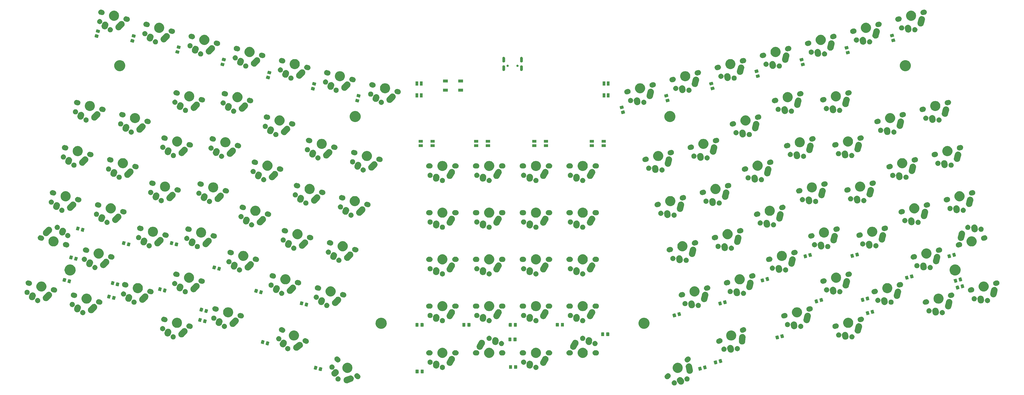
<source format=gbr>
G04 #@! TF.GenerationSoftware,KiCad,Pcbnew,(5.1.5)-3*
G04 #@! TF.CreationDate,2020-05-13T17:56:41+02:00*
G04 #@! TF.ProjectId,endgame_manualroute,656e6467-616d-4655-9f6d-616e75616c72,rev?*
G04 #@! TF.SameCoordinates,Original*
G04 #@! TF.FileFunction,Soldermask,Bot*
G04 #@! TF.FilePolarity,Negative*
%FSLAX46Y46*%
G04 Gerber Fmt 4.6, Leading zero omitted, Abs format (unit mm)*
G04 Created by KiCad (PCBNEW (5.1.5)-3) date 2020-05-13 17:56:41*
%MOMM*%
%LPD*%
G04 APERTURE LIST*
%ADD10C,0.100000*%
G04 APERTURE END LIST*
D10*
G36*
X272004995Y-192576782D02*
G01*
X272186882Y-192652122D01*
X272196266Y-192656009D01*
X272368404Y-192771028D01*
X272514796Y-192917420D01*
X272614562Y-193066730D01*
X272619514Y-193074142D01*
X272635059Y-193093083D01*
X272654001Y-193108629D01*
X272675612Y-193120180D01*
X272699061Y-193127293D01*
X272708962Y-193128268D01*
X272698321Y-193145700D01*
X272689879Y-193168704D01*
X272686088Y-193192913D01*
X272687093Y-193217397D01*
X272695398Y-193247889D01*
X272709042Y-193280831D01*
X272749431Y-193483877D01*
X272749431Y-193690909D01*
X272709042Y-193893957D01*
X272647612Y-194042262D01*
X272629815Y-194085228D01*
X272514796Y-194257366D01*
X272368404Y-194403758D01*
X272196266Y-194518777D01*
X272196265Y-194518778D01*
X272196264Y-194518778D01*
X272004995Y-194598004D01*
X271801947Y-194638393D01*
X271594915Y-194638393D01*
X271391867Y-194598004D01*
X271200598Y-194518778D01*
X271200597Y-194518778D01*
X271200596Y-194518777D01*
X271028458Y-194403758D01*
X270882066Y-194257366D01*
X270767047Y-194085228D01*
X270749250Y-194042262D01*
X270687820Y-193893957D01*
X270647431Y-193690909D01*
X270647431Y-193483877D01*
X270687820Y-193280829D01*
X270767046Y-193089560D01*
X270804739Y-193033149D01*
X270882066Y-192917420D01*
X271028458Y-192771028D01*
X271200596Y-192656009D01*
X271209980Y-192652122D01*
X271391867Y-192576782D01*
X271594915Y-192536393D01*
X271801947Y-192536393D01*
X272004995Y-192576782D01*
G37*
G36*
X274265965Y-191225794D02*
G01*
X274514048Y-191290067D01*
X274678733Y-191369590D01*
X274744826Y-191401505D01*
X274854619Y-191484315D01*
X274949429Y-191555825D01*
X275077256Y-191699168D01*
X275494295Y-192271071D01*
X275565501Y-192392077D01*
X275591702Y-192436602D01*
X275676086Y-192678581D01*
X275709962Y-192920380D01*
X275711642Y-192932377D01*
X275697001Y-193188232D01*
X275632728Y-193436315D01*
X275530818Y-193647361D01*
X275521290Y-193667093D01*
X275417909Y-193804160D01*
X275366970Y-193871696D01*
X275175701Y-194042261D01*
X275074483Y-194101823D01*
X274954831Y-194172233D01*
X274712847Y-194256619D01*
X274459053Y-194292175D01*
X274459051Y-194292175D01*
X274203196Y-194277534D01*
X273955114Y-194213261D01*
X273724336Y-194101823D01*
X273645368Y-194042262D01*
X273519734Y-193947504D01*
X273391905Y-193804158D01*
X272974867Y-193232257D01*
X272951715Y-193192913D01*
X272918610Y-193136655D01*
X272904176Y-193116862D01*
X272886153Y-193100260D01*
X272865238Y-193087493D01*
X272842234Y-193079051D01*
X272825502Y-193076431D01*
X272827380Y-193074142D01*
X272838931Y-193052531D01*
X272846044Y-193029082D01*
X272848446Y-193004696D01*
X272846044Y-192980310D01*
X272841475Y-192963537D01*
X272793076Y-192824748D01*
X272757520Y-192570952D01*
X272759498Y-192536393D01*
X272772161Y-192315096D01*
X272836434Y-192067013D01*
X272947872Y-191836235D01*
X273051252Y-191699170D01*
X273102191Y-191631633D01*
X273102192Y-191631632D01*
X273293461Y-191461067D01*
X273514331Y-191331095D01*
X273756315Y-191246709D01*
X274010109Y-191211153D01*
X274010111Y-191211153D01*
X274265965Y-191225794D01*
G37*
G36*
X140475327Y-190583715D02*
G01*
X140536041Y-190604000D01*
X140718393Y-190664925D01*
X140840131Y-190734435D01*
X140940946Y-190791997D01*
X141108953Y-190937914D01*
X141134434Y-190960045D01*
X141163861Y-190998017D01*
X141291417Y-191162609D01*
X141308187Y-191196209D01*
X141405865Y-191391906D01*
X141473381Y-191639126D01*
X141490234Y-191878634D01*
X141491369Y-191894771D01*
X141459139Y-192149011D01*
X141418533Y-192270544D01*
X141377928Y-192392076D01*
X141363401Y-192417518D01*
X141250857Y-192614628D01*
X141082810Y-192808114D01*
X140880245Y-192965099D01*
X140800912Y-193004696D01*
X140708402Y-193050870D01*
X140336427Y-193192913D01*
X139028879Y-193692217D01*
X138843604Y-193742816D01*
X138587962Y-193760804D01*
X138587958Y-193760804D01*
X138333726Y-193728574D01*
X138333724Y-193728573D01*
X138333722Y-193728573D01*
X138292930Y-193714944D01*
X138090654Y-193647362D01*
X137923680Y-193552024D01*
X137868104Y-193520292D01*
X137674618Y-193352245D01*
X137517633Y-193149679D01*
X137403184Y-192920380D01*
X137335668Y-192673160D01*
X137317680Y-192417518D01*
X137317680Y-192417514D01*
X137349910Y-192163282D01*
X137354678Y-192149012D01*
X137363540Y-192122486D01*
X137431122Y-191920210D01*
X137551833Y-191708798D01*
X137558192Y-191697660D01*
X137726239Y-191504174D01*
X137928805Y-191347189D01*
X138100648Y-191261418D01*
X139780170Y-190620071D01*
X139965445Y-190569472D01*
X140221088Y-190551484D01*
X140475327Y-190583715D01*
G37*
G36*
X135412176Y-190971538D02*
G01*
X135603445Y-191050764D01*
X135603447Y-191050765D01*
X135775585Y-191165784D01*
X135921977Y-191312176D01*
X136034440Y-191480488D01*
X136036997Y-191484316D01*
X136116223Y-191675585D01*
X136156612Y-191878633D01*
X136156612Y-192085665D01*
X136116223Y-192288713D01*
X136036997Y-192479981D01*
X136036996Y-192479984D01*
X135921977Y-192652122D01*
X135775585Y-192798514D01*
X135603447Y-192913533D01*
X135603446Y-192913534D01*
X135603445Y-192913534D01*
X135412176Y-192992760D01*
X135209128Y-193033149D01*
X135002096Y-193033149D01*
X134799048Y-192992760D01*
X134607779Y-192913534D01*
X134607778Y-192913534D01*
X134607777Y-192913533D01*
X134435639Y-192798514D01*
X134289247Y-192652122D01*
X134174228Y-192479984D01*
X134174227Y-192479981D01*
X134095001Y-192288713D01*
X134054612Y-192085665D01*
X134054612Y-191878633D01*
X134095001Y-191675585D01*
X134174227Y-191484316D01*
X134176785Y-191480488D01*
X134289247Y-191312176D01*
X134435639Y-191165784D01*
X134607777Y-191050765D01*
X134607779Y-191050764D01*
X134799048Y-190971538D01*
X135002096Y-190931149D01*
X135209128Y-190931149D01*
X135412176Y-190971538D01*
G37*
G36*
X277185071Y-190971537D02*
G01*
X277376340Y-191050763D01*
X277376342Y-191050764D01*
X277548480Y-191165783D01*
X277694872Y-191312175D01*
X277807335Y-191480487D01*
X277809892Y-191484315D01*
X277889118Y-191675584D01*
X277929507Y-191878632D01*
X277929507Y-192085664D01*
X277889118Y-192288712D01*
X277835765Y-192417518D01*
X277809891Y-192479983D01*
X277694872Y-192652121D01*
X277548480Y-192798513D01*
X277376342Y-192913532D01*
X277376341Y-192913533D01*
X277376340Y-192913533D01*
X277185071Y-192992759D01*
X276982023Y-193033148D01*
X276774991Y-193033148D01*
X276571943Y-192992759D01*
X276380674Y-192913533D01*
X276380673Y-192913533D01*
X276380672Y-192913532D01*
X276208534Y-192798513D01*
X276062142Y-192652121D01*
X275947123Y-192479983D01*
X275921249Y-192417518D01*
X275867896Y-192288712D01*
X275827507Y-192085664D01*
X275827507Y-191878632D01*
X275867896Y-191675584D01*
X275947122Y-191484315D01*
X275949680Y-191480487D01*
X276062142Y-191312175D01*
X276208534Y-191165783D01*
X276380672Y-191050764D01*
X276380674Y-191050763D01*
X276571943Y-190971537D01*
X276774991Y-190931148D01*
X276982023Y-190931148D01*
X277185071Y-190971537D01*
G37*
G36*
X142881557Y-189658757D02*
G01*
X142998953Y-189683443D01*
X143084157Y-189701359D01*
X143274549Y-189782667D01*
X143402598Y-189870261D01*
X143402602Y-189870264D01*
X143402603Y-189870265D01*
X143864727Y-190258033D01*
X143970837Y-190366484D01*
X143973231Y-190368931D01*
X144086365Y-190542313D01*
X144134798Y-190662946D01*
X144163500Y-190734434D01*
X144201672Y-190937914D01*
X144199414Y-191144931D01*
X144168894Y-191290067D01*
X144156811Y-191347531D01*
X144133761Y-191401505D01*
X144075504Y-191537923D01*
X143990066Y-191662817D01*
X143958612Y-191708798D01*
X143810636Y-191853581D01*
X143637251Y-191966717D01*
X143445130Y-192043852D01*
X143398144Y-192052666D01*
X143241649Y-192082024D01*
X143034632Y-192079766D01*
X142863843Y-192043852D01*
X142832032Y-192037163D01*
X142744328Y-191999708D01*
X142641641Y-191955856D01*
X142552344Y-191894770D01*
X142513592Y-191868261D01*
X142475425Y-191836235D01*
X142051463Y-191480489D01*
X141942960Y-191369592D01*
X141942959Y-191369591D01*
X141829825Y-191196209D01*
X141752690Y-191004087D01*
X141736715Y-190918930D01*
X141714518Y-190800607D01*
X141716777Y-190593591D01*
X141759379Y-190390993D01*
X141759379Y-190390991D01*
X141840687Y-190200599D01*
X141957578Y-190029724D01*
X142105554Y-189884941D01*
X142278939Y-189771805D01*
X142471061Y-189694670D01*
X142471066Y-189694669D01*
X142674541Y-189656498D01*
X142881557Y-189658757D01*
G37*
G36*
X269448115Y-189682486D02*
G01*
X269513059Y-189694669D01*
X269705180Y-189771804D01*
X269878565Y-189884940D01*
X270026541Y-190029723D01*
X270026542Y-190029725D01*
X270143433Y-190200598D01*
X270167961Y-190258035D01*
X270224740Y-190390990D01*
X270233698Y-190433593D01*
X270267343Y-190593590D01*
X270269601Y-190800607D01*
X270231429Y-191004087D01*
X270221817Y-191028027D01*
X270154294Y-191196208D01*
X270041160Y-191369590D01*
X270041159Y-191369591D01*
X269932656Y-191480488D01*
X269508693Y-191836235D01*
X269470527Y-191868260D01*
X269342478Y-191955854D01*
X269152086Y-192037162D01*
X269066882Y-192055078D01*
X268949486Y-192079764D01*
X268742470Y-192082023D01*
X268538990Y-192043851D01*
X268522330Y-192037162D01*
X268346868Y-191966716D01*
X268173483Y-191853580D01*
X268025507Y-191708797D01*
X267908616Y-191537922D01*
X267827308Y-191347530D01*
X267801710Y-191225794D01*
X267784706Y-191144930D01*
X267782447Y-190937914D01*
X267820619Y-190734434D01*
X267846836Y-190669135D01*
X267897754Y-190542312D01*
X268010888Y-190368930D01*
X268013282Y-190366483D01*
X268119392Y-190258032D01*
X268581516Y-189870264D01*
X268581520Y-189870261D01*
X268581521Y-189870260D01*
X268628506Y-189838119D01*
X268709570Y-189782665D01*
X268812257Y-189738813D01*
X268899961Y-189701358D01*
X268942564Y-189692400D01*
X269102561Y-189658755D01*
X269309578Y-189656497D01*
X269448115Y-189682486D01*
G37*
G36*
X134303800Y-188014928D02*
G01*
X134320140Y-188016221D01*
X134412394Y-188042283D01*
X134566763Y-188085892D01*
X134623595Y-188114881D01*
X134795055Y-188202338D01*
X134988397Y-188354895D01*
X134996242Y-188361085D01*
X135040426Y-188412864D01*
X135162593Y-188556029D01*
X135287717Y-188779683D01*
X135329173Y-188907463D01*
X135366803Y-189023449D01*
X135396814Y-189277962D01*
X135376595Y-189533434D01*
X135306924Y-189780057D01*
X135253425Y-189884941D01*
X135190478Y-190008348D01*
X135071509Y-190159124D01*
X134580711Y-190669138D01*
X134434613Y-190793807D01*
X134384769Y-190821692D01*
X134210958Y-190918931D01*
X133967193Y-190998017D01*
X133712680Y-191028028D01*
X133473548Y-191009102D01*
X133457208Y-191007809D01*
X133328812Y-190971537D01*
X133210585Y-190938138D01*
X133096440Y-190879915D01*
X132982294Y-190821692D01*
X132781107Y-190662946D01*
X132614755Y-190468001D01*
X132531340Y-190318898D01*
X132489631Y-190244346D01*
X132410545Y-190000581D01*
X132380534Y-189746068D01*
X132400753Y-189490597D01*
X132405209Y-189474825D01*
X132460229Y-189280061D01*
X132470424Y-189243973D01*
X132586870Y-189015682D01*
X132672260Y-188907463D01*
X132705839Y-188864906D01*
X133196637Y-188354892D01*
X133269585Y-188292644D01*
X133286568Y-188274995D01*
X133299788Y-188254363D01*
X133308729Y-188231549D01*
X133313047Y-188207428D01*
X133312577Y-188182929D01*
X133308142Y-188162672D01*
X133314485Y-188167878D01*
X133336096Y-188179429D01*
X133359545Y-188186542D01*
X133383931Y-188188944D01*
X133408317Y-188186542D01*
X133431766Y-188179429D01*
X133444960Y-188173033D01*
X133450151Y-188170129D01*
X133566389Y-188105099D01*
X133810154Y-188026013D01*
X134064667Y-187996002D01*
X134303800Y-188014928D01*
G37*
G36*
X277901328Y-185678231D02*
G01*
X278146113Y-185754122D01*
X278371382Y-185876305D01*
X278568486Y-186040090D01*
X278729853Y-186239184D01*
X278849277Y-186465931D01*
X278856833Y-186491398D01*
X278903906Y-186650059D01*
X279243864Y-188415434D01*
X279261223Y-188603450D01*
X279261521Y-188606683D01*
X279234845Y-188861562D01*
X279158954Y-189106347D01*
X279036772Y-189331613D01*
X278943035Y-189444418D01*
X278872984Y-189528721D01*
X278673892Y-189690087D01*
X278567602Y-189746068D01*
X278447145Y-189809511D01*
X278201457Y-189882404D01*
X278099380Y-189891828D01*
X277946267Y-189905965D01*
X277946264Y-189905965D01*
X277691386Y-189879289D01*
X277609791Y-189853992D01*
X277446604Y-189803399D01*
X277446600Y-189803397D01*
X277221332Y-189681215D01*
X277024228Y-189517430D01*
X276862861Y-189318336D01*
X276743437Y-189091589D01*
X276688809Y-188907463D01*
X276688808Y-188907461D01*
X276348850Y-187142085D01*
X276331193Y-186950840D01*
X276334437Y-186919845D01*
X276357869Y-186695958D01*
X276433760Y-186451173D01*
X276555943Y-186225904D01*
X276719728Y-186028800D01*
X276918822Y-185867433D01*
X277145569Y-185748009D01*
X277391257Y-185675116D01*
X277529830Y-185662322D01*
X277646446Y-185651555D01*
X277646449Y-185651555D01*
X277901328Y-185678231D01*
G37*
G36*
X167684731Y-188184951D02*
G01*
X167722424Y-188196385D01*
X167757160Y-188214952D01*
X167787605Y-188239938D01*
X167812591Y-188270383D01*
X167831158Y-188305119D01*
X167842592Y-188342812D01*
X167847057Y-188388147D01*
X167847057Y-189474825D01*
X167842592Y-189520160D01*
X167831158Y-189557853D01*
X167812591Y-189592589D01*
X167787605Y-189623034D01*
X167757160Y-189648020D01*
X167722424Y-189666587D01*
X167684731Y-189678021D01*
X167639396Y-189682486D01*
X166802718Y-189682486D01*
X166757383Y-189678021D01*
X166719690Y-189666587D01*
X166684954Y-189648020D01*
X166654509Y-189623034D01*
X166629523Y-189592589D01*
X166610956Y-189557853D01*
X166599522Y-189520160D01*
X166595057Y-189474825D01*
X166595057Y-188388147D01*
X166599522Y-188342812D01*
X166610956Y-188305119D01*
X166629523Y-188270383D01*
X166654509Y-188239938D01*
X166684954Y-188214952D01*
X166719690Y-188196385D01*
X166757383Y-188184951D01*
X166802718Y-188180486D01*
X167639396Y-188180486D01*
X167684731Y-188184951D01*
G37*
G36*
X169734731Y-188184951D02*
G01*
X169772424Y-188196385D01*
X169807160Y-188214952D01*
X169837605Y-188239938D01*
X169862591Y-188270383D01*
X169881158Y-188305119D01*
X169892592Y-188342812D01*
X169897057Y-188388147D01*
X169897057Y-189474825D01*
X169892592Y-189520160D01*
X169881158Y-189557853D01*
X169862591Y-189592589D01*
X169837605Y-189623034D01*
X169807160Y-189648020D01*
X169772424Y-189666587D01*
X169734731Y-189678021D01*
X169689396Y-189682486D01*
X168852718Y-189682486D01*
X168807383Y-189678021D01*
X168769690Y-189666587D01*
X168734954Y-189648020D01*
X168704509Y-189623034D01*
X168679523Y-189592589D01*
X168660956Y-189557853D01*
X168649522Y-189520160D01*
X168645057Y-189474825D01*
X168645057Y-188388147D01*
X168649522Y-188342812D01*
X168660956Y-188305119D01*
X168679523Y-188270383D01*
X168704509Y-188239938D01*
X168734954Y-188214952D01*
X168769690Y-188196385D01*
X168807383Y-188184951D01*
X168852718Y-188180486D01*
X169689396Y-188180486D01*
X169734731Y-188184951D01*
G37*
G36*
X139496313Y-185490305D02*
G01*
X139869570Y-185644913D01*
X139869572Y-185644914D01*
X140205495Y-185869371D01*
X140491175Y-186155051D01*
X140714662Y-186489522D01*
X140715633Y-186490976D01*
X140870241Y-186864233D01*
X140949059Y-187260480D01*
X140949059Y-187664494D01*
X140870241Y-188060741D01*
X140734625Y-188388147D01*
X140715632Y-188434000D01*
X140491175Y-188769923D01*
X140205495Y-189055603D01*
X139869572Y-189280060D01*
X139869571Y-189280061D01*
X139869570Y-189280061D01*
X139496313Y-189434669D01*
X139100066Y-189513487D01*
X138696052Y-189513487D01*
X138299805Y-189434669D01*
X137926548Y-189280061D01*
X137926547Y-189280061D01*
X137926546Y-189280060D01*
X137590623Y-189055603D01*
X137304943Y-188769923D01*
X137080486Y-188434000D01*
X137061493Y-188388147D01*
X136925877Y-188060741D01*
X136847059Y-187664494D01*
X136847059Y-187260480D01*
X136925877Y-186864233D01*
X137080485Y-186490976D01*
X137081457Y-186489522D01*
X137304943Y-186155051D01*
X137590623Y-185869371D01*
X137926546Y-185644914D01*
X137926548Y-185644913D01*
X138299805Y-185490305D01*
X138696052Y-185411487D01*
X139100066Y-185411487D01*
X139496313Y-185490305D01*
G37*
G36*
X273684314Y-185490304D02*
G01*
X274057571Y-185644912D01*
X274057573Y-185644913D01*
X274393496Y-185869370D01*
X274679176Y-186155050D01*
X274889204Y-186469378D01*
X274903634Y-186490975D01*
X275058242Y-186864232D01*
X275137060Y-187260479D01*
X275137060Y-187664493D01*
X275058242Y-188060740D01*
X274911324Y-188415432D01*
X274903633Y-188433999D01*
X274679176Y-188769922D01*
X274393496Y-189055602D01*
X274057573Y-189280059D01*
X274057572Y-189280060D01*
X274057571Y-189280060D01*
X273684314Y-189434668D01*
X273288067Y-189513486D01*
X272884053Y-189513486D01*
X272487806Y-189434668D01*
X272114549Y-189280060D01*
X272114548Y-189280060D01*
X272114547Y-189280059D01*
X271778624Y-189055602D01*
X271492944Y-188769922D01*
X271268487Y-188433999D01*
X271260796Y-188415432D01*
X271113878Y-188060740D01*
X271035060Y-187664493D01*
X271035060Y-187260479D01*
X271113878Y-186864232D01*
X271268486Y-186490975D01*
X271282917Y-186469378D01*
X271492944Y-186155050D01*
X271778624Y-185869370D01*
X272114547Y-185644913D01*
X272114549Y-185644912D01*
X272487806Y-185490304D01*
X272884053Y-185411486D01*
X273288067Y-185411486D01*
X273684314Y-185490304D01*
G37*
G36*
X127731417Y-187138090D02*
G01*
X127793721Y-187154784D01*
X127793738Y-187154787D01*
X128433827Y-187326299D01*
X128539590Y-187354638D01*
X128582231Y-187370687D01*
X128615678Y-187391486D01*
X128644421Y-187418405D01*
X128667365Y-187450425D01*
X128683620Y-187486298D01*
X128692564Y-187524658D01*
X128693852Y-187564023D01*
X128686432Y-187608966D01*
X128669734Y-187671282D01*
X128669734Y-187671285D01*
X128428791Y-188570496D01*
X128405177Y-188658625D01*
X128389132Y-188701256D01*
X128368331Y-188734706D01*
X128341410Y-188763450D01*
X128309394Y-188786393D01*
X128273519Y-188802647D01*
X128235158Y-188811592D01*
X128195794Y-188812880D01*
X128150853Y-188805460D01*
X128088549Y-188788766D01*
X128088532Y-188788763D01*
X127409003Y-188606683D01*
X127342680Y-188588912D01*
X127300039Y-188572863D01*
X127266592Y-188552064D01*
X127237849Y-188525145D01*
X127214905Y-188493125D01*
X127198650Y-188457252D01*
X127189706Y-188418892D01*
X127188418Y-188379527D01*
X127195838Y-188334584D01*
X127213041Y-188270383D01*
X127460395Y-187347242D01*
X127460396Y-187347240D01*
X127477093Y-187284925D01*
X127493138Y-187242294D01*
X127513939Y-187208844D01*
X127540860Y-187180100D01*
X127572876Y-187157157D01*
X127608751Y-187140903D01*
X127647112Y-187131958D01*
X127686476Y-187130670D01*
X127731417Y-187138090D01*
G37*
G36*
X282445009Y-186971959D02*
G01*
X282483369Y-186980903D01*
X282519242Y-186997158D01*
X282551262Y-187020102D01*
X282578181Y-187048845D01*
X282598982Y-187082295D01*
X282615027Y-187124926D01*
X282631724Y-187187241D01*
X282631725Y-187187243D01*
X282877664Y-188105099D01*
X282896282Y-188174585D01*
X282903702Y-188219528D01*
X282902414Y-188258892D01*
X282893469Y-188297253D01*
X282877215Y-188333128D01*
X282854272Y-188365144D01*
X282825528Y-188392065D01*
X282792081Y-188412864D01*
X282749440Y-188428913D01*
X282687128Y-188445609D01*
X282687129Y-188445609D01*
X282003588Y-188628764D01*
X282003571Y-188628767D01*
X281941267Y-188645461D01*
X281896326Y-188652881D01*
X281856961Y-188651593D01*
X281818601Y-188642649D01*
X281782728Y-188626394D01*
X281750708Y-188603450D01*
X281723789Y-188574707D01*
X281702988Y-188541257D01*
X281686943Y-188498626D01*
X281670245Y-188436309D01*
X281422386Y-187511286D01*
X281422386Y-187511283D01*
X281405688Y-187448967D01*
X281398268Y-187404024D01*
X281399556Y-187364660D01*
X281408501Y-187326299D01*
X281424755Y-187290424D01*
X281447698Y-187258408D01*
X281476442Y-187231487D01*
X281509889Y-187210688D01*
X281552530Y-187194639D01*
X281678181Y-187160971D01*
X282298382Y-186994788D01*
X282298399Y-186994785D01*
X282360703Y-186978091D01*
X282405644Y-186970671D01*
X282445009Y-186971959D01*
G37*
G36*
X177798623Y-186253876D02*
G01*
X177989892Y-186333102D01*
X177989894Y-186333103D01*
X178162032Y-186448122D01*
X178308424Y-186594514D01*
X178415220Y-186754345D01*
X178423444Y-186766654D01*
X178502670Y-186957923D01*
X178543059Y-187160971D01*
X178543059Y-187368003D01*
X178502670Y-187571051D01*
X178432848Y-187739617D01*
X178423443Y-187762322D01*
X178308424Y-187934460D01*
X178162032Y-188080852D01*
X177989894Y-188195871D01*
X177989893Y-188195872D01*
X177989892Y-188195872D01*
X177798623Y-188275098D01*
X177595575Y-188315487D01*
X177388543Y-188315487D01*
X177185495Y-188275098D01*
X176994226Y-188195872D01*
X176994225Y-188195872D01*
X176994224Y-188195871D01*
X176822086Y-188080852D01*
X176675694Y-187934460D01*
X176560675Y-187762322D01*
X176551270Y-187739617D01*
X176481448Y-187571051D01*
X176441059Y-187368003D01*
X176441059Y-187160971D01*
X176481448Y-186957923D01*
X176560674Y-186766654D01*
X176568899Y-186754345D01*
X176675694Y-186594514D01*
X176822086Y-186448122D01*
X176994224Y-186333103D01*
X176994226Y-186333102D01*
X177185495Y-186253876D01*
X177388543Y-186213487D01*
X177595575Y-186213487D01*
X177798623Y-186253876D01*
G37*
G36*
X215798624Y-186253876D02*
G01*
X215989893Y-186333102D01*
X215989895Y-186333103D01*
X216162033Y-186448122D01*
X216308425Y-186594514D01*
X216415221Y-186754345D01*
X216423445Y-186766654D01*
X216502671Y-186957923D01*
X216543060Y-187160971D01*
X216543060Y-187368003D01*
X216502671Y-187571051D01*
X216432849Y-187739617D01*
X216423444Y-187762322D01*
X216308425Y-187934460D01*
X216162033Y-188080852D01*
X215989895Y-188195871D01*
X215989894Y-188195872D01*
X215989893Y-188195872D01*
X215798624Y-188275098D01*
X215595576Y-188315487D01*
X215388544Y-188315487D01*
X215185496Y-188275098D01*
X214994227Y-188195872D01*
X214994226Y-188195872D01*
X214994225Y-188195871D01*
X214822087Y-188080852D01*
X214675695Y-187934460D01*
X214560676Y-187762322D01*
X214551271Y-187739617D01*
X214481449Y-187571051D01*
X214441060Y-187368003D01*
X214441060Y-187160971D01*
X214481449Y-186957923D01*
X214560675Y-186766654D01*
X214568900Y-186754345D01*
X214675695Y-186594514D01*
X214822087Y-186448122D01*
X214994225Y-186333103D01*
X214994227Y-186333102D01*
X215185496Y-186253876D01*
X215388544Y-186213487D01*
X215595576Y-186213487D01*
X215798624Y-186253876D01*
G37*
G36*
X125751269Y-186607510D02*
G01*
X125813573Y-186624204D01*
X125813590Y-186624207D01*
X126415429Y-186785470D01*
X126559442Y-186824058D01*
X126602083Y-186840107D01*
X126635530Y-186860906D01*
X126664273Y-186887825D01*
X126687217Y-186919845D01*
X126703472Y-186955718D01*
X126712416Y-186994078D01*
X126713704Y-187033443D01*
X126706284Y-187078386D01*
X126689586Y-187140702D01*
X126689586Y-187140705D01*
X126443063Y-188060741D01*
X126425029Y-188128045D01*
X126408984Y-188170676D01*
X126388183Y-188204126D01*
X126361262Y-188232870D01*
X126329246Y-188255813D01*
X126293371Y-188272067D01*
X126255010Y-188281012D01*
X126215646Y-188282300D01*
X126170705Y-188274880D01*
X126108401Y-188258186D01*
X126108384Y-188258183D01*
X125446578Y-188080852D01*
X125362532Y-188058332D01*
X125319891Y-188042283D01*
X125286444Y-188021484D01*
X125257701Y-187994565D01*
X125234757Y-187962545D01*
X125218502Y-187926672D01*
X125209558Y-187888312D01*
X125208270Y-187848947D01*
X125215690Y-187804004D01*
X125235972Y-187728312D01*
X125480247Y-186816662D01*
X125480248Y-186816660D01*
X125496945Y-186754345D01*
X125512990Y-186711714D01*
X125533791Y-186678264D01*
X125560712Y-186649520D01*
X125592728Y-186626577D01*
X125628603Y-186610323D01*
X125666964Y-186601378D01*
X125706328Y-186600090D01*
X125751269Y-186607510D01*
G37*
G36*
X132931808Y-186148907D02*
G01*
X133117698Y-186225905D01*
X133123079Y-186228134D01*
X133295217Y-186343153D01*
X133441609Y-186489545D01*
X133553274Y-186656663D01*
X133556629Y-186661685D01*
X133635855Y-186852954D01*
X133676244Y-187056002D01*
X133676244Y-187263034D01*
X133635855Y-187466082D01*
X133556629Y-187657351D01*
X133556628Y-187657353D01*
X133501661Y-187739617D01*
X133441609Y-187829491D01*
X133295543Y-187975557D01*
X133279998Y-187994499D01*
X133268447Y-188016110D01*
X133261334Y-188039559D01*
X133258932Y-188063945D01*
X133261334Y-188088331D01*
X133264422Y-188098510D01*
X133245235Y-188086216D01*
X133222421Y-188077275D01*
X133198300Y-188072957D01*
X133173801Y-188073427D01*
X133149864Y-188078668D01*
X133133707Y-188086500D01*
X132931808Y-188170129D01*
X132728760Y-188210518D01*
X132521728Y-188210518D01*
X132318680Y-188170129D01*
X132127411Y-188090903D01*
X132127410Y-188090903D01*
X132127409Y-188090902D01*
X131955271Y-187975883D01*
X131808879Y-187829491D01*
X131693860Y-187657353D01*
X131693859Y-187657351D01*
X131614633Y-187466082D01*
X131574244Y-187263034D01*
X131574244Y-187056002D01*
X131614633Y-186852954D01*
X131693859Y-186661685D01*
X131697215Y-186656663D01*
X131808879Y-186489545D01*
X131955271Y-186343153D01*
X132127409Y-186228134D01*
X132132790Y-186225905D01*
X132318680Y-186148907D01*
X132521728Y-186108518D01*
X132728760Y-186108518D01*
X132931808Y-186148907D01*
G37*
G36*
X284425157Y-186441379D02*
G01*
X284463517Y-186450323D01*
X284499390Y-186466578D01*
X284531410Y-186489522D01*
X284558329Y-186518265D01*
X284579130Y-186551715D01*
X284595175Y-186594346D01*
X284611872Y-186656661D01*
X284611873Y-186656663D01*
X284858656Y-187577669D01*
X284876430Y-187644005D01*
X284883850Y-187688948D01*
X284882562Y-187728312D01*
X284873617Y-187766673D01*
X284857363Y-187802548D01*
X284834420Y-187834564D01*
X284805676Y-187861485D01*
X284772229Y-187882284D01*
X284729588Y-187898333D01*
X284667276Y-187915029D01*
X284667277Y-187915029D01*
X283983736Y-188098184D01*
X283983719Y-188098187D01*
X283921415Y-188114881D01*
X283876474Y-188122301D01*
X283837109Y-188121013D01*
X283798749Y-188112069D01*
X283762876Y-188095814D01*
X283730856Y-188072870D01*
X283703937Y-188044127D01*
X283683136Y-188010677D01*
X283667091Y-187968046D01*
X283641486Y-187872487D01*
X283402534Y-186980706D01*
X283402534Y-186980703D01*
X283385836Y-186918387D01*
X283378416Y-186873444D01*
X283379704Y-186834080D01*
X283388649Y-186795719D01*
X283404903Y-186759844D01*
X283427846Y-186727828D01*
X283456590Y-186700907D01*
X283490037Y-186680108D01*
X283532678Y-186664059D01*
X283625289Y-186639244D01*
X284278530Y-186464208D01*
X284278547Y-186464205D01*
X284340851Y-186447511D01*
X284385792Y-186440091D01*
X284425157Y-186441379D01*
G37*
G36*
X207684736Y-186374952D02*
G01*
X207722429Y-186386386D01*
X207757165Y-186404953D01*
X207787610Y-186429939D01*
X207812596Y-186460384D01*
X207831163Y-186495120D01*
X207842597Y-186532813D01*
X207847062Y-186578148D01*
X207847062Y-187664826D01*
X207842597Y-187710161D01*
X207831163Y-187747854D01*
X207812596Y-187782590D01*
X207787610Y-187813035D01*
X207757165Y-187838021D01*
X207722429Y-187856588D01*
X207684736Y-187868022D01*
X207639401Y-187872487D01*
X206802723Y-187872487D01*
X206757388Y-187868022D01*
X206719695Y-187856588D01*
X206684959Y-187838021D01*
X206654514Y-187813035D01*
X206629528Y-187782590D01*
X206610961Y-187747854D01*
X206599527Y-187710161D01*
X206595062Y-187664826D01*
X206595062Y-186578148D01*
X206599527Y-186532813D01*
X206610961Y-186495120D01*
X206629528Y-186460384D01*
X206654514Y-186429939D01*
X206684959Y-186404953D01*
X206719695Y-186386386D01*
X206757388Y-186374952D01*
X206802723Y-186370487D01*
X207639401Y-186370487D01*
X207684736Y-186374952D01*
G37*
G36*
X205634736Y-186374952D02*
G01*
X205672429Y-186386386D01*
X205707165Y-186404953D01*
X205737610Y-186429939D01*
X205762596Y-186460384D01*
X205781163Y-186495120D01*
X205792597Y-186532813D01*
X205797062Y-186578148D01*
X205797062Y-187664826D01*
X205792597Y-187710161D01*
X205781163Y-187747854D01*
X205762596Y-187782590D01*
X205737610Y-187813035D01*
X205707165Y-187838021D01*
X205672429Y-187856588D01*
X205634736Y-187868022D01*
X205589401Y-187872487D01*
X204752723Y-187872487D01*
X204707388Y-187868022D01*
X204669695Y-187856588D01*
X204634959Y-187838021D01*
X204604514Y-187813035D01*
X204579528Y-187782590D01*
X204560961Y-187747854D01*
X204549527Y-187710161D01*
X204545062Y-187664826D01*
X204545062Y-186578148D01*
X204549527Y-186532813D01*
X204560961Y-186495120D01*
X204579528Y-186460384D01*
X204604514Y-186429939D01*
X204634959Y-186404953D01*
X204669695Y-186386386D01*
X204707388Y-186374952D01*
X204752723Y-186370487D01*
X205589401Y-186370487D01*
X205634736Y-186374952D01*
G37*
G36*
X213333439Y-184603300D02*
G01*
X213573051Y-184694200D01*
X213672332Y-184756298D01*
X213790325Y-184830100D01*
X213976912Y-185005775D01*
X214081948Y-185153167D01*
X214125640Y-185214477D01*
X214230795Y-185448184D01*
X214230796Y-185448188D01*
X214288336Y-185697915D01*
X214294118Y-185889881D01*
X214283021Y-186052650D01*
X214245976Y-186596058D01*
X214214195Y-186785470D01*
X214123295Y-187025082D01*
X214047603Y-187146096D01*
X213987395Y-187242356D01*
X213811720Y-187428943D01*
X213655458Y-187540300D01*
X213603018Y-187577671D01*
X213369311Y-187682826D01*
X213369307Y-187682827D01*
X213119581Y-187740367D01*
X212863426Y-187748081D01*
X212863422Y-187748081D01*
X212610681Y-187705674D01*
X212371069Y-187614774D01*
X212153795Y-187478874D01*
X211967208Y-187303199D01*
X211845176Y-187131958D01*
X211818480Y-187094497D01*
X211713325Y-186860790D01*
X211705345Y-186826157D01*
X211655784Y-186611059D01*
X211650002Y-186419095D01*
X211673429Y-186075460D01*
X211698144Y-185712916D01*
X211717560Y-185597197D01*
X211719226Y-185572753D01*
X211716091Y-185548450D01*
X211708276Y-185525226D01*
X211697663Y-185506734D01*
X211714982Y-185497477D01*
X211733924Y-185481932D01*
X211749469Y-185462990D01*
X211762405Y-185437887D01*
X211820825Y-185283892D01*
X211956725Y-185066618D01*
X211967938Y-185054709D01*
X212132400Y-184880031D01*
X212288662Y-184768674D01*
X212341102Y-184731303D01*
X212574809Y-184626148D01*
X212574813Y-184626147D01*
X212824539Y-184568607D01*
X213080694Y-184560893D01*
X213080698Y-184560893D01*
X213333439Y-184603300D01*
G37*
G36*
X175333438Y-184603300D02*
G01*
X175573050Y-184694200D01*
X175672331Y-184756298D01*
X175790324Y-184830100D01*
X175976911Y-185005775D01*
X176081947Y-185153167D01*
X176125639Y-185214477D01*
X176230794Y-185448184D01*
X176230795Y-185448188D01*
X176288335Y-185697915D01*
X176294117Y-185889881D01*
X176283020Y-186052650D01*
X176245975Y-186596058D01*
X176214194Y-186785470D01*
X176123294Y-187025082D01*
X176047602Y-187146096D01*
X175987394Y-187242356D01*
X175811719Y-187428943D01*
X175655457Y-187540300D01*
X175603017Y-187577671D01*
X175369310Y-187682826D01*
X175369306Y-187682827D01*
X175119580Y-187740367D01*
X174863425Y-187748081D01*
X174863421Y-187748081D01*
X174610680Y-187705674D01*
X174371068Y-187614774D01*
X174153794Y-187478874D01*
X173967207Y-187303199D01*
X173845175Y-187131958D01*
X173818479Y-187094497D01*
X173713324Y-186860790D01*
X173705344Y-186826157D01*
X173655783Y-186611059D01*
X173650001Y-186419095D01*
X173673428Y-186075460D01*
X173698143Y-185712916D01*
X173717559Y-185597197D01*
X173719225Y-185572753D01*
X173716090Y-185548450D01*
X173708275Y-185525226D01*
X173697662Y-185506734D01*
X173714981Y-185497477D01*
X173733923Y-185481932D01*
X173749468Y-185462990D01*
X173762404Y-185437887D01*
X173820824Y-185283892D01*
X173956724Y-185066618D01*
X173967937Y-185054709D01*
X174132399Y-184880031D01*
X174288661Y-184768674D01*
X174341101Y-184731303D01*
X174574808Y-184626148D01*
X174574812Y-184626147D01*
X174824538Y-184568607D01*
X175080693Y-184560893D01*
X175080697Y-184560893D01*
X175333438Y-184603300D01*
G37*
G36*
X181453408Y-182606258D02*
G01*
X181703867Y-182660523D01*
X181836845Y-182718275D01*
X181938932Y-182762610D01*
X182149562Y-182908594D01*
X182327666Y-183092865D01*
X182466398Y-183308341D01*
X182466399Y-183308344D01*
X182560428Y-183546743D01*
X182606140Y-183798905D01*
X182604055Y-183921397D01*
X182601779Y-184055144D01*
X182592893Y-184096156D01*
X182547513Y-184305607D01*
X182471008Y-184481767D01*
X181918668Y-185474126D01*
X181596667Y-186052647D01*
X181487263Y-186210500D01*
X181302991Y-186388604D01*
X181087515Y-186527336D01*
X181087511Y-186527337D01*
X181087512Y-186527337D01*
X180849113Y-186621366D01*
X180596952Y-186667078D01*
X180596950Y-186667078D01*
X180340713Y-186662717D01*
X180245080Y-186641997D01*
X180090251Y-186608451D01*
X180020476Y-186578148D01*
X179855186Y-186506364D01*
X179644556Y-186360381D01*
X179466452Y-186176109D01*
X179327720Y-185960633D01*
X179310212Y-185916243D01*
X179233690Y-185722231D01*
X179187978Y-185470070D01*
X179188095Y-185463216D01*
X179192339Y-185213831D01*
X179225458Y-185060973D01*
X179246605Y-184963369D01*
X179323110Y-184787208D01*
X179340314Y-184756298D01*
X180197451Y-183216327D01*
X180306855Y-183058474D01*
X180491126Y-182880370D01*
X180491129Y-182880368D01*
X180491130Y-182880367D01*
X180706601Y-182741638D01*
X180944998Y-182647610D01*
X181102605Y-182619039D01*
X181197167Y-182601897D01*
X181197170Y-182601897D01*
X181453408Y-182606258D01*
G37*
G36*
X219453409Y-182606258D02*
G01*
X219703868Y-182660523D01*
X219836846Y-182718275D01*
X219938933Y-182762610D01*
X220149563Y-182908594D01*
X220327667Y-183092865D01*
X220466399Y-183308341D01*
X220466400Y-183308344D01*
X220560429Y-183546743D01*
X220606141Y-183798905D01*
X220604056Y-183921397D01*
X220601780Y-184055144D01*
X220592894Y-184096156D01*
X220547514Y-184305607D01*
X220471009Y-184481767D01*
X219918669Y-185474126D01*
X219596668Y-186052647D01*
X219487264Y-186210500D01*
X219302992Y-186388604D01*
X219087516Y-186527336D01*
X219087512Y-186527337D01*
X219087513Y-186527337D01*
X218849114Y-186621366D01*
X218596953Y-186667078D01*
X218596951Y-186667078D01*
X218340714Y-186662717D01*
X218245081Y-186641997D01*
X218090252Y-186608451D01*
X218020477Y-186578148D01*
X217855187Y-186506364D01*
X217644557Y-186360381D01*
X217466453Y-186176109D01*
X217327721Y-185960633D01*
X217310213Y-185916243D01*
X217233691Y-185722231D01*
X217187979Y-185470070D01*
X217188096Y-185463216D01*
X217192340Y-185213831D01*
X217225459Y-185060973D01*
X217246606Y-184963369D01*
X217323111Y-184787208D01*
X217340315Y-184756298D01*
X218197452Y-183216327D01*
X218306856Y-183058474D01*
X218491127Y-182880370D01*
X218491130Y-182880368D01*
X218491131Y-182880367D01*
X218706602Y-182741638D01*
X218944999Y-182647610D01*
X219102606Y-182619039D01*
X219197168Y-182601897D01*
X219197171Y-182601897D01*
X219453409Y-182606258D01*
G37*
G36*
X172798623Y-184153876D02*
G01*
X172920053Y-184204174D01*
X172989894Y-184233103D01*
X173162032Y-184348122D01*
X173308424Y-184494514D01*
X173415599Y-184654912D01*
X173423444Y-184666654D01*
X173502670Y-184857923D01*
X173543059Y-185060971D01*
X173543059Y-185268003D01*
X173522938Y-185369158D01*
X173520536Y-185393544D01*
X173522938Y-185417930D01*
X173530051Y-185441379D01*
X173541602Y-185462990D01*
X173541787Y-185463216D01*
X173521740Y-185474721D01*
X173503275Y-185490829D01*
X173488307Y-185510231D01*
X173478799Y-185528681D01*
X173430654Y-185644913D01*
X173423443Y-185662322D01*
X173308424Y-185834460D01*
X173162032Y-185980852D01*
X172989894Y-186095871D01*
X172989893Y-186095872D01*
X172989892Y-186095872D01*
X172798623Y-186175098D01*
X172595575Y-186215487D01*
X172388543Y-186215487D01*
X172185495Y-186175098D01*
X171994226Y-186095872D01*
X171994225Y-186095872D01*
X171994224Y-186095871D01*
X171822086Y-185980852D01*
X171675694Y-185834460D01*
X171560675Y-185662322D01*
X171553464Y-185644913D01*
X171481448Y-185471051D01*
X171441059Y-185268003D01*
X171441059Y-185060971D01*
X171481448Y-184857923D01*
X171560674Y-184666654D01*
X171568520Y-184654912D01*
X171675694Y-184494514D01*
X171822086Y-184348122D01*
X171994224Y-184233103D01*
X172064065Y-184204174D01*
X172185495Y-184153876D01*
X172388543Y-184113487D01*
X172595575Y-184113487D01*
X172798623Y-184153876D01*
G37*
G36*
X210798624Y-184153876D02*
G01*
X210920054Y-184204174D01*
X210989895Y-184233103D01*
X211162033Y-184348122D01*
X211308425Y-184494514D01*
X211415600Y-184654912D01*
X211423445Y-184666654D01*
X211502671Y-184857923D01*
X211543060Y-185060971D01*
X211543060Y-185268003D01*
X211522939Y-185369158D01*
X211520537Y-185393544D01*
X211522939Y-185417930D01*
X211530052Y-185441379D01*
X211541603Y-185462990D01*
X211541788Y-185463216D01*
X211521741Y-185474721D01*
X211503276Y-185490829D01*
X211488308Y-185510231D01*
X211478800Y-185528681D01*
X211430655Y-185644913D01*
X211423444Y-185662322D01*
X211308425Y-185834460D01*
X211162033Y-185980852D01*
X210989895Y-186095871D01*
X210989894Y-186095872D01*
X210989893Y-186095872D01*
X210798624Y-186175098D01*
X210595576Y-186215487D01*
X210388544Y-186215487D01*
X210185496Y-186175098D01*
X209994227Y-186095872D01*
X209994226Y-186095872D01*
X209994225Y-186095871D01*
X209822087Y-185980852D01*
X209675695Y-185834460D01*
X209560676Y-185662322D01*
X209553465Y-185644913D01*
X209481449Y-185471051D01*
X209441060Y-185268003D01*
X209441060Y-185060971D01*
X209481449Y-184857923D01*
X209560675Y-184666654D01*
X209568521Y-184654912D01*
X209675695Y-184494514D01*
X209822087Y-184348122D01*
X209994225Y-184233103D01*
X210064066Y-184204174D01*
X210185496Y-184153876D01*
X210388544Y-184113487D01*
X210595576Y-184113487D01*
X210798624Y-184153876D01*
G37*
G36*
X288775008Y-184401958D02*
G01*
X288813368Y-184410902D01*
X288849241Y-184427157D01*
X288881261Y-184450101D01*
X288908180Y-184478844D01*
X288928981Y-184512294D01*
X288945026Y-184554925D01*
X288961723Y-184617240D01*
X288961724Y-184617242D01*
X289205810Y-185528183D01*
X289226281Y-185604584D01*
X289233701Y-185649527D01*
X289232413Y-185688891D01*
X289223468Y-185727252D01*
X289207214Y-185763127D01*
X289184271Y-185795143D01*
X289155527Y-185822064D01*
X289122080Y-185842863D01*
X289079439Y-185858912D01*
X288986828Y-185883727D01*
X288333587Y-186058763D01*
X288333570Y-186058766D01*
X288271266Y-186075460D01*
X288226325Y-186082880D01*
X288186960Y-186081592D01*
X288148600Y-186072648D01*
X288112727Y-186056393D01*
X288080707Y-186033449D01*
X288053788Y-186004706D01*
X288032987Y-185971256D01*
X288016942Y-185928625D01*
X287993962Y-185842863D01*
X287752385Y-184941285D01*
X287752385Y-184941282D01*
X287735687Y-184878966D01*
X287728267Y-184834023D01*
X287729555Y-184794659D01*
X287738500Y-184756298D01*
X287754754Y-184720423D01*
X287777697Y-184688407D01*
X287806441Y-184661486D01*
X287839888Y-184640687D01*
X287882529Y-184624638D01*
X287975140Y-184599823D01*
X288628381Y-184424787D01*
X288628398Y-184424784D01*
X288690702Y-184408090D01*
X288735643Y-184400670D01*
X288775008Y-184401958D01*
G37*
G36*
X290755156Y-183871378D02*
G01*
X290793516Y-183880322D01*
X290829389Y-183896577D01*
X290861409Y-183919521D01*
X290888328Y-183948264D01*
X290909129Y-183981714D01*
X290925174Y-184024345D01*
X290941871Y-184086660D01*
X290941872Y-184086662D01*
X291188148Y-185005776D01*
X291206429Y-185074004D01*
X291213849Y-185118947D01*
X291212561Y-185158311D01*
X291203616Y-185196672D01*
X291187362Y-185232547D01*
X291164419Y-185264563D01*
X291135675Y-185291484D01*
X291102228Y-185312283D01*
X291059587Y-185328332D01*
X290997275Y-185345028D01*
X290997276Y-185345028D01*
X290313735Y-185528183D01*
X290313718Y-185528186D01*
X290251414Y-185544880D01*
X290206473Y-185552300D01*
X290167108Y-185551012D01*
X290128748Y-185542068D01*
X290092875Y-185525813D01*
X290060855Y-185502869D01*
X290033936Y-185474126D01*
X290013135Y-185440676D01*
X289997090Y-185398045D01*
X289974110Y-185312283D01*
X289732533Y-184410705D01*
X289732533Y-184410702D01*
X289715835Y-184348386D01*
X289708415Y-184303443D01*
X289709703Y-184264079D01*
X289718648Y-184225718D01*
X289734902Y-184189843D01*
X289757845Y-184157827D01*
X289786589Y-184130906D01*
X289820036Y-184110107D01*
X289862677Y-184094058D01*
X289955288Y-184069243D01*
X290608529Y-183894207D01*
X290608546Y-183894204D01*
X290670850Y-183877510D01*
X290715791Y-183870090D01*
X290755156Y-183871378D01*
G37*
G36*
X134761485Y-182845209D02*
G01*
X134878881Y-182869895D01*
X134964085Y-182887811D01*
X135154477Y-182969119D01*
X135282526Y-183056713D01*
X135282530Y-183056716D01*
X135282531Y-183056717D01*
X135744655Y-183444485D01*
X135844705Y-183546743D01*
X135853159Y-183555383D01*
X135966293Y-183728765D01*
X136021331Y-183865848D01*
X136043428Y-183920886D01*
X136081600Y-184124366D01*
X136079342Y-184331383D01*
X136053983Y-184451977D01*
X136036739Y-184533983D01*
X136007137Y-184603300D01*
X135955432Y-184724375D01*
X135880424Y-184834023D01*
X135838540Y-184895250D01*
X135690564Y-185040033D01*
X135517179Y-185153169D01*
X135325058Y-185230304D01*
X135278072Y-185239118D01*
X135121577Y-185268476D01*
X134914560Y-185266218D01*
X134743771Y-185230304D01*
X134711960Y-185223615D01*
X134624256Y-185186160D01*
X134521569Y-185142308D01*
X134440505Y-185086854D01*
X134393520Y-185054713D01*
X134335198Y-185005775D01*
X133931391Y-184666941D01*
X133822888Y-184556044D01*
X133822887Y-184556043D01*
X133709753Y-184382661D01*
X133632618Y-184190539D01*
X133620198Y-184124332D01*
X133594446Y-183987059D01*
X133596705Y-183780043D01*
X133639307Y-183577445D01*
X133639307Y-183577443D01*
X133720615Y-183387051D01*
X133837506Y-183216176D01*
X133985482Y-183071393D01*
X134158867Y-182958257D01*
X134350989Y-182881122D01*
X134355014Y-182880367D01*
X134554469Y-182842950D01*
X134761485Y-182845209D01*
G37*
G36*
X277586145Y-182872307D02*
G01*
X277633131Y-182881121D01*
X277825252Y-182958256D01*
X277998637Y-183071392D01*
X278146613Y-183216175D01*
X278146614Y-183216177D01*
X278263505Y-183387050D01*
X278288033Y-183444487D01*
X278344812Y-183577442D01*
X278353770Y-183620045D01*
X278387415Y-183780042D01*
X278389673Y-183987059D01*
X278351501Y-184190539D01*
X278337377Y-184225718D01*
X278274366Y-184382660D01*
X278161961Y-184554925D01*
X278161231Y-184556043D01*
X278052728Y-184666940D01*
X277608094Y-185040032D01*
X277590599Y-185054712D01*
X277462550Y-185142306D01*
X277272158Y-185223614D01*
X277186954Y-185241530D01*
X277069558Y-185266216D01*
X276862542Y-185268475D01*
X276659062Y-185230303D01*
X276618035Y-185213831D01*
X276466940Y-185153168D01*
X276293555Y-185040032D01*
X276145579Y-184895249D01*
X276028688Y-184724374D01*
X275947380Y-184533982D01*
X275925506Y-184429957D01*
X275904778Y-184331382D01*
X275902519Y-184124366D01*
X275940691Y-183920886D01*
X275989665Y-183798906D01*
X276017826Y-183728764D01*
X276130960Y-183555382D01*
X276139414Y-183546742D01*
X276239464Y-183444484D01*
X276701588Y-183056716D01*
X276701592Y-183056713D01*
X276701593Y-183056712D01*
X276748578Y-183024571D01*
X276829642Y-182969117D01*
X276932329Y-182925265D01*
X277020033Y-182887810D01*
X277062636Y-182878852D01*
X277222633Y-182845207D01*
X277429650Y-182842949D01*
X277586145Y-182872307D01*
G37*
G36*
X178090313Y-179392305D02*
G01*
X178463570Y-179546913D01*
X178463572Y-179546914D01*
X178799495Y-179771371D01*
X179085175Y-180057051D01*
X179309631Y-180392972D01*
X179309633Y-180392976D01*
X179464241Y-180766233D01*
X179543059Y-181162480D01*
X179543059Y-181566494D01*
X179464241Y-181962741D01*
X179348324Y-182242589D01*
X179309632Y-182336000D01*
X179085175Y-182671923D01*
X178799495Y-182957603D01*
X178463572Y-183182060D01*
X178463571Y-183182061D01*
X178463570Y-183182061D01*
X178090313Y-183336669D01*
X177694066Y-183415487D01*
X177290052Y-183415487D01*
X176893805Y-183336669D01*
X176520548Y-183182061D01*
X176520547Y-183182061D01*
X176520546Y-183182060D01*
X176184623Y-182957603D01*
X175898943Y-182671923D01*
X175674486Y-182336000D01*
X175635794Y-182242589D01*
X175519877Y-181962741D01*
X175441059Y-181566494D01*
X175441059Y-181162480D01*
X175519877Y-180766233D01*
X175674485Y-180392976D01*
X175674488Y-180392972D01*
X175898943Y-180057051D01*
X176184623Y-179771371D01*
X176520546Y-179546914D01*
X176520548Y-179546913D01*
X176893805Y-179392305D01*
X177290052Y-179313487D01*
X177694066Y-179313487D01*
X178090313Y-179392305D01*
G37*
G36*
X216090314Y-179392305D02*
G01*
X216463571Y-179546913D01*
X216463573Y-179546914D01*
X216799496Y-179771371D01*
X217085176Y-180057051D01*
X217309632Y-180392972D01*
X217309634Y-180392976D01*
X217464242Y-180766233D01*
X217543060Y-181162480D01*
X217543060Y-181566494D01*
X217464242Y-181962741D01*
X217348325Y-182242589D01*
X217309633Y-182336000D01*
X217085176Y-182671923D01*
X216799496Y-182957603D01*
X216463573Y-183182060D01*
X216463572Y-183182061D01*
X216463571Y-183182061D01*
X216090314Y-183336669D01*
X215694067Y-183415487D01*
X215290053Y-183415487D01*
X214893806Y-183336669D01*
X214520549Y-183182061D01*
X214520548Y-183182061D01*
X214520547Y-183182060D01*
X214184624Y-182957603D01*
X213898944Y-182671923D01*
X213674487Y-182336000D01*
X213635795Y-182242589D01*
X213519878Y-181962741D01*
X213441060Y-181566494D01*
X213441060Y-181162480D01*
X213519878Y-180766233D01*
X213674486Y-180392976D01*
X213674489Y-180392972D01*
X213898944Y-180057051D01*
X214184624Y-179771371D01*
X214520547Y-179546914D01*
X214520549Y-179546913D01*
X214893806Y-179392305D01*
X215290053Y-179313487D01*
X215694067Y-179313487D01*
X216090314Y-179392305D01*
G37*
G36*
X197090314Y-179392304D02*
G01*
X197463571Y-179546912D01*
X197463573Y-179546913D01*
X197799496Y-179771370D01*
X198085176Y-180057050D01*
X198306839Y-180388791D01*
X198309634Y-180392975D01*
X198464242Y-180766232D01*
X198543060Y-181162479D01*
X198543060Y-181566493D01*
X198464242Y-181962740D01*
X198402726Y-182111252D01*
X198309633Y-182335999D01*
X198085176Y-182671922D01*
X197799496Y-182957602D01*
X197463573Y-183182059D01*
X197463572Y-183182060D01*
X197463571Y-183182060D01*
X197090314Y-183336668D01*
X196694067Y-183415486D01*
X196290053Y-183415486D01*
X195893806Y-183336668D01*
X195520549Y-183182060D01*
X195520548Y-183182060D01*
X195520547Y-183182059D01*
X195184624Y-182957602D01*
X194898944Y-182671922D01*
X194674487Y-182335999D01*
X194581394Y-182111252D01*
X194519878Y-181962740D01*
X194441060Y-181566493D01*
X194441060Y-181162479D01*
X194519878Y-180766232D01*
X194674486Y-180392975D01*
X194677282Y-180388791D01*
X194898944Y-180057050D01*
X195184624Y-179771370D01*
X195520547Y-179546913D01*
X195520549Y-179546912D01*
X195893806Y-179392304D01*
X196290053Y-179313486D01*
X196694067Y-179313486D01*
X197090314Y-179392304D01*
G37*
G36*
X235090314Y-179392303D02*
G01*
X235380855Y-179512649D01*
X235463573Y-179546912D01*
X235799496Y-179771369D01*
X236085176Y-180057049D01*
X236306841Y-180388793D01*
X236309634Y-180392974D01*
X236464242Y-180766231D01*
X236543060Y-181162478D01*
X236543060Y-181566492D01*
X236464242Y-181962739D01*
X236402726Y-182111251D01*
X236309633Y-182335998D01*
X236085176Y-182671921D01*
X235799496Y-182957601D01*
X235463573Y-183182058D01*
X235463572Y-183182059D01*
X235463571Y-183182059D01*
X235090314Y-183336667D01*
X234694067Y-183415485D01*
X234290053Y-183415485D01*
X233893806Y-183336667D01*
X233520549Y-183182059D01*
X233520548Y-183182059D01*
X233520547Y-183182058D01*
X233184624Y-182957601D01*
X232898944Y-182671921D01*
X232674487Y-182335998D01*
X232581394Y-182111251D01*
X232519878Y-181962739D01*
X232441060Y-181566492D01*
X232441060Y-181162478D01*
X232519878Y-180766231D01*
X232674486Y-180392974D01*
X232677280Y-180388793D01*
X232898944Y-180057049D01*
X233184624Y-179771369D01*
X233520547Y-179546912D01*
X233603265Y-179512649D01*
X233893806Y-179392303D01*
X234290053Y-179313485D01*
X234694067Y-179313485D01*
X235090314Y-179392303D01*
G37*
G36*
X172545156Y-180318556D02*
G01*
X172648091Y-180328694D01*
X172846205Y-180388792D01*
X172846208Y-180388793D01*
X172943034Y-180440548D01*
X173028788Y-180486384D01*
X173188824Y-180617722D01*
X173320162Y-180777758D01*
X173328273Y-180792933D01*
X173417753Y-180960338D01*
X173417754Y-180960341D01*
X173477852Y-181158455D01*
X173479625Y-181176455D01*
X173490627Y-181288159D01*
X173498144Y-181364487D01*
X173477852Y-181570519D01*
X173417755Y-181768631D01*
X173417753Y-181768636D01*
X173365998Y-181865462D01*
X173320162Y-181951216D01*
X173188824Y-182111252D01*
X173028788Y-182242590D01*
X172943034Y-182288426D01*
X172846208Y-182340181D01*
X172846205Y-182340182D01*
X172648091Y-182400280D01*
X172545156Y-182410418D01*
X172493690Y-182415487D01*
X171890428Y-182415487D01*
X171838962Y-182410418D01*
X171736027Y-182400280D01*
X171537913Y-182340182D01*
X171537910Y-182340181D01*
X171441084Y-182288426D01*
X171355330Y-182242590D01*
X171195294Y-182111252D01*
X171063956Y-181951216D01*
X171018120Y-181865462D01*
X170966365Y-181768636D01*
X170966363Y-181768631D01*
X170906266Y-181570519D01*
X170885974Y-181364487D01*
X170893492Y-181288159D01*
X170904493Y-181176455D01*
X170906266Y-181158455D01*
X170966364Y-180960341D01*
X170966365Y-180960338D01*
X171055845Y-180792933D01*
X171063956Y-180777758D01*
X171195294Y-180617722D01*
X171355330Y-180486384D01*
X171441084Y-180440548D01*
X171537910Y-180388793D01*
X171537913Y-180388792D01*
X171736027Y-180328694D01*
X171838962Y-180318556D01*
X171890428Y-180313487D01*
X172493690Y-180313487D01*
X172545156Y-180318556D01*
G37*
G36*
X183145156Y-180318556D02*
G01*
X183248091Y-180328694D01*
X183446205Y-180388792D01*
X183446208Y-180388793D01*
X183543034Y-180440548D01*
X183628788Y-180486384D01*
X183788824Y-180617722D01*
X183920162Y-180777758D01*
X183928273Y-180792933D01*
X184017753Y-180960338D01*
X184017754Y-180960341D01*
X184077852Y-181158455D01*
X184079625Y-181176455D01*
X184090627Y-181288159D01*
X184098144Y-181364487D01*
X184077852Y-181570519D01*
X184017755Y-181768631D01*
X184017753Y-181768636D01*
X183965998Y-181865462D01*
X183920162Y-181951216D01*
X183788824Y-182111252D01*
X183628788Y-182242590D01*
X183543034Y-182288426D01*
X183446208Y-182340181D01*
X183446205Y-182340182D01*
X183248091Y-182400280D01*
X183145156Y-182410418D01*
X183093690Y-182415487D01*
X182490428Y-182415487D01*
X182438962Y-182410418D01*
X182336027Y-182400280D01*
X182137913Y-182340182D01*
X182137910Y-182340181D01*
X182041084Y-182288426D01*
X181955330Y-182242590D01*
X181795294Y-182111252D01*
X181663956Y-181951216D01*
X181618120Y-181865462D01*
X181566365Y-181768636D01*
X181566363Y-181768631D01*
X181506266Y-181570519D01*
X181485974Y-181364487D01*
X181493492Y-181288159D01*
X181504493Y-181176455D01*
X181506266Y-181158455D01*
X181566364Y-180960341D01*
X181566365Y-180960338D01*
X181655845Y-180792933D01*
X181663956Y-180777758D01*
X181795294Y-180617722D01*
X181955330Y-180486384D01*
X182041084Y-180440548D01*
X182137910Y-180388793D01*
X182137913Y-180388792D01*
X182336027Y-180328694D01*
X182438962Y-180318556D01*
X182490428Y-180313487D01*
X183093690Y-180313487D01*
X183145156Y-180318556D01*
G37*
G36*
X210545157Y-180318556D02*
G01*
X210648092Y-180328694D01*
X210846206Y-180388792D01*
X210846209Y-180388793D01*
X210943035Y-180440548D01*
X211028789Y-180486384D01*
X211188825Y-180617722D01*
X211320163Y-180777758D01*
X211328274Y-180792933D01*
X211417754Y-180960338D01*
X211417755Y-180960341D01*
X211477853Y-181158455D01*
X211479626Y-181176455D01*
X211490628Y-181288159D01*
X211498145Y-181364487D01*
X211477853Y-181570519D01*
X211417756Y-181768631D01*
X211417754Y-181768636D01*
X211365999Y-181865462D01*
X211320163Y-181951216D01*
X211188825Y-182111252D01*
X211028789Y-182242590D01*
X210943035Y-182288426D01*
X210846209Y-182340181D01*
X210846206Y-182340182D01*
X210648092Y-182400280D01*
X210545157Y-182410418D01*
X210493691Y-182415487D01*
X209890429Y-182415487D01*
X209838963Y-182410418D01*
X209736028Y-182400280D01*
X209537914Y-182340182D01*
X209537911Y-182340181D01*
X209441085Y-182288426D01*
X209355331Y-182242590D01*
X209195295Y-182111252D01*
X209063957Y-181951216D01*
X209018121Y-181865462D01*
X208966366Y-181768636D01*
X208966364Y-181768631D01*
X208906267Y-181570519D01*
X208885975Y-181364487D01*
X208893493Y-181288159D01*
X208904494Y-181176455D01*
X208906267Y-181158455D01*
X208966365Y-180960341D01*
X208966366Y-180960338D01*
X209055846Y-180792933D01*
X209063957Y-180777758D01*
X209195295Y-180617722D01*
X209355331Y-180486384D01*
X209441085Y-180440548D01*
X209537911Y-180388793D01*
X209537914Y-180388792D01*
X209736028Y-180328694D01*
X209838963Y-180318556D01*
X209890429Y-180313487D01*
X210493691Y-180313487D01*
X210545157Y-180318556D01*
G37*
G36*
X221145157Y-180318556D02*
G01*
X221248092Y-180328694D01*
X221446206Y-180388792D01*
X221446209Y-180388793D01*
X221543035Y-180440548D01*
X221628789Y-180486384D01*
X221788825Y-180617722D01*
X221920163Y-180777758D01*
X221928274Y-180792933D01*
X222017754Y-180960338D01*
X222017755Y-180960341D01*
X222077853Y-181158455D01*
X222079626Y-181176455D01*
X222090628Y-181288159D01*
X222098145Y-181364487D01*
X222077853Y-181570519D01*
X222017756Y-181768631D01*
X222017754Y-181768636D01*
X221965999Y-181865462D01*
X221920163Y-181951216D01*
X221788825Y-182111252D01*
X221628789Y-182242590D01*
X221543035Y-182288426D01*
X221446209Y-182340181D01*
X221446206Y-182340182D01*
X221248092Y-182400280D01*
X221145157Y-182410418D01*
X221093691Y-182415487D01*
X220490429Y-182415487D01*
X220438963Y-182410418D01*
X220336028Y-182400280D01*
X220137914Y-182340182D01*
X220137911Y-182340181D01*
X220041085Y-182288426D01*
X219955331Y-182242590D01*
X219795295Y-182111252D01*
X219663957Y-181951216D01*
X219618121Y-181865462D01*
X219566366Y-181768636D01*
X219566364Y-181768631D01*
X219506267Y-181570519D01*
X219485975Y-181364487D01*
X219493493Y-181288159D01*
X219504494Y-181176455D01*
X219506267Y-181158455D01*
X219566365Y-180960341D01*
X219566366Y-180960338D01*
X219655846Y-180792933D01*
X219663957Y-180777758D01*
X219795295Y-180617722D01*
X219955331Y-180486384D01*
X220041085Y-180440548D01*
X220137911Y-180388793D01*
X220137914Y-180388792D01*
X220336028Y-180328694D01*
X220438963Y-180318556D01*
X220490429Y-180313487D01*
X221093691Y-180313487D01*
X221145157Y-180318556D01*
G37*
G36*
X202145157Y-180318555D02*
G01*
X202248092Y-180328693D01*
X202446206Y-180388791D01*
X202446209Y-180388792D01*
X202543035Y-180440547D01*
X202628789Y-180486383D01*
X202788825Y-180617721D01*
X202920163Y-180777757D01*
X202965999Y-180863511D01*
X203017754Y-180960337D01*
X203017755Y-180960340D01*
X203077853Y-181158454D01*
X203098145Y-181364486D01*
X203077853Y-181570518D01*
X203017755Y-181768631D01*
X203017754Y-181768635D01*
X203017753Y-181768636D01*
X202920163Y-181951215D01*
X202788825Y-182111251D01*
X202628789Y-182242589D01*
X202543035Y-182288425D01*
X202446209Y-182340180D01*
X202446206Y-182340181D01*
X202248092Y-182400279D01*
X202145157Y-182410417D01*
X202093691Y-182415486D01*
X201490429Y-182415486D01*
X201438963Y-182410417D01*
X201336028Y-182400279D01*
X201137914Y-182340181D01*
X201137911Y-182340180D01*
X201041085Y-182288425D01*
X200955331Y-182242589D01*
X200795295Y-182111251D01*
X200663957Y-181951215D01*
X200566367Y-181768636D01*
X200566366Y-181768635D01*
X200566365Y-181768631D01*
X200506267Y-181570518D01*
X200485975Y-181364486D01*
X200506267Y-181158454D01*
X200566365Y-180960340D01*
X200566366Y-180960337D01*
X200618121Y-180863511D01*
X200663957Y-180777757D01*
X200795295Y-180617721D01*
X200955331Y-180486383D01*
X201041085Y-180440547D01*
X201137911Y-180388792D01*
X201137914Y-180388791D01*
X201336028Y-180328693D01*
X201438963Y-180318555D01*
X201490429Y-180313486D01*
X202093691Y-180313486D01*
X202145157Y-180318555D01*
G37*
G36*
X191545157Y-180318555D02*
G01*
X191648092Y-180328693D01*
X191846206Y-180388791D01*
X191846209Y-180388792D01*
X191943035Y-180440547D01*
X192028789Y-180486383D01*
X192188825Y-180617721D01*
X192320163Y-180777757D01*
X192365999Y-180863511D01*
X192417754Y-180960337D01*
X192417755Y-180960340D01*
X192477853Y-181158454D01*
X192498145Y-181364486D01*
X192477853Y-181570518D01*
X192417755Y-181768631D01*
X192417754Y-181768635D01*
X192417753Y-181768636D01*
X192320163Y-181951215D01*
X192188825Y-182111251D01*
X192028789Y-182242589D01*
X191943035Y-182288425D01*
X191846209Y-182340180D01*
X191846206Y-182340181D01*
X191648092Y-182400279D01*
X191545157Y-182410417D01*
X191493691Y-182415486D01*
X190890429Y-182415486D01*
X190838963Y-182410417D01*
X190736028Y-182400279D01*
X190537914Y-182340181D01*
X190537911Y-182340180D01*
X190441085Y-182288425D01*
X190355331Y-182242589D01*
X190195295Y-182111251D01*
X190063957Y-181951215D01*
X189966367Y-181768636D01*
X189966366Y-181768635D01*
X189966365Y-181768631D01*
X189906267Y-181570518D01*
X189885975Y-181364486D01*
X189906267Y-181158454D01*
X189966365Y-180960340D01*
X189966366Y-180960337D01*
X190018121Y-180863511D01*
X190063957Y-180777757D01*
X190195295Y-180617721D01*
X190355331Y-180486383D01*
X190441085Y-180440547D01*
X190537911Y-180388792D01*
X190537914Y-180388791D01*
X190736028Y-180328693D01*
X190838963Y-180318555D01*
X190890429Y-180313486D01*
X191493691Y-180313486D01*
X191545157Y-180318555D01*
G37*
G36*
X229545157Y-180318554D02*
G01*
X229648092Y-180328692D01*
X229846206Y-180388790D01*
X229846209Y-180388791D01*
X229943035Y-180440546D01*
X230028789Y-180486382D01*
X230188825Y-180617720D01*
X230320163Y-180777756D01*
X230328275Y-180792933D01*
X230417754Y-180960336D01*
X230417755Y-180960339D01*
X230477853Y-181158453D01*
X230498145Y-181364485D01*
X230477853Y-181570517D01*
X230477852Y-181570519D01*
X230417754Y-181768634D01*
X230365999Y-181865460D01*
X230320163Y-181951214D01*
X230188825Y-182111250D01*
X230028789Y-182242588D01*
X229943035Y-182288424D01*
X229846209Y-182340179D01*
X229846206Y-182340180D01*
X229648092Y-182400278D01*
X229545157Y-182410416D01*
X229493691Y-182415485D01*
X228890429Y-182415485D01*
X228838963Y-182410416D01*
X228736028Y-182400278D01*
X228537914Y-182340180D01*
X228537911Y-182340179D01*
X228441085Y-182288424D01*
X228355331Y-182242588D01*
X228195295Y-182111250D01*
X228063957Y-181951214D01*
X228018121Y-181865460D01*
X227966366Y-181768634D01*
X227906268Y-181570519D01*
X227906267Y-181570517D01*
X227885975Y-181364485D01*
X227906267Y-181158453D01*
X227966365Y-180960339D01*
X227966366Y-180960336D01*
X228055845Y-180792933D01*
X228063957Y-180777756D01*
X228195295Y-180617720D01*
X228355331Y-180486382D01*
X228441085Y-180440546D01*
X228537911Y-180388791D01*
X228537914Y-180388790D01*
X228736028Y-180328692D01*
X228838963Y-180318554D01*
X228890429Y-180313485D01*
X229493691Y-180313485D01*
X229545157Y-180318554D01*
G37*
G36*
X240145157Y-180318554D02*
G01*
X240248092Y-180328692D01*
X240446206Y-180388790D01*
X240446209Y-180388791D01*
X240543035Y-180440546D01*
X240628789Y-180486382D01*
X240788825Y-180617720D01*
X240920163Y-180777756D01*
X240928275Y-180792933D01*
X241017754Y-180960336D01*
X241017755Y-180960339D01*
X241077853Y-181158453D01*
X241098145Y-181364485D01*
X241077853Y-181570517D01*
X241077852Y-181570519D01*
X241017754Y-181768634D01*
X240965999Y-181865460D01*
X240920163Y-181951214D01*
X240788825Y-182111250D01*
X240628789Y-182242588D01*
X240543035Y-182288424D01*
X240446209Y-182340179D01*
X240446206Y-182340180D01*
X240248092Y-182400278D01*
X240145157Y-182410416D01*
X240093691Y-182415485D01*
X239490429Y-182415485D01*
X239438963Y-182410416D01*
X239336028Y-182400278D01*
X239137914Y-182340180D01*
X239137911Y-182340179D01*
X239041085Y-182288424D01*
X238955331Y-182242588D01*
X238795295Y-182111250D01*
X238663957Y-181951214D01*
X238618121Y-181865460D01*
X238566366Y-181768634D01*
X238506268Y-181570519D01*
X238506267Y-181570517D01*
X238485975Y-181364485D01*
X238506267Y-181158453D01*
X238566365Y-180960339D01*
X238566366Y-180960336D01*
X238655845Y-180792933D01*
X238663957Y-180777756D01*
X238795295Y-180617720D01*
X238955331Y-180486382D01*
X239041085Y-180440546D01*
X239137911Y-180388791D01*
X239137914Y-180388790D01*
X239336028Y-180328692D01*
X239438963Y-180318554D01*
X239490429Y-180313485D01*
X240093691Y-180313485D01*
X240145157Y-180318554D01*
G37*
G36*
X294755400Y-178164582D02*
G01*
X294803150Y-178180351D01*
X294998745Y-178244943D01*
X295110882Y-178308452D01*
X295221742Y-178371237D01*
X295415814Y-178538608D01*
X295573504Y-178740624D01*
X295655013Y-178902510D01*
X295659876Y-178912169D01*
X295914685Y-179572521D01*
X295965929Y-179757618D01*
X295984810Y-180013192D01*
X295978000Y-180068450D01*
X295953466Y-180267548D01*
X295953465Y-180267551D01*
X295873106Y-180510893D01*
X295787348Y-180662314D01*
X295746811Y-180733890D01*
X295695892Y-180792932D01*
X295579439Y-180927963D01*
X295478432Y-181006807D01*
X295377424Y-181085652D01*
X295148526Y-181200901D01*
X294901543Y-181269279D01*
X294888461Y-181270245D01*
X294645969Y-181288160D01*
X294560127Y-181277581D01*
X294391614Y-181256816D01*
X294342405Y-181240565D01*
X294148269Y-181176455D01*
X293987937Y-181085651D01*
X293925272Y-181050161D01*
X293731201Y-180882791D01*
X293722902Y-180872159D01*
X293614971Y-180733890D01*
X293573510Y-180680774D01*
X293487139Y-180509231D01*
X293484781Y-180503121D01*
X293232329Y-179848876D01*
X293203937Y-179746321D01*
X293195116Y-179723460D01*
X293182004Y-179702759D01*
X293165106Y-179685014D01*
X293145070Y-179670906D01*
X293132081Y-179665150D01*
X293137383Y-179660799D01*
X293152929Y-179641857D01*
X293164480Y-179620246D01*
X293171593Y-179596798D01*
X293173655Y-179563202D01*
X293162205Y-179408206D01*
X293162205Y-179408201D01*
X293193548Y-179153850D01*
X293214434Y-179090606D01*
X293273909Y-178910505D01*
X293381622Y-178720317D01*
X293400203Y-178687508D01*
X293567574Y-178493436D01*
X293769590Y-178335746D01*
X293947325Y-178246258D01*
X293998489Y-178220497D01*
X294245471Y-178152119D01*
X294501044Y-178133239D01*
X294501049Y-178133239D01*
X294755400Y-178164582D01*
G37*
G36*
X292214035Y-178850937D02*
G01*
X292405077Y-178930069D01*
X292405306Y-178930164D01*
X292577444Y-179045183D01*
X292723836Y-179191575D01*
X292826444Y-179345138D01*
X292838856Y-179363715D01*
X292918082Y-179554983D01*
X292926399Y-179596797D01*
X292933512Y-179620246D01*
X292945063Y-179641856D01*
X292960608Y-179660798D01*
X292979550Y-179676344D01*
X293000072Y-179687313D01*
X292988811Y-179698037D01*
X292974703Y-179718073D01*
X292964776Y-179740476D01*
X292959409Y-179764385D01*
X292958471Y-179779673D01*
X292958471Y-179965064D01*
X292918082Y-180168112D01*
X292854474Y-180321676D01*
X292838855Y-180359383D01*
X292723836Y-180531521D01*
X292577444Y-180677913D01*
X292405306Y-180792932D01*
X292405305Y-180792933D01*
X292405304Y-180792933D01*
X292214035Y-180872159D01*
X292010987Y-180912548D01*
X291803955Y-180912548D01*
X291600907Y-180872159D01*
X291409638Y-180792933D01*
X291409637Y-180792933D01*
X291409636Y-180792932D01*
X291237498Y-180677913D01*
X291091106Y-180531521D01*
X290976087Y-180359383D01*
X290960468Y-180321676D01*
X290896860Y-180168112D01*
X290856471Y-179965064D01*
X290856471Y-179758032D01*
X290896860Y-179554984D01*
X290976086Y-179363715D01*
X290988499Y-179345138D01*
X291091106Y-179191575D01*
X291237498Y-179045183D01*
X291409636Y-178930164D01*
X291409865Y-178930069D01*
X291600907Y-178850937D01*
X291803955Y-178810548D01*
X292010987Y-178810548D01*
X292214035Y-178850937D01*
G37*
G36*
X297633073Y-178641092D02*
G01*
X297824342Y-178720318D01*
X297824344Y-178720319D01*
X297996482Y-178835338D01*
X298142874Y-178981730D01*
X298257892Y-179153866D01*
X298257894Y-179153870D01*
X298337120Y-179345139D01*
X298377509Y-179548187D01*
X298377509Y-179755219D01*
X298337120Y-179958267D01*
X298269003Y-180122716D01*
X298257893Y-180149538D01*
X298142874Y-180321676D01*
X297996482Y-180468068D01*
X297824344Y-180583087D01*
X297824343Y-180583088D01*
X297824342Y-180583088D01*
X297633073Y-180662314D01*
X297430025Y-180702703D01*
X297222993Y-180702703D01*
X297019945Y-180662314D01*
X296828676Y-180583088D01*
X296828675Y-180583088D01*
X296828674Y-180583087D01*
X296656536Y-180468068D01*
X296510144Y-180321676D01*
X296395125Y-180149538D01*
X296384015Y-180122716D01*
X296315898Y-179958267D01*
X296275509Y-179755219D01*
X296275509Y-179548187D01*
X296315898Y-179345139D01*
X296395124Y-179153870D01*
X296395127Y-179153866D01*
X296510144Y-178981730D01*
X296656536Y-178835338D01*
X296828674Y-178720319D01*
X296828676Y-178720318D01*
X297019945Y-178641092D01*
X297222993Y-178600703D01*
X297430025Y-178600703D01*
X297633073Y-178641092D01*
G37*
G36*
X114964176Y-178641090D02*
G01*
X115155445Y-178720316D01*
X115155447Y-178720317D01*
X115327585Y-178835336D01*
X115473977Y-178981728D01*
X115577859Y-179137198D01*
X115588997Y-179153868D01*
X115668223Y-179345137D01*
X115708612Y-179548185D01*
X115708612Y-179755217D01*
X115668223Y-179958265D01*
X115617234Y-180081363D01*
X115588996Y-180149536D01*
X115473977Y-180321674D01*
X115327585Y-180468066D01*
X115155447Y-180583085D01*
X115155446Y-180583086D01*
X115155445Y-180583086D01*
X114964176Y-180662312D01*
X114761128Y-180702701D01*
X114554096Y-180702701D01*
X114351048Y-180662312D01*
X114159779Y-180583086D01*
X114159778Y-180583086D01*
X114159777Y-180583085D01*
X113987639Y-180468066D01*
X113841247Y-180321674D01*
X113726228Y-180149536D01*
X113697990Y-180081363D01*
X113647001Y-179958265D01*
X113606612Y-179755217D01*
X113606612Y-179548185D01*
X113647001Y-179345137D01*
X113726227Y-179153868D01*
X113737366Y-179137198D01*
X113841247Y-178981728D01*
X113987639Y-178835336D01*
X114159777Y-178720317D01*
X114159779Y-178720316D01*
X114351048Y-178641090D01*
X114554096Y-178600701D01*
X114761128Y-178600701D01*
X114964176Y-178641090D01*
G37*
G36*
X119738216Y-176926666D02*
G01*
X119775065Y-176936351D01*
X119986077Y-176991806D01*
X120216464Y-177104049D01*
X120420527Y-177259082D01*
X120590423Y-177450946D01*
X120719624Y-177672268D01*
X120803164Y-177914545D01*
X120837782Y-178168080D01*
X120837834Y-178168464D01*
X120822301Y-178424267D01*
X120803482Y-178495870D01*
X120757161Y-178672123D01*
X120723053Y-178742132D01*
X120644918Y-178902511D01*
X120489886Y-179106573D01*
X120346096Y-179233898D01*
X118889796Y-180288084D01*
X118820233Y-180328692D01*
X118723929Y-180384911D01*
X118481653Y-180468452D01*
X118227734Y-180503121D01*
X118227733Y-180503121D01*
X117971935Y-180487588D01*
X117848003Y-180455017D01*
X117724075Y-180422448D01*
X117724074Y-180422448D01*
X117724072Y-180422447D01*
X117493688Y-180310205D01*
X117289626Y-180155173D01*
X117119728Y-179963308D01*
X117007682Y-179771371D01*
X116990528Y-179741986D01*
X116906987Y-179499710D01*
X116872318Y-179245791D01*
X116880772Y-179106573D01*
X116887851Y-178989992D01*
X116928496Y-178835336D01*
X116952991Y-178742132D01*
X116953726Y-178740624D01*
X117065234Y-178511745D01*
X117220263Y-178307686D01*
X117220267Y-178307682D01*
X117364055Y-178180356D01*
X118820355Y-177126170D01*
X118986221Y-177029343D01*
X119095083Y-176991806D01*
X119228496Y-176945803D01*
X119397777Y-176922690D01*
X119482417Y-176911133D01*
X119482418Y-176911133D01*
X119738216Y-176926666D01*
G37*
G36*
X193643409Y-176066257D02*
G01*
X193893868Y-176120522D01*
X193997793Y-176165656D01*
X194128933Y-176222609D01*
X194239653Y-176299347D01*
X194339561Y-176368591D01*
X194339563Y-176368593D01*
X194517667Y-176552864D01*
X194656399Y-176768340D01*
X194656400Y-176768343D01*
X194750429Y-177006742D01*
X194796141Y-177258904D01*
X194795253Y-177311043D01*
X194791780Y-177515143D01*
X194791779Y-177515146D01*
X194737514Y-177765606D01*
X194661009Y-177941766D01*
X194177451Y-178810548D01*
X193786668Y-179512646D01*
X193677264Y-179670499D01*
X193492992Y-179848603D01*
X193277516Y-179987335D01*
X193277512Y-179987336D01*
X193277513Y-179987336D01*
X193039114Y-180081365D01*
X192786953Y-180127077D01*
X192786951Y-180127077D01*
X192530714Y-180122716D01*
X192435081Y-180101996D01*
X192280252Y-180068450D01*
X192153027Y-180013197D01*
X192045187Y-179966363D01*
X191834557Y-179820380D01*
X191656453Y-179636108D01*
X191517721Y-179420632D01*
X191506549Y-179392306D01*
X191423691Y-179182230D01*
X191377979Y-178930069D01*
X191379326Y-178850937D01*
X191382340Y-178673830D01*
X191403732Y-178575096D01*
X191436606Y-178423368D01*
X191513111Y-178247207D01*
X191527977Y-178220498D01*
X192387452Y-176676326D01*
X192496856Y-176518473D01*
X192681127Y-176340369D01*
X192681130Y-176340367D01*
X192681131Y-176340366D01*
X192896602Y-176201637D01*
X193134999Y-176107609D01*
X193292606Y-176079038D01*
X193387168Y-176061896D01*
X193387171Y-176061896D01*
X193643409Y-176066257D01*
G37*
G36*
X231643409Y-176066256D02*
G01*
X231893868Y-176120521D01*
X231997793Y-176165655D01*
X232128933Y-176222608D01*
X232254862Y-176309887D01*
X232336815Y-176366687D01*
X232339563Y-176368592D01*
X232517667Y-176552863D01*
X232656399Y-176768339D01*
X232663876Y-176787296D01*
X232750429Y-177006741D01*
X232796141Y-177258903D01*
X232795253Y-177311043D01*
X232791780Y-177515142D01*
X232779231Y-177573060D01*
X232737514Y-177765605D01*
X232661009Y-177941765D01*
X232077573Y-178989992D01*
X231786668Y-179512645D01*
X231677264Y-179670498D01*
X231492992Y-179848602D01*
X231277516Y-179987334D01*
X231253093Y-179996967D01*
X231039114Y-180081364D01*
X230786953Y-180127076D01*
X230786951Y-180127076D01*
X230530714Y-180122715D01*
X230435081Y-180101995D01*
X230280252Y-180068449D01*
X230225646Y-180044734D01*
X230045187Y-179966362D01*
X229834557Y-179820379D01*
X229656453Y-179636107D01*
X229517721Y-179420631D01*
X229506549Y-179392305D01*
X229423691Y-179182229D01*
X229377979Y-178930068D01*
X229379326Y-178850937D01*
X229382340Y-178673829D01*
X229403732Y-178575095D01*
X229436606Y-178423367D01*
X229513111Y-178247206D01*
X229513113Y-178247202D01*
X230387452Y-176676325D01*
X230496856Y-176518472D01*
X230681127Y-176340368D01*
X230681130Y-176340366D01*
X230681131Y-176340365D01*
X230896602Y-176201636D01*
X231134999Y-176107608D01*
X231292606Y-176079037D01*
X231387168Y-176061895D01*
X231387171Y-176061895D01*
X231643409Y-176066256D01*
G37*
G36*
X113128697Y-176027669D02*
G01*
X113379349Y-176081061D01*
X113471086Y-176120522D01*
X113614766Y-176182326D01*
X113757987Y-176280851D01*
X113825906Y-176327574D01*
X114004652Y-176511222D01*
X114144135Y-176726213D01*
X114144136Y-176726216D01*
X114238995Y-176964281D01*
X114282631Y-177200292D01*
X114285588Y-177216287D01*
X114282122Y-177472538D01*
X114228730Y-177723190D01*
X114152838Y-177899619D01*
X113810766Y-178519282D01*
X113810765Y-178519283D01*
X113701913Y-178677517D01*
X113565233Y-178810548D01*
X113518264Y-178856263D01*
X113303274Y-178995746D01*
X113303271Y-178995747D01*
X113065205Y-179090606D01*
X112963159Y-179109473D01*
X112813199Y-179137199D01*
X112566813Y-179133865D01*
X112556946Y-179133732D01*
X112306297Y-179080341D01*
X112070880Y-178979076D01*
X111859740Y-178833828D01*
X111680997Y-178650182D01*
X111680994Y-178650179D01*
X111541511Y-178435189D01*
X111519860Y-178380851D01*
X111446651Y-178197120D01*
X111427784Y-178095074D01*
X111400058Y-177945114D01*
X111403525Y-177688864D01*
X111403525Y-177688861D01*
X111456916Y-177438212D01*
X111532807Y-177261785D01*
X111534940Y-177257921D01*
X111874880Y-176642119D01*
X111943485Y-176542392D01*
X111955325Y-176520943D01*
X111962755Y-176497592D01*
X111965487Y-176473241D01*
X111963643Y-176451516D01*
X111965967Y-176451745D01*
X111990353Y-176449343D01*
X112013802Y-176442230D01*
X112035413Y-176430679D01*
X112053147Y-176416324D01*
X112167382Y-176305139D01*
X112382373Y-176165656D01*
X112382374Y-176165656D01*
X112382375Y-176165655D01*
X112620441Y-176070796D01*
X112872446Y-176024203D01*
X113128697Y-176027669D01*
G37*
G36*
X201798624Y-176553875D02*
G01*
X201989893Y-176633101D01*
X201989895Y-176633102D01*
X202162033Y-176748121D01*
X202308425Y-176894513D01*
X202399662Y-177031058D01*
X202423445Y-177066653D01*
X202502671Y-177257922D01*
X202543060Y-177460970D01*
X202543060Y-177668002D01*
X202502671Y-177871050D01*
X202423445Y-178062318D01*
X202423444Y-178062321D01*
X202308425Y-178234459D01*
X202162033Y-178380851D01*
X201989895Y-178495870D01*
X201989894Y-178495871D01*
X201989893Y-178495871D01*
X201798624Y-178575097D01*
X201595576Y-178615486D01*
X201388544Y-178615486D01*
X201185496Y-178575097D01*
X200994227Y-178495871D01*
X200994226Y-178495871D01*
X200994225Y-178495870D01*
X200822087Y-178380851D01*
X200675695Y-178234459D01*
X200560676Y-178062321D01*
X200560675Y-178062318D01*
X200481449Y-177871050D01*
X200441060Y-177668002D01*
X200441060Y-177460970D01*
X200461181Y-177359816D01*
X200463583Y-177335430D01*
X200461181Y-177311044D01*
X200454068Y-177287595D01*
X200442517Y-177265984D01*
X200442331Y-177265757D01*
X200462379Y-177254252D01*
X200480844Y-177238144D01*
X200495812Y-177218742D01*
X200505320Y-177200292D01*
X200560675Y-177066653D01*
X200584459Y-177031058D01*
X200675695Y-176894513D01*
X200822087Y-176748121D01*
X200994225Y-176633102D01*
X200994227Y-176633101D01*
X201185496Y-176553875D01*
X201388544Y-176513486D01*
X201595576Y-176513486D01*
X201798624Y-176553875D01*
G37*
G36*
X239798624Y-176553874D02*
G01*
X239988891Y-176632685D01*
X239989895Y-176633101D01*
X240162033Y-176748120D01*
X240308425Y-176894512D01*
X240399662Y-177031057D01*
X240423445Y-177066652D01*
X240502671Y-177257921D01*
X240543060Y-177460969D01*
X240543060Y-177668001D01*
X240502671Y-177871049D01*
X240459531Y-177975198D01*
X240423444Y-178062320D01*
X240308425Y-178234458D01*
X240162033Y-178380850D01*
X239989895Y-178495869D01*
X239989894Y-178495870D01*
X239989893Y-178495870D01*
X239798624Y-178575096D01*
X239595576Y-178615485D01*
X239388544Y-178615485D01*
X239185496Y-178575096D01*
X238994227Y-178495870D01*
X238994226Y-178495870D01*
X238994225Y-178495869D01*
X238822087Y-178380850D01*
X238675695Y-178234458D01*
X238560676Y-178062320D01*
X238524589Y-177975198D01*
X238481449Y-177871049D01*
X238441060Y-177668001D01*
X238441060Y-177460969D01*
X238461181Y-177359815D01*
X238463583Y-177335429D01*
X238461181Y-177311043D01*
X238454068Y-177287594D01*
X238442517Y-177265983D01*
X238442331Y-177265756D01*
X238462379Y-177254251D01*
X238480844Y-177238143D01*
X238495812Y-177218741D01*
X238505320Y-177200291D01*
X238560675Y-177066652D01*
X238584459Y-177031057D01*
X238675695Y-176894512D01*
X238822087Y-176748120D01*
X238994225Y-176633101D01*
X238995229Y-176632685D01*
X239185496Y-176553874D01*
X239388544Y-176513485D01*
X239595576Y-176513485D01*
X239798624Y-176553874D01*
G37*
G36*
X106221415Y-176683092D02*
G01*
X106283719Y-176699786D01*
X106283736Y-176699789D01*
X106936977Y-176874825D01*
X107029588Y-176899640D01*
X107072229Y-176915689D01*
X107105676Y-176936488D01*
X107134419Y-176963407D01*
X107157363Y-176995427D01*
X107173618Y-177031300D01*
X107182562Y-177069660D01*
X107183850Y-177109025D01*
X107176430Y-177153968D01*
X107159732Y-177216284D01*
X107159732Y-177216287D01*
X106913855Y-178133914D01*
X106895175Y-178203627D01*
X106879130Y-178246258D01*
X106858329Y-178279708D01*
X106831408Y-178308452D01*
X106799392Y-178331395D01*
X106763517Y-178347649D01*
X106725156Y-178356594D01*
X106685792Y-178357882D01*
X106640851Y-178350462D01*
X106578547Y-178333768D01*
X106578530Y-178333765D01*
X105925289Y-178158729D01*
X105832678Y-178133914D01*
X105790037Y-178117865D01*
X105756590Y-178097066D01*
X105727847Y-178070147D01*
X105704903Y-178038127D01*
X105688648Y-178002254D01*
X105679704Y-177963894D01*
X105678416Y-177924529D01*
X105685836Y-177879586D01*
X105706308Y-177803185D01*
X105950393Y-176892244D01*
X105950394Y-176892242D01*
X105967091Y-176829927D01*
X105983136Y-176787296D01*
X106003937Y-176753846D01*
X106030858Y-176725102D01*
X106062874Y-176702159D01*
X106098749Y-176685905D01*
X106137110Y-176676960D01*
X106176474Y-176675672D01*
X106221415Y-176683092D01*
G37*
G36*
X199373439Y-175023299D02*
G01*
X199613051Y-175114199D01*
X199798803Y-175230383D01*
X199830325Y-175250099D01*
X200016912Y-175425774D01*
X200118267Y-175568001D01*
X200165640Y-175634476D01*
X200270795Y-175868183D01*
X200270796Y-175868186D01*
X200270796Y-175868187D01*
X200328336Y-176117914D01*
X200334118Y-176309880D01*
X200321321Y-176497592D01*
X200285976Y-177016057D01*
X200272505Y-177096341D01*
X200266560Y-177131773D01*
X200264894Y-177156220D01*
X200268029Y-177180523D01*
X200275844Y-177203747D01*
X200286457Y-177222240D01*
X200269138Y-177231497D01*
X200250196Y-177247042D01*
X200234651Y-177265984D01*
X200221714Y-177291090D01*
X200163295Y-177445081D01*
X200039869Y-177642412D01*
X200027395Y-177662355D01*
X199851720Y-177848942D01*
X199721460Y-177941769D01*
X199643018Y-177997670D01*
X199409311Y-178102825D01*
X199409307Y-178102826D01*
X199159581Y-178160366D01*
X198903426Y-178168080D01*
X198903422Y-178168080D01*
X198650681Y-178125673D01*
X198411069Y-178034773D01*
X198193795Y-177898873D01*
X198140763Y-177848942D01*
X198007208Y-177723198D01*
X197874223Y-177536587D01*
X197858480Y-177514496D01*
X197753325Y-177280789D01*
X197749914Y-177265984D01*
X197695784Y-177031058D01*
X197690002Y-176839094D01*
X197738144Y-176132914D01*
X197742710Y-176105699D01*
X197769925Y-175943503D01*
X197860825Y-175703891D01*
X197996725Y-175486617D01*
X198017469Y-175464585D01*
X198172400Y-175300030D01*
X198347916Y-175174952D01*
X198381102Y-175151302D01*
X198614809Y-175046147D01*
X198614813Y-175046146D01*
X198864539Y-174988606D01*
X199120694Y-174980892D01*
X199120698Y-174980892D01*
X199373439Y-175023299D01*
G37*
G36*
X237373439Y-175023298D02*
G01*
X237613051Y-175114198D01*
X237771308Y-175213184D01*
X237830325Y-175250098D01*
X238016912Y-175425773D01*
X238118267Y-175568000D01*
X238165640Y-175634475D01*
X238270795Y-175868182D01*
X238270795Y-175868183D01*
X238270796Y-175868186D01*
X238328336Y-176117913D01*
X238334118Y-176309879D01*
X238322854Y-176475097D01*
X238285976Y-177016056D01*
X238270377Y-177109025D01*
X238266560Y-177131772D01*
X238264894Y-177156219D01*
X238268029Y-177180522D01*
X238275844Y-177203746D01*
X238286457Y-177222239D01*
X238269138Y-177231496D01*
X238250196Y-177247041D01*
X238234651Y-177265983D01*
X238221714Y-177291089D01*
X238163295Y-177445080D01*
X238064311Y-177603334D01*
X238027395Y-177662354D01*
X237851720Y-177848941D01*
X237697155Y-177959089D01*
X237643018Y-177997669D01*
X237409311Y-178102824D01*
X237409307Y-178102825D01*
X237159581Y-178160365D01*
X236903426Y-178168079D01*
X236903422Y-178168079D01*
X236650681Y-178125672D01*
X236411069Y-178034772D01*
X236193795Y-177898872D01*
X236140763Y-177848941D01*
X236007208Y-177723197D01*
X235885833Y-177552877D01*
X235858480Y-177514495D01*
X235753325Y-177280788D01*
X235751875Y-177274495D01*
X235695784Y-177031057D01*
X235690002Y-176839093D01*
X235738144Y-176132913D01*
X235743305Y-176102153D01*
X235769925Y-175943502D01*
X235860825Y-175703890D01*
X235996725Y-175486616D01*
X236017678Y-175464362D01*
X236172400Y-175300029D01*
X236332082Y-175186235D01*
X236381102Y-175151301D01*
X236614809Y-175046146D01*
X236614813Y-175046145D01*
X236864539Y-174988605D01*
X237120694Y-174980891D01*
X237120698Y-174980891D01*
X237373439Y-175023298D01*
G37*
G36*
X299706759Y-173735576D02*
G01*
X299706764Y-173735578D01*
X299946052Y-173827312D01*
X300162849Y-173963968D01*
X300348823Y-174140297D01*
X300416452Y-174235901D01*
X300496822Y-174349516D01*
X300601160Y-174583588D01*
X300603692Y-174594755D01*
X300654537Y-174818998D01*
X300657829Y-174833520D01*
X300661958Y-174988606D01*
X300662940Y-175025515D01*
X300609500Y-175771049D01*
X300534402Y-176818720D01*
X300501960Y-177008019D01*
X300410223Y-177247313D01*
X300273566Y-177464111D01*
X300222567Y-177517899D01*
X300097239Y-177650084D01*
X299963178Y-177744916D01*
X299888020Y-177798082D01*
X299660231Y-177899619D01*
X299653947Y-177902420D01*
X299404018Y-177959089D01*
X299390732Y-177959443D01*
X299147834Y-177965909D01*
X298895243Y-177922620D01*
X298655949Y-177830883D01*
X298439151Y-177694226D01*
X298351088Y-177610730D01*
X298253178Y-177517899D01*
X298148144Y-177369416D01*
X298105180Y-177308680D01*
X298000842Y-177074607D01*
X297990968Y-177031058D01*
X297944173Y-176824678D01*
X297940986Y-176704959D01*
X297939062Y-176632685D01*
X297939845Y-176621768D01*
X298010358Y-175638043D01*
X298067600Y-174839476D01*
X298100042Y-174650176D01*
X298191779Y-174410883D01*
X298328436Y-174194085D01*
X298445971Y-174070121D01*
X298504763Y-174008112D01*
X298713982Y-173860114D01*
X298948055Y-173755776D01*
X299197984Y-173699107D01*
X299454168Y-173692287D01*
X299706759Y-173735576D01*
G37*
G36*
X104241267Y-176152512D02*
G01*
X104303571Y-176169206D01*
X104303588Y-176169209D01*
X104942348Y-176340365D01*
X105049440Y-176369060D01*
X105092081Y-176385109D01*
X105125528Y-176405908D01*
X105154271Y-176432827D01*
X105177215Y-176464847D01*
X105193470Y-176500720D01*
X105202414Y-176539080D01*
X105203702Y-176578445D01*
X105196282Y-176623388D01*
X105179584Y-176685704D01*
X105179584Y-176685707D01*
X104938007Y-177587285D01*
X104915027Y-177673047D01*
X104898982Y-177715678D01*
X104878181Y-177749128D01*
X104851260Y-177777872D01*
X104819244Y-177800815D01*
X104783369Y-177817069D01*
X104745008Y-177826014D01*
X104705644Y-177827302D01*
X104660703Y-177819882D01*
X104598399Y-177803188D01*
X104598382Y-177803185D01*
X103914841Y-177620030D01*
X103914842Y-177620030D01*
X103852530Y-177603334D01*
X103809889Y-177587285D01*
X103776442Y-177566486D01*
X103747699Y-177539567D01*
X103724755Y-177507547D01*
X103708500Y-177471674D01*
X103699556Y-177433314D01*
X103698268Y-177393949D01*
X103705688Y-177349006D01*
X103723967Y-177280789D01*
X103970245Y-176361664D01*
X103970246Y-176361662D01*
X103986943Y-176299347D01*
X104002988Y-176256716D01*
X104023789Y-176223266D01*
X104050710Y-176194522D01*
X104082726Y-176171579D01*
X104118601Y-176155325D01*
X104156962Y-176146380D01*
X104196326Y-176145092D01*
X104241267Y-176152512D01*
G37*
G36*
X290416859Y-175394915D02*
G01*
X290617407Y-175446314D01*
X290804074Y-175535849D01*
X290920424Y-175623128D01*
X290969688Y-175660083D01*
X291107880Y-175814235D01*
X291195545Y-175962321D01*
X291213343Y-175992387D01*
X291282026Y-176187692D01*
X291284017Y-176201637D01*
X291311286Y-176392642D01*
X291302483Y-176553874D01*
X291300000Y-176599363D01*
X291248602Y-176799910D01*
X291159066Y-176986577D01*
X291136952Y-177016057D01*
X291034836Y-177152187D01*
X291003228Y-177180522D01*
X290880681Y-177290382D01*
X290747172Y-177369418D01*
X290200433Y-177624367D01*
X290054071Y-177675838D01*
X290031309Y-177679088D01*
X289849121Y-177705099D01*
X289756463Y-177700040D01*
X289642400Y-177693813D01*
X289441853Y-177642414D01*
X289255186Y-177552879D01*
X289089574Y-177428647D01*
X289009504Y-177339330D01*
X288951381Y-177274495D01*
X288866891Y-177131772D01*
X288845916Y-177096341D01*
X288835475Y-177066650D01*
X288809155Y-176991808D01*
X288777234Y-176901037D01*
X288773984Y-176878275D01*
X288747973Y-176696087D01*
X288755252Y-176562768D01*
X288759259Y-176489366D01*
X288810658Y-176288819D01*
X288900193Y-176102152D01*
X289024425Y-175936540D01*
X289024427Y-175936538D01*
X289178577Y-175798347D01*
X289312093Y-175719307D01*
X289858822Y-175464362D01*
X289937314Y-175436759D01*
X290005188Y-175412890D01*
X290117365Y-175396875D01*
X290210138Y-175383630D01*
X290210139Y-175383630D01*
X290416859Y-175394915D01*
G37*
G36*
X121956170Y-175409638D02*
G01*
X121978932Y-175412888D01*
X122125294Y-175464359D01*
X122672033Y-175719308D01*
X122805542Y-175798344D01*
X122909538Y-175891574D01*
X122959697Y-175936539D01*
X123028057Y-176027670D01*
X123083927Y-176102149D01*
X123173463Y-176288816D01*
X123224861Y-176489363D01*
X123224861Y-176489366D01*
X123236147Y-176696084D01*
X123215731Y-176839084D01*
X123206887Y-176901034D01*
X123138204Y-177096339D01*
X123138203Y-177096341D01*
X123032741Y-177274491D01*
X122894549Y-177428643D01*
X122881791Y-177438213D01*
X122728935Y-177552877D01*
X122542268Y-177642412D01*
X122341720Y-177693811D01*
X122135000Y-177705096D01*
X122134999Y-177705096D01*
X122021282Y-177688861D01*
X121930049Y-177675836D01*
X121856815Y-177650082D01*
X121783683Y-177624364D01*
X121236954Y-177369419D01*
X121103438Y-177290379D01*
X120949288Y-177152188D01*
X120949286Y-177152186D01*
X120825054Y-176986574D01*
X120735519Y-176799907D01*
X120684120Y-176599360D01*
X120676777Y-176464847D01*
X120672834Y-176392639D01*
X120700852Y-176196399D01*
X120702095Y-176187689D01*
X120758369Y-176027669D01*
X120770776Y-175992387D01*
X120876242Y-175814231D01*
X121014433Y-175660081D01*
X121014434Y-175660081D01*
X121014435Y-175660079D01*
X121180047Y-175535847D01*
X121366714Y-175446312D01*
X121567261Y-175394913D01*
X121681324Y-175388686D01*
X121773982Y-175383627D01*
X121956170Y-175409638D01*
G37*
G36*
X111320136Y-174624752D02*
G01*
X111490493Y-174695316D01*
X111511407Y-174703979D01*
X111683545Y-174818998D01*
X111829937Y-174965390D01*
X111936294Y-175124564D01*
X111944957Y-175137530D01*
X112024183Y-175328799D01*
X112064572Y-175531847D01*
X112064572Y-175738879D01*
X112024183Y-175941927D01*
X111944956Y-176133199D01*
X111862034Y-176257301D01*
X111850483Y-176278911D01*
X111843370Y-176302360D01*
X111840968Y-176326746D01*
X111842928Y-176346645D01*
X111842190Y-176346562D01*
X111817774Y-176348634D01*
X111794231Y-176355429D01*
X111772466Y-176366687D01*
X111752111Y-176383162D01*
X111683545Y-176451728D01*
X111511407Y-176566747D01*
X111511406Y-176566748D01*
X111511405Y-176566748D01*
X111320136Y-176645974D01*
X111117088Y-176686363D01*
X110910056Y-176686363D01*
X110707008Y-176645974D01*
X110515739Y-176566748D01*
X110515738Y-176566748D01*
X110515737Y-176566747D01*
X110343599Y-176451728D01*
X110197207Y-176305336D01*
X110082188Y-176133198D01*
X110077575Y-176122061D01*
X110002961Y-175941927D01*
X109962572Y-175738879D01*
X109962572Y-175531847D01*
X110002961Y-175328799D01*
X110082187Y-175137530D01*
X110090851Y-175124564D01*
X110197207Y-174965390D01*
X110343599Y-174818998D01*
X110515737Y-174703979D01*
X110536651Y-174695316D01*
X110707008Y-174624752D01*
X110910056Y-174584363D01*
X111117088Y-174584363D01*
X111320136Y-174624752D01*
G37*
G36*
X205394735Y-175144951D02*
G01*
X205432428Y-175156385D01*
X205467164Y-175174952D01*
X205497609Y-175199938D01*
X205522595Y-175230383D01*
X205541162Y-175265119D01*
X205552596Y-175302812D01*
X205557061Y-175348147D01*
X205557061Y-176434825D01*
X205552596Y-176480160D01*
X205541162Y-176517853D01*
X205522595Y-176552589D01*
X205497609Y-176583034D01*
X205467164Y-176608020D01*
X205432428Y-176626587D01*
X205394735Y-176638021D01*
X205349400Y-176642486D01*
X204512722Y-176642486D01*
X204467387Y-176638021D01*
X204429694Y-176626587D01*
X204394958Y-176608020D01*
X204364513Y-176583034D01*
X204339527Y-176552589D01*
X204320960Y-176517853D01*
X204309526Y-176480160D01*
X204305061Y-176434825D01*
X204305061Y-175348147D01*
X204309526Y-175302812D01*
X204320960Y-175265119D01*
X204339527Y-175230383D01*
X204364513Y-175199938D01*
X204394958Y-175174952D01*
X204429694Y-175156385D01*
X204467387Y-175144951D01*
X204512722Y-175140486D01*
X205349400Y-175140486D01*
X205394735Y-175144951D01*
G37*
G36*
X207444735Y-175144951D02*
G01*
X207482428Y-175156385D01*
X207517164Y-175174952D01*
X207547609Y-175199938D01*
X207572595Y-175230383D01*
X207591162Y-175265119D01*
X207602596Y-175302812D01*
X207607061Y-175348147D01*
X207607061Y-176434825D01*
X207602596Y-176480160D01*
X207591162Y-176517853D01*
X207572595Y-176552589D01*
X207547609Y-176583034D01*
X207517164Y-176608020D01*
X207482428Y-176626587D01*
X207444735Y-176638021D01*
X207399400Y-176642486D01*
X206562722Y-176642486D01*
X206517387Y-176638021D01*
X206479694Y-176626587D01*
X206444958Y-176608020D01*
X206414513Y-176583034D01*
X206389527Y-176552589D01*
X206370960Y-176517853D01*
X206359526Y-176480160D01*
X206355061Y-176434825D01*
X206355061Y-175348147D01*
X206359526Y-175302812D01*
X206370960Y-175265119D01*
X206389527Y-175230383D01*
X206414513Y-175199938D01*
X206444958Y-175174952D01*
X206479694Y-175156385D01*
X206517387Y-175144951D01*
X206562722Y-175140486D01*
X207399400Y-175140486D01*
X207444735Y-175144951D01*
G37*
G36*
X196798624Y-174453875D02*
G01*
X196989893Y-174533101D01*
X196989895Y-174533102D01*
X197162033Y-174648121D01*
X197308425Y-174794513D01*
X197415634Y-174954962D01*
X197423445Y-174966653D01*
X197502671Y-175157922D01*
X197543060Y-175360970D01*
X197543060Y-175568002D01*
X197502671Y-175771050D01*
X197431891Y-175941928D01*
X197423444Y-175962321D01*
X197308425Y-176134459D01*
X197162033Y-176280851D01*
X196989895Y-176395870D01*
X196989894Y-176395871D01*
X196989893Y-176395871D01*
X196798624Y-176475097D01*
X196595576Y-176515486D01*
X196388544Y-176515486D01*
X196185496Y-176475097D01*
X195994227Y-176395871D01*
X195994226Y-176395871D01*
X195994225Y-176395870D01*
X195822087Y-176280851D01*
X195675695Y-176134459D01*
X195560676Y-175962321D01*
X195552229Y-175941928D01*
X195481449Y-175771050D01*
X195441060Y-175568002D01*
X195441060Y-175360970D01*
X195481449Y-175157922D01*
X195560675Y-174966653D01*
X195568487Y-174954962D01*
X195675695Y-174794513D01*
X195822087Y-174648121D01*
X195994225Y-174533102D01*
X195994227Y-174533101D01*
X196185496Y-174453875D01*
X196388544Y-174413486D01*
X196595576Y-174413486D01*
X196798624Y-174453875D01*
G37*
G36*
X234798624Y-174453874D02*
G01*
X234978331Y-174528311D01*
X234989895Y-174533101D01*
X235162033Y-174648120D01*
X235308425Y-174794512D01*
X235417638Y-174957960D01*
X235423445Y-174966652D01*
X235502671Y-175157921D01*
X235543060Y-175360969D01*
X235543060Y-175568001D01*
X235502671Y-175771049D01*
X235431891Y-175941927D01*
X235423444Y-175962320D01*
X235308425Y-176134458D01*
X235162033Y-176280850D01*
X234989895Y-176395869D01*
X234989894Y-176395870D01*
X234989893Y-176395870D01*
X234798624Y-176475096D01*
X234595576Y-176515485D01*
X234388544Y-176515485D01*
X234185496Y-176475096D01*
X233994227Y-176395870D01*
X233994226Y-176395870D01*
X233994225Y-176395869D01*
X233822087Y-176280850D01*
X233675695Y-176134458D01*
X233560676Y-175962320D01*
X233552229Y-175941927D01*
X233481449Y-175771049D01*
X233441060Y-175568001D01*
X233441060Y-175360969D01*
X233481449Y-175157921D01*
X233560675Y-174966652D01*
X233566483Y-174957960D01*
X233675695Y-174794512D01*
X233822087Y-174648120D01*
X233994225Y-174533101D01*
X234005789Y-174528311D01*
X234185496Y-174453874D01*
X234388544Y-174413485D01*
X234595576Y-174413485D01*
X234798624Y-174453874D01*
G37*
G36*
X295431315Y-172332305D02*
G01*
X295804572Y-172486913D01*
X295804574Y-172486914D01*
X296140497Y-172711371D01*
X296426177Y-172997051D01*
X296650633Y-173332972D01*
X296650635Y-173332976D01*
X296805243Y-173706233D01*
X296884061Y-174102480D01*
X296884061Y-174506494D01*
X296805243Y-174902741D01*
X296669529Y-175230383D01*
X296650634Y-175276000D01*
X296426177Y-175611923D01*
X296140497Y-175897603D01*
X295804574Y-176122060D01*
X295804573Y-176122061D01*
X295804572Y-176122061D01*
X295431315Y-176276669D01*
X295035068Y-176355487D01*
X294631054Y-176355487D01*
X294234807Y-176276669D01*
X293861550Y-176122061D01*
X293861549Y-176122061D01*
X293861548Y-176122060D01*
X293525625Y-175897603D01*
X293239945Y-175611923D01*
X293015488Y-175276000D01*
X292996593Y-175230383D01*
X292860879Y-174902741D01*
X292782061Y-174506494D01*
X292782061Y-174102480D01*
X292860879Y-173706233D01*
X293015487Y-173332976D01*
X293015490Y-173332972D01*
X293239945Y-172997051D01*
X293525625Y-172711371D01*
X293861548Y-172486914D01*
X293861550Y-172486913D01*
X294234807Y-172332305D01*
X294631054Y-172253487D01*
X295035068Y-172253487D01*
X295431315Y-172332305D01*
G37*
G36*
X117749314Y-172332303D02*
G01*
X118122571Y-172486911D01*
X118122573Y-172486912D01*
X118458496Y-172711369D01*
X118744176Y-172997049D01*
X118955773Y-173313725D01*
X118968634Y-173332974D01*
X119123242Y-173706231D01*
X119202060Y-174102478D01*
X119202060Y-174506492D01*
X119123242Y-174902739D01*
X118981198Y-175245664D01*
X118968633Y-175275998D01*
X118744176Y-175611921D01*
X118458496Y-175897601D01*
X118122573Y-176122058D01*
X118122572Y-176122059D01*
X118122571Y-176122059D01*
X117749314Y-176276667D01*
X117353067Y-176355485D01*
X116949053Y-176355485D01*
X116552806Y-176276667D01*
X116179549Y-176122059D01*
X116179548Y-176122059D01*
X116179547Y-176122058D01*
X115843624Y-175897601D01*
X115557944Y-175611921D01*
X115333487Y-175275998D01*
X115320922Y-175245664D01*
X115178878Y-174902739D01*
X115100060Y-174506492D01*
X115100060Y-174102478D01*
X115178878Y-173706231D01*
X115333486Y-173332974D01*
X115346348Y-173313725D01*
X115557944Y-172997049D01*
X115843624Y-172711369D01*
X116179547Y-172486912D01*
X116179549Y-172486911D01*
X116552806Y-172332303D01*
X116949053Y-172253485D01*
X117353067Y-172253485D01*
X117749314Y-172332303D01*
G37*
G36*
X341342451Y-172862810D02*
G01*
X341368238Y-172865418D01*
X341613280Y-172940452D01*
X341838977Y-173061851D01*
X341946281Y-173150385D01*
X342036653Y-173224948D01*
X342148414Y-173361859D01*
X342198714Y-173423478D01*
X342318927Y-173649805D01*
X342335883Y-173706233D01*
X342374198Y-173833742D01*
X342510466Y-174528310D01*
X342528790Y-174719493D01*
X342510257Y-174902739D01*
X342503003Y-174974469D01*
X342432403Y-175205029D01*
X342427968Y-175219511D01*
X342351879Y-175360970D01*
X342306566Y-175445213D01*
X342169018Y-175611923D01*
X342143473Y-175642884D01*
X342077297Y-175696904D01*
X341944943Y-175804945D01*
X341718616Y-175925158D01*
X341659635Y-175942881D01*
X341473182Y-175998908D01*
X341218077Y-176023359D01*
X340963103Y-175997572D01*
X340718059Y-175922537D01*
X340617014Y-175868186D01*
X340492360Y-175801137D01*
X340294688Y-175638043D01*
X340291775Y-175634474D01*
X340237512Y-175568001D01*
X340132626Y-175439512D01*
X340012413Y-175213185D01*
X339962220Y-175046146D01*
X339957142Y-175029248D01*
X339820874Y-174334679D01*
X339811406Y-174235896D01*
X339806689Y-174211856D01*
X339797372Y-174189192D01*
X339783811Y-174168782D01*
X339766530Y-174151410D01*
X339746191Y-174137743D01*
X339732124Y-174131873D01*
X339737777Y-174130158D01*
X339759388Y-174118607D01*
X339778330Y-174103062D01*
X339793875Y-174084120D01*
X339805426Y-174062509D01*
X339814307Y-174027251D01*
X339814959Y-174020806D01*
X339828337Y-173888522D01*
X339829022Y-173886285D01*
X339903371Y-173643479D01*
X340024770Y-173417782D01*
X340138811Y-173279563D01*
X340187867Y-173220106D01*
X340352341Y-173085845D01*
X340386397Y-173058045D01*
X340612724Y-172937832D01*
X340718154Y-172906152D01*
X340858158Y-172864082D01*
X341113262Y-172839631D01*
X341342451Y-172862810D01*
G37*
G36*
X313835010Y-174261959D02*
G01*
X313873370Y-174270903D01*
X313909243Y-174287158D01*
X313941263Y-174310102D01*
X313968182Y-174338845D01*
X313988983Y-174372295D01*
X314005028Y-174414926D01*
X314021725Y-174477241D01*
X314021726Y-174477243D01*
X314267616Y-175394916D01*
X314286283Y-175464585D01*
X314293703Y-175509528D01*
X314292415Y-175548892D01*
X314283470Y-175587253D01*
X314267216Y-175623128D01*
X314244273Y-175655144D01*
X314215529Y-175682065D01*
X314182082Y-175702864D01*
X314139441Y-175718913D01*
X314077129Y-175735609D01*
X314077130Y-175735609D01*
X313393589Y-175918764D01*
X313393572Y-175918767D01*
X313331268Y-175935461D01*
X313286327Y-175942881D01*
X313246962Y-175941593D01*
X313208602Y-175932649D01*
X313172729Y-175916394D01*
X313140709Y-175893450D01*
X313113790Y-175864707D01*
X313092989Y-175831257D01*
X313076944Y-175788626D01*
X313053964Y-175702864D01*
X312812387Y-174801286D01*
X312812387Y-174801283D01*
X312795689Y-174738967D01*
X312788269Y-174694024D01*
X312789557Y-174654660D01*
X312798502Y-174616299D01*
X312814756Y-174580424D01*
X312837699Y-174548408D01*
X312866443Y-174521487D01*
X312899890Y-174500688D01*
X312942531Y-174484639D01*
X313057341Y-174453876D01*
X313688383Y-174284788D01*
X313688400Y-174284785D01*
X313750704Y-174268091D01*
X313795645Y-174260671D01*
X313835010Y-174261959D01*
G37*
G36*
X68415389Y-173843835D02*
G01*
X68606658Y-173923061D01*
X68606660Y-173923062D01*
X68778798Y-174038081D01*
X68925190Y-174184473D01*
X69038206Y-174353613D01*
X69040210Y-174356613D01*
X69119436Y-174547882D01*
X69159825Y-174750930D01*
X69159825Y-174957962D01*
X69119436Y-175161010D01*
X69041452Y-175349281D01*
X69040209Y-175352281D01*
X68925190Y-175524419D01*
X68778798Y-175670811D01*
X68606660Y-175785830D01*
X68606659Y-175785831D01*
X68606658Y-175785831D01*
X68415389Y-175865057D01*
X68212341Y-175905446D01*
X68005309Y-175905446D01*
X67802261Y-175865057D01*
X67610992Y-175785831D01*
X67610991Y-175785831D01*
X67610990Y-175785830D01*
X67438852Y-175670811D01*
X67292460Y-175524419D01*
X67177441Y-175352281D01*
X67176198Y-175349281D01*
X67098214Y-175161010D01*
X67057825Y-174957962D01*
X67057825Y-174750930D01*
X67098214Y-174547882D01*
X67177440Y-174356613D01*
X67179445Y-174353613D01*
X67292460Y-174184473D01*
X67438852Y-174038081D01*
X67610990Y-173923062D01*
X67610992Y-173923061D01*
X67802261Y-173843835D01*
X68005309Y-173803446D01*
X68212341Y-173803446D01*
X68415389Y-173843835D01*
G37*
G36*
X344193656Y-173840837D02*
G01*
X344384925Y-173920063D01*
X344384927Y-173920064D01*
X344557065Y-174035083D01*
X344703457Y-174181475D01*
X344811661Y-174343413D01*
X344818477Y-174353615D01*
X344897703Y-174544884D01*
X344938092Y-174747932D01*
X344938092Y-174954964D01*
X344897703Y-175158012D01*
X344826961Y-175328798D01*
X344818476Y-175349283D01*
X344703457Y-175521421D01*
X344557065Y-175667813D01*
X344384927Y-175782832D01*
X344384926Y-175782833D01*
X344384925Y-175782833D01*
X344193656Y-175862059D01*
X343990608Y-175902448D01*
X343783576Y-175902448D01*
X343580528Y-175862059D01*
X343389259Y-175782833D01*
X343389258Y-175782833D01*
X343389257Y-175782832D01*
X343217119Y-175667813D01*
X343070727Y-175521421D01*
X342955708Y-175349283D01*
X342947223Y-175328798D01*
X342876481Y-175158012D01*
X342836092Y-174954964D01*
X342836092Y-174747932D01*
X342876481Y-174544884D01*
X342955707Y-174353615D01*
X342962524Y-174343413D01*
X343070727Y-174181475D01*
X343217119Y-174035083D01*
X343389257Y-173920064D01*
X343389259Y-173920063D01*
X343580528Y-173840837D01*
X343783576Y-173800448D01*
X343990608Y-173800448D01*
X344193656Y-173840837D01*
G37*
G36*
X315815158Y-173731379D02*
G01*
X315853518Y-173740323D01*
X315889391Y-173756578D01*
X315921411Y-173779522D01*
X315948330Y-173808265D01*
X315969131Y-173841715D01*
X315985176Y-173884346D01*
X316001873Y-173946661D01*
X316001874Y-173946663D01*
X316249391Y-174870408D01*
X316266431Y-174934005D01*
X316273851Y-174978948D01*
X316272563Y-175018312D01*
X316263618Y-175056673D01*
X316247364Y-175092548D01*
X316224421Y-175124564D01*
X316195677Y-175151485D01*
X316162230Y-175172284D01*
X316119589Y-175188333D01*
X316057277Y-175205029D01*
X316057278Y-175205029D01*
X315373737Y-175388184D01*
X315373720Y-175388187D01*
X315311416Y-175404881D01*
X315266475Y-175412301D01*
X315227110Y-175411013D01*
X315188750Y-175402069D01*
X315152877Y-175385814D01*
X315120857Y-175362870D01*
X315093938Y-175334127D01*
X315073137Y-175300677D01*
X315057092Y-175258046D01*
X315031143Y-175161204D01*
X314792535Y-174270706D01*
X314792535Y-174270703D01*
X314775837Y-174208387D01*
X314768417Y-174163444D01*
X314769705Y-174124080D01*
X314778650Y-174085719D01*
X314794904Y-174049844D01*
X314817847Y-174017828D01*
X314846591Y-173990907D01*
X314880038Y-173970108D01*
X314922679Y-173954059D01*
X315038366Y-173923061D01*
X315668531Y-173754208D01*
X315668548Y-173754205D01*
X315730852Y-173737511D01*
X315775793Y-173730091D01*
X315815158Y-173731379D01*
G37*
G36*
X338820507Y-173106488D02*
G01*
X339010344Y-173185121D01*
X339011778Y-173185715D01*
X339183916Y-173300734D01*
X339330308Y-173447126D01*
X339405800Y-173560107D01*
X339445328Y-173619266D01*
X339524554Y-173810535D01*
X339564943Y-174013583D01*
X339564943Y-174014674D01*
X339567345Y-174039060D01*
X339574458Y-174062509D01*
X339586009Y-174084120D01*
X339601554Y-174103062D01*
X339620496Y-174118607D01*
X339642107Y-174130158D01*
X339644370Y-174130844D01*
X339628343Y-174137433D01*
X339607933Y-174150994D01*
X339590561Y-174168275D01*
X339576894Y-174188614D01*
X339567457Y-174211228D01*
X339564381Y-174223441D01*
X339524554Y-174423663D01*
X339445328Y-174614932D01*
X339445327Y-174614934D01*
X339330308Y-174787072D01*
X339183916Y-174933464D01*
X339011778Y-175048483D01*
X339011777Y-175048484D01*
X339011776Y-175048484D01*
X338820507Y-175127710D01*
X338617459Y-175168099D01*
X338410427Y-175168099D01*
X338207379Y-175127710D01*
X338016110Y-175048484D01*
X338016109Y-175048484D01*
X338016108Y-175048483D01*
X337843970Y-174933464D01*
X337697578Y-174787072D01*
X337582559Y-174614934D01*
X337582558Y-174614932D01*
X337503332Y-174423663D01*
X337462943Y-174220615D01*
X337462943Y-174013583D01*
X337503332Y-173810535D01*
X337582558Y-173619266D01*
X337622087Y-173560107D01*
X337697578Y-173447126D01*
X337843970Y-173300734D01*
X338016108Y-173185715D01*
X338017542Y-173185121D01*
X338207379Y-173106488D01*
X338410427Y-173066099D01*
X338617459Y-173066099D01*
X338820507Y-173106488D01*
G37*
G36*
X72874953Y-171308071D02*
G01*
X72894452Y-171309683D01*
X73057961Y-171356491D01*
X73140833Y-171380215D01*
X73368713Y-171497455D01*
X73569347Y-171656904D01*
X73723190Y-171838471D01*
X73735016Y-171852428D01*
X73859358Y-172076517D01*
X73937463Y-172320153D01*
X73937593Y-172320559D01*
X73966716Y-172575172D01*
X73958114Y-172679235D01*
X73945605Y-172830575D01*
X73891645Y-173019067D01*
X73875073Y-173076956D01*
X73757833Y-173304836D01*
X73638336Y-173455198D01*
X72387219Y-174746250D01*
X72240686Y-174870408D01*
X72016597Y-174994750D01*
X71772556Y-175072985D01*
X71746422Y-175075974D01*
X71517942Y-175102108D01*
X71282039Y-175082609D01*
X71262540Y-175080997D01*
X71043570Y-175018312D01*
X71016159Y-175010465D01*
X70788279Y-174893225D01*
X70587645Y-174733776D01*
X70421976Y-174538252D01*
X70401133Y-174500688D01*
X70297634Y-174314163D01*
X70219399Y-174070122D01*
X70215391Y-174035083D01*
X70190276Y-173815508D01*
X70211387Y-173560107D01*
X70236956Y-173470791D01*
X70281918Y-173313729D01*
X70281919Y-173313725D01*
X70399159Y-173085845D01*
X70518656Y-172935483D01*
X71769768Y-171644436D01*
X71769773Y-171644431D01*
X71916305Y-171520272D01*
X71916307Y-171520271D01*
X71916308Y-171520270D01*
X72030723Y-171456784D01*
X72140394Y-171395930D01*
X72384435Y-171317695D01*
X72410569Y-171314706D01*
X72639049Y-171288572D01*
X72874953Y-171308071D01*
G37*
G36*
X66229945Y-171560022D02*
G01*
X66479371Y-171618869D01*
X66674589Y-171707938D01*
X66712526Y-171725247D01*
X66920448Y-171875067D01*
X67095140Y-172062564D01*
X67229904Y-172280552D01*
X67285928Y-172430596D01*
X67319547Y-172520634D01*
X67360631Y-172773594D01*
X67351575Y-173029710D01*
X67307474Y-173216637D01*
X67087162Y-173860114D01*
X67078201Y-173886287D01*
X66998480Y-174061019D01*
X66848661Y-174268937D01*
X66661158Y-174443635D01*
X66443173Y-174578397D01*
X66258201Y-174647462D01*
X66203091Y-174668040D01*
X66076611Y-174688582D01*
X65950132Y-174709124D01*
X65950131Y-174709124D01*
X65822074Y-174704596D01*
X65694016Y-174700068D01*
X65444593Y-174641223D01*
X65211435Y-174534844D01*
X65003518Y-174385026D01*
X64828820Y-174197523D01*
X64694058Y-173979538D01*
X64610509Y-173755776D01*
X64604415Y-173739456D01*
X64563331Y-173486496D01*
X64572387Y-173230382D01*
X64573575Y-173225345D01*
X64616487Y-173043457D01*
X64651753Y-172940452D01*
X64845760Y-172373805D01*
X64894913Y-172266073D01*
X64902849Y-172242893D01*
X64906111Y-172218607D01*
X64904572Y-172194151D01*
X64898292Y-172170466D01*
X64896429Y-172166663D01*
X64908336Y-172165490D01*
X64931785Y-172158377D01*
X64953396Y-172146826D01*
X64972338Y-172131281D01*
X64985364Y-172115968D01*
X65075301Y-171991153D01*
X65075302Y-171991152D01*
X65262805Y-171816455D01*
X65347077Y-171764357D01*
X65480790Y-171681693D01*
X65720871Y-171592050D01*
X65973829Y-171550967D01*
X65973830Y-171550967D01*
X66229945Y-171560022D01*
G37*
G36*
X243069734Y-173064953D02*
G01*
X243107427Y-173076387D01*
X243142163Y-173094954D01*
X243172608Y-173119940D01*
X243197594Y-173150385D01*
X243216161Y-173185121D01*
X243227595Y-173222814D01*
X243232060Y-173268149D01*
X243232060Y-174354827D01*
X243227595Y-174400162D01*
X243216161Y-174437855D01*
X243197594Y-174472591D01*
X243172608Y-174503036D01*
X243142163Y-174528022D01*
X243107427Y-174546589D01*
X243069734Y-174558023D01*
X243024399Y-174562488D01*
X242187721Y-174562488D01*
X242142386Y-174558023D01*
X242104693Y-174546589D01*
X242069957Y-174528022D01*
X242039512Y-174503036D01*
X242014526Y-174472591D01*
X241995959Y-174437855D01*
X241984525Y-174400162D01*
X241980060Y-174354827D01*
X241980060Y-173268149D01*
X241984525Y-173222814D01*
X241995959Y-173185121D01*
X242014526Y-173150385D01*
X242039512Y-173119940D01*
X242069957Y-173094954D01*
X242104693Y-173076387D01*
X242142386Y-173064953D01*
X242187721Y-173060488D01*
X243024399Y-173060488D01*
X243069734Y-173064953D01*
G37*
G36*
X245119734Y-173064953D02*
G01*
X245157427Y-173076387D01*
X245192163Y-173094954D01*
X245222608Y-173119940D01*
X245247594Y-173150385D01*
X245266161Y-173185121D01*
X245277595Y-173222814D01*
X245282060Y-173268149D01*
X245282060Y-174354827D01*
X245277595Y-174400162D01*
X245266161Y-174437855D01*
X245247594Y-174472591D01*
X245222608Y-174503036D01*
X245192163Y-174528022D01*
X245157427Y-174546589D01*
X245119734Y-174558023D01*
X245074399Y-174562488D01*
X244237721Y-174562488D01*
X244192386Y-174558023D01*
X244154693Y-174546589D01*
X244119957Y-174528022D01*
X244089512Y-174503036D01*
X244064526Y-174472591D01*
X244045959Y-174437855D01*
X244034525Y-174400162D01*
X244030060Y-174354827D01*
X244030060Y-173268149D01*
X244034525Y-173222814D01*
X244045959Y-173185121D01*
X244064526Y-173150385D01*
X244089512Y-173119940D01*
X244119957Y-173094954D01*
X244154693Y-173076387D01*
X244192386Y-173064953D01*
X244237721Y-173060488D01*
X245074399Y-173060488D01*
X245119734Y-173064953D01*
G37*
G36*
X346894661Y-169333765D02*
G01*
X347017274Y-169352035D01*
X347258509Y-169438529D01*
X347456192Y-169557192D01*
X347478237Y-169570425D01*
X347668011Y-169742653D01*
X347676476Y-169754083D01*
X347820538Y-169948593D01*
X347902899Y-170123027D01*
X347929958Y-170180334D01*
X347982442Y-170390448D01*
X347992065Y-170428973D01*
X348004318Y-170681770D01*
X348004472Y-170684944D01*
X347976166Y-170874907D01*
X347752751Y-171764357D01*
X347538191Y-172618556D01*
X347473370Y-172799342D01*
X347341476Y-173019067D01*
X347341474Y-173019070D01*
X347169246Y-173208844D01*
X347158724Y-173216637D01*
X346963306Y-173361371D01*
X346787841Y-173444219D01*
X346731565Y-173470791D01*
X346483771Y-173532687D01*
X346482925Y-173532898D01*
X346226959Y-173545305D01*
X346226956Y-173545305D01*
X346074870Y-173522643D01*
X345973478Y-173507535D01*
X345732243Y-173421041D01*
X345512518Y-173289147D01*
X345512517Y-173289146D01*
X345512515Y-173289145D01*
X345322741Y-173116917D01*
X345290306Y-173073123D01*
X345170214Y-172910977D01*
X345060794Y-172679235D01*
X345059095Y-172672432D01*
X344998688Y-172430600D01*
X344998687Y-172430596D01*
X344986280Y-172174630D01*
X344987642Y-172165490D01*
X345014586Y-171984664D01*
X345329045Y-170732752D01*
X345452561Y-170241014D01*
X345517382Y-170060228D01*
X345649276Y-169840503D01*
X345649277Y-169840502D01*
X345649278Y-169840500D01*
X345821506Y-169650726D01*
X345857204Y-169624287D01*
X346027446Y-169498199D01*
X346217003Y-169408697D01*
X346259187Y-169388779D01*
X346507822Y-169326673D01*
X346507826Y-169326672D01*
X346763793Y-169314265D01*
X346763796Y-169314265D01*
X346894661Y-169333765D01*
G37*
G36*
X300023721Y-170915161D02*
G01*
X300224269Y-170966560D01*
X300410936Y-171056095D01*
X300456511Y-171090283D01*
X300576550Y-171180329D01*
X300714742Y-171334481D01*
X300816591Y-171506527D01*
X300820205Y-171512633D01*
X300888888Y-171707938D01*
X300888888Y-171707940D01*
X300918148Y-171912888D01*
X300911768Y-172029740D01*
X300906862Y-172119609D01*
X300855464Y-172320156D01*
X300765928Y-172506823D01*
X300755567Y-172520635D01*
X300641698Y-172672433D01*
X300594427Y-172714810D01*
X300487543Y-172810628D01*
X300354034Y-172889664D01*
X299807295Y-173144613D01*
X299660933Y-173196084D01*
X299638171Y-173199334D01*
X299455983Y-173225345D01*
X299360032Y-173220106D01*
X299249262Y-173214059D01*
X299048715Y-173162660D01*
X298862048Y-173073125D01*
X298696436Y-172948893D01*
X298684414Y-172935483D01*
X298558243Y-172794741D01*
X298452777Y-172616585D01*
X298419035Y-172520635D01*
X298384096Y-172421283D01*
X298377318Y-172373805D01*
X298354835Y-172216333D01*
X298361346Y-172097088D01*
X298366121Y-172009612D01*
X298417520Y-171809065D01*
X298507055Y-171622398D01*
X298631287Y-171456786D01*
X298662961Y-171428391D01*
X298785439Y-171318593D01*
X298918955Y-171239553D01*
X299465684Y-170984608D01*
X299575493Y-170945992D01*
X299612050Y-170933136D01*
X299737969Y-170915159D01*
X299817000Y-170903876D01*
X299817001Y-170903876D01*
X300023721Y-170915161D01*
G37*
G36*
X112349308Y-170929884D02*
G01*
X112372070Y-170933134D01*
X112518432Y-170984605D01*
X113065171Y-171239554D01*
X113198680Y-171318590D01*
X113299321Y-171408812D01*
X113352835Y-171456785D01*
X113419716Y-171545944D01*
X113477065Y-171622395D01*
X113566601Y-171809062D01*
X113617999Y-172009609D01*
X113617999Y-172009612D01*
X113629285Y-172216330D01*
X113612727Y-172332305D01*
X113600025Y-172421280D01*
X113531342Y-172616585D01*
X113531341Y-172616587D01*
X113425879Y-172794737D01*
X113287687Y-172948889D01*
X113246236Y-172979983D01*
X113122073Y-173073123D01*
X112935406Y-173162658D01*
X112734858Y-173214057D01*
X112528138Y-173225342D01*
X112528137Y-173225342D01*
X112412571Y-173208843D01*
X112323187Y-173196082D01*
X112255313Y-173172213D01*
X112176821Y-173144610D01*
X111630092Y-172889665D01*
X111496576Y-172810625D01*
X111342426Y-172672434D01*
X111302006Y-172618551D01*
X111218192Y-172506820D01*
X111128657Y-172320153D01*
X111077258Y-172119606D01*
X111070246Y-171991153D01*
X111065972Y-171912885D01*
X111095233Y-171707936D01*
X111104461Y-171681696D01*
X111152200Y-171545944D01*
X111163914Y-171512633D01*
X111171403Y-171499983D01*
X111226628Y-171406695D01*
X111269380Y-171334477D01*
X111407571Y-171180327D01*
X111407572Y-171180327D01*
X111407573Y-171180325D01*
X111573185Y-171056093D01*
X111759852Y-170966558D01*
X111960399Y-170915159D01*
X112074462Y-170908932D01*
X112167120Y-170903873D01*
X112349308Y-170929884D01*
G37*
G36*
X64129279Y-170521296D02*
G01*
X64312931Y-170597367D01*
X64320550Y-170600523D01*
X64492688Y-170715542D01*
X64639080Y-170861934D01*
X64725025Y-170990559D01*
X64754100Y-171034074D01*
X64833326Y-171225343D01*
X64873715Y-171428391D01*
X64873715Y-171635423D01*
X64833326Y-171838471D01*
X64768466Y-171995058D01*
X64761353Y-172018507D01*
X64758951Y-172042893D01*
X64761353Y-172067279D01*
X64768353Y-172090355D01*
X64761151Y-172090808D01*
X64737466Y-172097088D01*
X64715460Y-172107868D01*
X64695981Y-172122734D01*
X64677257Y-172144744D01*
X64639080Y-172201880D01*
X64492688Y-172348272D01*
X64320550Y-172463291D01*
X64320549Y-172463292D01*
X64320548Y-172463292D01*
X64129279Y-172542518D01*
X63926231Y-172582907D01*
X63719199Y-172582907D01*
X63516151Y-172542518D01*
X63324882Y-172463292D01*
X63324881Y-172463292D01*
X63324880Y-172463291D01*
X63152742Y-172348272D01*
X63006350Y-172201880D01*
X62891331Y-172029742D01*
X62882993Y-172009612D01*
X62812104Y-171838471D01*
X62771715Y-171635423D01*
X62771715Y-171428391D01*
X62812104Y-171225343D01*
X62891330Y-171034074D01*
X62920406Y-170990559D01*
X63006350Y-170861934D01*
X63152742Y-170715542D01*
X63324880Y-170600523D01*
X63332499Y-170597367D01*
X63516151Y-170521296D01*
X63719199Y-170480907D01*
X63926231Y-170480907D01*
X64129279Y-170521296D01*
G37*
G36*
X320526752Y-168603334D02*
G01*
X320557237Y-168606417D01*
X320802279Y-168681451D01*
X321027976Y-168802850D01*
X321148475Y-168902271D01*
X321225652Y-168965947D01*
X321337413Y-169102858D01*
X321387713Y-169164477D01*
X321507926Y-169390804D01*
X321519996Y-169430972D01*
X321563197Y-169574741D01*
X321699465Y-170269309D01*
X321717789Y-170460492D01*
X321697813Y-170658006D01*
X321692002Y-170715468D01*
X321630853Y-170915162D01*
X321616967Y-170960510D01*
X321547165Y-171090280D01*
X321495565Y-171186212D01*
X321333251Y-171382939D01*
X321332472Y-171383883D01*
X321304528Y-171406694D01*
X321133942Y-171545944D01*
X320907615Y-171666157D01*
X320855912Y-171681693D01*
X320662181Y-171739907D01*
X320407076Y-171764358D01*
X320152102Y-171738571D01*
X319907058Y-171663536D01*
X319794620Y-171603057D01*
X319681359Y-171542136D01*
X319483687Y-171379042D01*
X319321625Y-171180511D01*
X319201412Y-170954184D01*
X319158383Y-170810987D01*
X319146141Y-170770247D01*
X319009873Y-170075678D01*
X319000405Y-169976895D01*
X318995688Y-169952855D01*
X318986371Y-169930191D01*
X318972810Y-169909781D01*
X318955529Y-169892409D01*
X318935190Y-169878742D01*
X318921123Y-169872872D01*
X318926776Y-169871157D01*
X318948387Y-169859606D01*
X318967329Y-169844061D01*
X318982874Y-169825119D01*
X318994425Y-169803508D01*
X319003306Y-169768250D01*
X319004739Y-169754083D01*
X319017336Y-169629521D01*
X319018938Y-169624289D01*
X319092370Y-169384478D01*
X319213769Y-169158781D01*
X319319904Y-169030144D01*
X319376866Y-168961105D01*
X319549869Y-168819882D01*
X319575396Y-168799044D01*
X319801723Y-168678831D01*
X319932757Y-168639457D01*
X320047157Y-168605081D01*
X320302261Y-168580630D01*
X320526752Y-168603334D01*
G37*
G36*
X74704295Y-169428746D02*
G01*
X74735927Y-169433969D01*
X74735929Y-169433969D01*
X74735932Y-169433970D01*
X74992281Y-169502659D01*
X75318636Y-169590106D01*
X75406270Y-169623089D01*
X75463840Y-169644757D01*
X75463841Y-169644758D01*
X75463842Y-169644758D01*
X75639650Y-169754083D01*
X75787339Y-169892409D01*
X75790752Y-169895606D01*
X75911342Y-170063889D01*
X75996784Y-170252465D01*
X76031588Y-170401736D01*
X76043795Y-170454088D01*
X76048485Y-170597364D01*
X76050425Y-170656619D01*
X76050568Y-170661004D01*
X76016845Y-170865265D01*
X75978719Y-170966561D01*
X75943918Y-171059025D01*
X75868371Y-171180513D01*
X75834591Y-171234836D01*
X75784261Y-171288572D01*
X75693069Y-171385937D01*
X75524786Y-171506527D01*
X75336210Y-171591969D01*
X75180031Y-171628384D01*
X75134587Y-171638980D01*
X75037903Y-171642145D01*
X74927671Y-171645754D01*
X74806231Y-171625703D01*
X74774600Y-171620481D01*
X74774598Y-171620481D01*
X74774595Y-171620480D01*
X74496418Y-171545942D01*
X74191891Y-171464344D01*
X74046685Y-171409692D01*
X73870880Y-171300369D01*
X73719775Y-171158843D01*
X73599185Y-170990559D01*
X73582704Y-170954184D01*
X73513744Y-170801985D01*
X73468398Y-170607503D01*
X73466733Y-170600361D01*
X73463690Y-170507410D01*
X73459959Y-170393448D01*
X73477718Y-170285884D01*
X73493683Y-170189184D01*
X73566610Y-169995424D01*
X73675934Y-169819617D01*
X73817460Y-169668512D01*
X73926876Y-169590106D01*
X73985742Y-169547923D01*
X74174318Y-169462481D01*
X74375938Y-169415471D01*
X74375942Y-169415470D01*
X74468893Y-169412427D01*
X74582855Y-169408696D01*
X74704295Y-169428746D01*
G37*
G36*
X89214193Y-169581837D02*
G01*
X89405462Y-169661063D01*
X89405464Y-169661064D01*
X89577602Y-169776083D01*
X89723994Y-169922475D01*
X89816481Y-170060891D01*
X89839014Y-170094615D01*
X89918240Y-170285884D01*
X89958629Y-170488932D01*
X89958629Y-170695964D01*
X89918240Y-170899012D01*
X89841635Y-171083953D01*
X89839013Y-171090283D01*
X89723994Y-171262421D01*
X89577602Y-171408813D01*
X89405464Y-171523832D01*
X89405463Y-171523833D01*
X89405462Y-171523833D01*
X89214193Y-171603059D01*
X89011145Y-171643448D01*
X88804113Y-171643448D01*
X88601065Y-171603059D01*
X88409796Y-171523833D01*
X88409795Y-171523833D01*
X88409794Y-171523832D01*
X88237656Y-171408813D01*
X88091264Y-171262421D01*
X87976245Y-171090283D01*
X87973623Y-171083953D01*
X87897018Y-170899012D01*
X87856629Y-170695964D01*
X87856629Y-170488932D01*
X87897018Y-170285884D01*
X87976244Y-170094615D01*
X87998778Y-170060891D01*
X88091264Y-169922475D01*
X88237656Y-169776083D01*
X88409794Y-169661064D01*
X88409796Y-169661063D01*
X88601065Y-169581837D01*
X88804113Y-169541448D01*
X89011145Y-169541448D01*
X89214193Y-169581837D01*
G37*
G36*
X323382655Y-169581836D02*
G01*
X323573924Y-169661062D01*
X323573926Y-169661063D01*
X323746064Y-169776082D01*
X323892456Y-169922474D01*
X323994824Y-170075678D01*
X324007476Y-170094614D01*
X324086702Y-170285883D01*
X324127091Y-170488931D01*
X324127091Y-170695963D01*
X324086702Y-170899011D01*
X324021636Y-171056095D01*
X324007475Y-171090282D01*
X323892456Y-171262420D01*
X323746064Y-171408812D01*
X323573926Y-171523831D01*
X323573925Y-171523832D01*
X323573924Y-171523832D01*
X323382655Y-171603058D01*
X323179607Y-171643447D01*
X322972575Y-171643447D01*
X322769527Y-171603058D01*
X322578258Y-171523832D01*
X322578257Y-171523832D01*
X322578256Y-171523831D01*
X322406118Y-171408812D01*
X322259726Y-171262420D01*
X322144707Y-171090282D01*
X322130546Y-171056095D01*
X322065480Y-170899011D01*
X322025091Y-170695963D01*
X322025091Y-170488931D01*
X322065480Y-170285883D01*
X322144706Y-170094614D01*
X322157359Y-170075678D01*
X322259726Y-169922474D01*
X322406118Y-169776082D01*
X322578256Y-169661063D01*
X322578258Y-169661062D01*
X322769527Y-169581836D01*
X322972575Y-169541447D01*
X323179607Y-169541447D01*
X323382655Y-169581836D01*
G37*
G36*
X337523292Y-169409307D02*
G01*
X337619976Y-169412472D01*
X337665420Y-169423068D01*
X337821599Y-169459483D01*
X338010175Y-169544925D01*
X338178458Y-169665515D01*
X338227186Y-169717542D01*
X338319980Y-169816616D01*
X338321846Y-169819617D01*
X338429307Y-169992427D01*
X338454826Y-170060229D01*
X338502234Y-170186187D01*
X338535957Y-170390448D01*
X338529184Y-170597364D01*
X338524097Y-170619180D01*
X338482173Y-170798987D01*
X338396731Y-170987563D01*
X338276141Y-171155846D01*
X338276140Y-171155847D01*
X338125039Y-171297369D01*
X337949231Y-171406694D01*
X337949229Y-171406695D01*
X337941266Y-171409692D01*
X337804025Y-171461346D01*
X337612620Y-171512633D01*
X337221321Y-171617482D01*
X337221318Y-171617483D01*
X337221316Y-171617483D01*
X337191552Y-171622397D01*
X337068244Y-171642756D01*
X336952920Y-171638980D01*
X336861331Y-171635982D01*
X336854189Y-171634317D01*
X336659707Y-171588971D01*
X336471131Y-171503529D01*
X336335998Y-171406694D01*
X336302849Y-171382940D01*
X336161323Y-171231835D01*
X336051999Y-171056028D01*
X335979072Y-170862268D01*
X335956782Y-170727256D01*
X335945348Y-170658004D01*
X335949602Y-170528071D01*
X335952122Y-170451091D01*
X335963630Y-170401736D01*
X335999133Y-170249467D01*
X336084575Y-170060891D01*
X336178233Y-169930191D01*
X336205164Y-169892609D01*
X336205378Y-169892409D01*
X336277222Y-169825119D01*
X336356269Y-169751083D01*
X336532074Y-169641760D01*
X336677280Y-169587108D01*
X337086498Y-169477458D01*
X337259984Y-169430972D01*
X337259987Y-169430971D01*
X337259989Y-169430971D01*
X337291620Y-169425749D01*
X337413060Y-169405698D01*
X337523292Y-169409307D01*
G37*
G36*
X152875940Y-167095263D02*
G01*
X153256653Y-167170991D01*
X153666309Y-167340676D01*
X154034989Y-167587021D01*
X154348526Y-167900558D01*
X154594871Y-168269238D01*
X154764556Y-168678894D01*
X154833161Y-169023797D01*
X154851060Y-169113782D01*
X154851060Y-169557192D01*
X154845109Y-169587108D01*
X154764556Y-169992080D01*
X154594871Y-170401736D01*
X154348526Y-170770416D01*
X154034989Y-171083953D01*
X153666309Y-171330298D01*
X153256653Y-171499983D01*
X152875940Y-171575711D01*
X152821765Y-171586487D01*
X152378355Y-171586487D01*
X152324180Y-171575711D01*
X151943467Y-171499983D01*
X151533811Y-171330298D01*
X151165131Y-171083953D01*
X150851594Y-170770416D01*
X150605249Y-170401736D01*
X150435564Y-169992080D01*
X150355011Y-169587108D01*
X150349060Y-169557192D01*
X150349060Y-169113782D01*
X150366959Y-169023797D01*
X150435564Y-168678894D01*
X150605249Y-168269238D01*
X150851594Y-167900558D01*
X151165131Y-167587021D01*
X151533811Y-167340676D01*
X151943467Y-167170991D01*
X152324180Y-167095263D01*
X152378355Y-167084487D01*
X152821765Y-167084487D01*
X152875940Y-167095263D01*
G37*
G36*
X259657937Y-167095263D02*
G01*
X260038650Y-167170991D01*
X260448306Y-167340676D01*
X260816986Y-167587021D01*
X261130523Y-167900558D01*
X261376868Y-168269238D01*
X261546553Y-168678894D01*
X261615158Y-169023797D01*
X261633057Y-169113782D01*
X261633057Y-169557192D01*
X261627106Y-169587108D01*
X261546553Y-169992080D01*
X261376868Y-170401736D01*
X261130523Y-170770416D01*
X260816986Y-171083953D01*
X260448306Y-171330298D01*
X260038650Y-171499983D01*
X259657937Y-171575711D01*
X259603762Y-171586487D01*
X259160352Y-171586487D01*
X259106177Y-171575711D01*
X258725464Y-171499983D01*
X258315808Y-171330298D01*
X257947128Y-171083953D01*
X257633591Y-170770416D01*
X257387246Y-170401736D01*
X257217561Y-169992080D01*
X257137008Y-169587108D01*
X257131057Y-169557192D01*
X257131057Y-169113782D01*
X257148956Y-169023797D01*
X257217561Y-168678894D01*
X257387246Y-168269238D01*
X257633591Y-167900558D01*
X257947128Y-167587021D01*
X258315808Y-167340676D01*
X258725464Y-167170991D01*
X259106177Y-167095263D01*
X259160352Y-167084487D01*
X259603762Y-167084487D01*
X259657937Y-167095263D01*
G37*
G36*
X70234111Y-167183302D02*
G01*
X70607368Y-167337910D01*
X70607370Y-167337911D01*
X70943293Y-167562368D01*
X71228973Y-167848048D01*
X71451427Y-168180973D01*
X71453431Y-168183973D01*
X71608039Y-168557230D01*
X71686857Y-168953477D01*
X71686857Y-169357491D01*
X71608039Y-169753738D01*
X71455074Y-170123028D01*
X71453430Y-170126997D01*
X71228973Y-170462920D01*
X70943293Y-170748600D01*
X70607370Y-170973057D01*
X70607369Y-170973058D01*
X70607368Y-170973058D01*
X70234111Y-171127666D01*
X69837864Y-171206484D01*
X69433850Y-171206484D01*
X69037603Y-171127666D01*
X68664346Y-170973058D01*
X68664345Y-170973058D01*
X68664344Y-170973057D01*
X68328421Y-170748600D01*
X68042741Y-170462920D01*
X67818284Y-170126997D01*
X67816640Y-170123028D01*
X67663675Y-169753738D01*
X67584857Y-169357491D01*
X67584857Y-168953477D01*
X67663675Y-168557230D01*
X67818283Y-168183973D01*
X67820288Y-168180973D01*
X68042741Y-167848048D01*
X68328421Y-167562368D01*
X68664344Y-167337911D01*
X68664346Y-167337910D01*
X69037603Y-167183302D01*
X69433850Y-167104484D01*
X69837864Y-167104484D01*
X70234111Y-167183302D01*
G37*
G36*
X342958314Y-167180304D02*
G01*
X343327206Y-167333104D01*
X343331573Y-167334913D01*
X343667496Y-167559370D01*
X343953176Y-167845050D01*
X344171367Y-168171595D01*
X344177634Y-168180975D01*
X344332242Y-168554232D01*
X344411060Y-168950479D01*
X344411060Y-169354493D01*
X344332242Y-169750740D01*
X344189805Y-170094613D01*
X344177633Y-170123999D01*
X343953176Y-170459922D01*
X343667496Y-170745602D01*
X343331573Y-170970059D01*
X343331572Y-170970060D01*
X343331571Y-170970060D01*
X342958314Y-171124668D01*
X342562067Y-171203486D01*
X342158053Y-171203486D01*
X341761806Y-171124668D01*
X341388549Y-170970060D01*
X341388548Y-170970060D01*
X341388547Y-170970059D01*
X341052624Y-170745602D01*
X340766944Y-170459922D01*
X340542487Y-170123999D01*
X340530315Y-170094613D01*
X340387878Y-169750740D01*
X340309060Y-169354493D01*
X340309060Y-168950479D01*
X340387878Y-168554232D01*
X340542486Y-168180975D01*
X340548754Y-168171595D01*
X340766944Y-167845050D01*
X341052624Y-167559370D01*
X341388547Y-167334913D01*
X341392914Y-167333104D01*
X341761806Y-167180304D01*
X342158053Y-167101486D01*
X342562067Y-167101486D01*
X342958314Y-167180304D01*
G37*
G36*
X318009506Y-168847487D02*
G01*
X318195502Y-168924529D01*
X318200777Y-168926714D01*
X318372915Y-169041733D01*
X318519307Y-169188125D01*
X318632474Y-169357491D01*
X318634327Y-169360265D01*
X318713553Y-169551534D01*
X318753942Y-169754582D01*
X318753942Y-169755673D01*
X318756344Y-169780059D01*
X318763457Y-169803508D01*
X318775008Y-169825119D01*
X318790553Y-169844061D01*
X318809495Y-169859606D01*
X318831106Y-169871157D01*
X318833369Y-169871843D01*
X318817342Y-169878432D01*
X318796932Y-169891993D01*
X318779560Y-169909274D01*
X318765893Y-169929613D01*
X318756456Y-169952227D01*
X318753380Y-169964440D01*
X318713553Y-170164662D01*
X318634327Y-170355931D01*
X318634326Y-170355933D01*
X318519307Y-170528071D01*
X318372915Y-170674463D01*
X318200777Y-170789482D01*
X318200776Y-170789483D01*
X318200775Y-170789483D01*
X318009506Y-170868709D01*
X317806458Y-170909098D01*
X317599426Y-170909098D01*
X317396378Y-170868709D01*
X317205109Y-170789483D01*
X317205108Y-170789483D01*
X317205107Y-170789482D01*
X317032969Y-170674463D01*
X316886577Y-170528071D01*
X316771558Y-170355933D01*
X316771557Y-170355931D01*
X316692331Y-170164662D01*
X316651942Y-169961614D01*
X316651942Y-169754582D01*
X316692331Y-169551534D01*
X316771557Y-169360265D01*
X316773411Y-169357491D01*
X316886577Y-169188125D01*
X317032969Y-169041733D01*
X317205107Y-168926714D01*
X317210382Y-168924529D01*
X317396378Y-168847487D01*
X317599426Y-168807098D01*
X317806458Y-168807098D01*
X318009506Y-168847487D01*
G37*
G36*
X93673757Y-167046073D02*
G01*
X93693256Y-167047685D01*
X93821812Y-167084487D01*
X93939637Y-167118217D01*
X94167517Y-167235457D01*
X94368151Y-167394906D01*
X94533820Y-167590430D01*
X94658162Y-167814519D01*
X94736380Y-168058508D01*
X94736397Y-168058561D01*
X94765520Y-168313174D01*
X94749119Y-168511595D01*
X94744409Y-168568577D01*
X94688945Y-168762322D01*
X94673877Y-168814958D01*
X94556637Y-169042838D01*
X94437140Y-169193200D01*
X93186023Y-170484252D01*
X93040147Y-170607853D01*
X93039490Y-170608410D01*
X92815401Y-170732752D01*
X92571360Y-170810987D01*
X92547728Y-170813690D01*
X92316746Y-170840110D01*
X92080843Y-170820611D01*
X92061344Y-170818999D01*
X91891045Y-170770247D01*
X91814963Y-170748467D01*
X91587083Y-170631227D01*
X91386449Y-170471778D01*
X91220780Y-170276254D01*
X91207579Y-170252463D01*
X91096438Y-170052165D01*
X91018203Y-169808124D01*
X91012022Y-169754083D01*
X90989080Y-169553510D01*
X91010191Y-169298109D01*
X91015459Y-169279708D01*
X91080722Y-169051731D01*
X91080723Y-169051727D01*
X91197963Y-168823847D01*
X91317460Y-168673485D01*
X92568572Y-167382438D01*
X92568577Y-167382433D01*
X92715109Y-167258274D01*
X92715111Y-167258273D01*
X92715112Y-167258272D01*
X92850222Y-167183303D01*
X92939198Y-167133932D01*
X93183239Y-167055697D01*
X93209923Y-167052645D01*
X93437853Y-167026574D01*
X93673757Y-167046073D01*
G37*
G36*
X169674735Y-169234951D02*
G01*
X169712428Y-169246385D01*
X169747164Y-169264952D01*
X169777609Y-169289938D01*
X169802595Y-169320383D01*
X169821162Y-169355119D01*
X169832596Y-169392812D01*
X169837061Y-169438147D01*
X169837061Y-170524825D01*
X169832596Y-170570160D01*
X169821162Y-170607853D01*
X169802595Y-170642589D01*
X169777609Y-170673034D01*
X169747164Y-170698020D01*
X169712428Y-170716587D01*
X169674735Y-170728021D01*
X169629400Y-170732486D01*
X168792722Y-170732486D01*
X168747387Y-170728021D01*
X168709694Y-170716587D01*
X168674958Y-170698020D01*
X168644513Y-170673034D01*
X168619527Y-170642589D01*
X168600960Y-170607853D01*
X168589526Y-170570160D01*
X168585061Y-170524825D01*
X168585061Y-169438147D01*
X168589526Y-169392812D01*
X168600960Y-169355119D01*
X168619527Y-169320383D01*
X168644513Y-169289938D01*
X168674958Y-169264952D01*
X168709694Y-169246385D01*
X168747387Y-169234951D01*
X168792722Y-169230486D01*
X169629400Y-169230486D01*
X169674735Y-169234951D01*
G37*
G36*
X167624735Y-169234951D02*
G01*
X167662428Y-169246385D01*
X167697164Y-169264952D01*
X167727609Y-169289938D01*
X167752595Y-169320383D01*
X167771162Y-169355119D01*
X167782596Y-169392812D01*
X167787061Y-169438147D01*
X167787061Y-170524825D01*
X167782596Y-170570160D01*
X167771162Y-170607853D01*
X167752595Y-170642589D01*
X167727609Y-170673034D01*
X167697164Y-170698020D01*
X167662428Y-170716587D01*
X167624735Y-170728021D01*
X167579400Y-170732486D01*
X166742722Y-170732486D01*
X166697387Y-170728021D01*
X166659694Y-170716587D01*
X166624958Y-170698020D01*
X166594513Y-170673034D01*
X166569527Y-170642589D01*
X166550960Y-170607853D01*
X166539526Y-170570160D01*
X166535061Y-170524825D01*
X166535061Y-169438147D01*
X166539526Y-169392812D01*
X166550960Y-169355119D01*
X166569527Y-169320383D01*
X166594513Y-169289938D01*
X166624958Y-169264952D01*
X166659694Y-169246385D01*
X166697387Y-169234951D01*
X166742722Y-169230486D01*
X167579400Y-169230486D01*
X167624735Y-169234951D01*
G37*
G36*
X205544734Y-169234951D02*
G01*
X205582427Y-169246385D01*
X205617163Y-169264952D01*
X205647608Y-169289938D01*
X205672594Y-169320383D01*
X205691161Y-169355119D01*
X205702595Y-169392812D01*
X205707060Y-169438147D01*
X205707060Y-170524825D01*
X205702595Y-170570160D01*
X205691161Y-170607853D01*
X205672594Y-170642589D01*
X205647608Y-170673034D01*
X205617163Y-170698020D01*
X205582427Y-170716587D01*
X205544734Y-170728021D01*
X205499399Y-170732486D01*
X204662721Y-170732486D01*
X204617386Y-170728021D01*
X204579693Y-170716587D01*
X204544957Y-170698020D01*
X204514512Y-170673034D01*
X204489526Y-170642589D01*
X204470959Y-170607853D01*
X204459525Y-170570160D01*
X204455060Y-170524825D01*
X204455060Y-169438147D01*
X204459525Y-169392812D01*
X204470959Y-169355119D01*
X204489526Y-169320383D01*
X204514512Y-169289938D01*
X204544957Y-169264952D01*
X204579693Y-169246385D01*
X204617386Y-169234951D01*
X204662721Y-169230486D01*
X205499399Y-169230486D01*
X205544734Y-169234951D01*
G37*
G36*
X207594734Y-169234951D02*
G01*
X207632427Y-169246385D01*
X207667163Y-169264952D01*
X207697608Y-169289938D01*
X207722594Y-169320383D01*
X207741161Y-169355119D01*
X207752595Y-169392812D01*
X207757060Y-169438147D01*
X207757060Y-170524825D01*
X207752595Y-170570160D01*
X207741161Y-170607853D01*
X207722594Y-170642589D01*
X207697608Y-170673034D01*
X207667163Y-170698020D01*
X207632427Y-170716587D01*
X207594734Y-170728021D01*
X207549399Y-170732486D01*
X206712721Y-170732486D01*
X206667386Y-170728021D01*
X206629693Y-170716587D01*
X206594957Y-170698020D01*
X206564512Y-170673034D01*
X206539526Y-170642589D01*
X206520959Y-170607853D01*
X206509525Y-170570160D01*
X206505060Y-170524825D01*
X206505060Y-169438147D01*
X206509525Y-169392812D01*
X206520959Y-169355119D01*
X206539526Y-169320383D01*
X206564512Y-169289938D01*
X206594957Y-169264952D01*
X206629693Y-169246385D01*
X206667386Y-169234951D01*
X206712721Y-169230486D01*
X207549399Y-169230486D01*
X207594734Y-169234951D01*
G37*
G36*
X186669734Y-169204953D02*
G01*
X186707427Y-169216387D01*
X186742163Y-169234954D01*
X186772608Y-169259940D01*
X186797594Y-169290385D01*
X186816161Y-169325121D01*
X186827595Y-169362814D01*
X186832060Y-169408149D01*
X186832060Y-170494827D01*
X186827595Y-170540162D01*
X186816161Y-170577855D01*
X186797594Y-170612591D01*
X186772608Y-170643036D01*
X186742163Y-170668022D01*
X186707427Y-170686589D01*
X186669734Y-170698023D01*
X186624399Y-170702488D01*
X185787721Y-170702488D01*
X185742386Y-170698023D01*
X185704693Y-170686589D01*
X185669957Y-170668022D01*
X185639512Y-170643036D01*
X185614526Y-170612591D01*
X185595959Y-170577855D01*
X185584525Y-170540162D01*
X185580060Y-170494827D01*
X185580060Y-169408149D01*
X185584525Y-169362814D01*
X185595959Y-169325121D01*
X185614526Y-169290385D01*
X185639512Y-169259940D01*
X185669957Y-169234954D01*
X185704693Y-169216387D01*
X185742386Y-169204953D01*
X185787721Y-169200488D01*
X186624399Y-169200488D01*
X186669734Y-169204953D01*
G37*
G36*
X188719734Y-169204953D02*
G01*
X188757427Y-169216387D01*
X188792163Y-169234954D01*
X188822608Y-169259940D01*
X188847594Y-169290385D01*
X188866161Y-169325121D01*
X188877595Y-169362814D01*
X188882060Y-169408149D01*
X188882060Y-170494827D01*
X188877595Y-170540162D01*
X188866161Y-170577855D01*
X188847594Y-170612591D01*
X188822608Y-170643036D01*
X188792163Y-170668022D01*
X188757427Y-170686589D01*
X188719734Y-170698023D01*
X188674399Y-170702488D01*
X187837721Y-170702488D01*
X187792386Y-170698023D01*
X187754693Y-170686589D01*
X187719957Y-170668022D01*
X187689512Y-170643036D01*
X187664526Y-170612591D01*
X187645959Y-170577855D01*
X187634525Y-170540162D01*
X187630060Y-170494827D01*
X187630060Y-169408149D01*
X187634525Y-169362814D01*
X187645959Y-169325121D01*
X187664526Y-169290385D01*
X187689512Y-169259940D01*
X187719957Y-169234954D01*
X187754693Y-169216387D01*
X187792386Y-169204953D01*
X187837721Y-169200488D01*
X188674399Y-169200488D01*
X188719734Y-169204953D01*
G37*
G36*
X224664734Y-169184952D02*
G01*
X224702427Y-169196386D01*
X224737163Y-169214953D01*
X224767608Y-169239939D01*
X224792594Y-169270384D01*
X224811161Y-169305120D01*
X224822595Y-169342813D01*
X224827060Y-169388148D01*
X224827060Y-170474826D01*
X224822595Y-170520161D01*
X224811161Y-170557854D01*
X224792594Y-170592590D01*
X224767608Y-170623035D01*
X224737163Y-170648021D01*
X224702427Y-170666588D01*
X224664734Y-170678022D01*
X224619399Y-170682487D01*
X223782721Y-170682487D01*
X223737386Y-170678022D01*
X223699693Y-170666588D01*
X223664957Y-170648021D01*
X223634512Y-170623035D01*
X223609526Y-170592590D01*
X223590959Y-170557854D01*
X223579525Y-170520161D01*
X223575060Y-170474826D01*
X223575060Y-169388148D01*
X223579525Y-169342813D01*
X223590959Y-169305120D01*
X223609526Y-169270384D01*
X223634512Y-169239939D01*
X223664957Y-169214953D01*
X223699693Y-169196386D01*
X223737386Y-169184952D01*
X223782721Y-169180487D01*
X224619399Y-169180487D01*
X224664734Y-169184952D01*
G37*
G36*
X226714734Y-169184952D02*
G01*
X226752427Y-169196386D01*
X226787163Y-169214953D01*
X226817608Y-169239939D01*
X226842594Y-169270384D01*
X226861161Y-169305120D01*
X226872595Y-169342813D01*
X226877060Y-169388148D01*
X226877060Y-170474826D01*
X226872595Y-170520161D01*
X226861161Y-170557854D01*
X226842594Y-170592590D01*
X226817608Y-170623035D01*
X226787163Y-170648021D01*
X226752427Y-170666588D01*
X226714734Y-170678022D01*
X226669399Y-170682487D01*
X225832721Y-170682487D01*
X225787386Y-170678022D01*
X225749693Y-170666588D01*
X225714957Y-170648021D01*
X225684512Y-170623035D01*
X225659526Y-170592590D01*
X225640959Y-170557854D01*
X225629525Y-170520161D01*
X225625060Y-170474826D01*
X225625060Y-169388148D01*
X225629525Y-169342813D01*
X225640959Y-169305120D01*
X225659526Y-169270384D01*
X225684512Y-169239939D01*
X225714957Y-169214953D01*
X225749693Y-169196386D01*
X225787386Y-169184952D01*
X225832721Y-169180487D01*
X226669399Y-169180487D01*
X226714734Y-169184952D01*
G37*
G36*
X87028749Y-167298024D02*
G01*
X87278175Y-167356871D01*
X87511328Y-167463248D01*
X87511330Y-167463249D01*
X87719252Y-167613069D01*
X87893944Y-167800566D01*
X88028708Y-168018554D01*
X88096940Y-168201293D01*
X88118351Y-168258636D01*
X88127107Y-168312546D01*
X88158778Y-168507547D01*
X88159435Y-168511596D01*
X88150379Y-168767712D01*
X88106278Y-168954639D01*
X87888365Y-169591109D01*
X87877005Y-169624289D01*
X87797284Y-169799021D01*
X87647465Y-170006939D01*
X87459962Y-170181637D01*
X87241977Y-170316399D01*
X87057590Y-170385246D01*
X87001895Y-170406042D01*
X86875415Y-170426584D01*
X86748936Y-170447126D01*
X86748935Y-170447126D01*
X86620878Y-170442598D01*
X86492820Y-170438070D01*
X86243397Y-170379225D01*
X86010239Y-170272846D01*
X85802322Y-170123028D01*
X85627624Y-169935525D01*
X85492862Y-169717540D01*
X85410964Y-169498200D01*
X85403219Y-169477458D01*
X85381293Y-169342456D01*
X85362135Y-169224499D01*
X85371191Y-168968383D01*
X85415291Y-168781459D01*
X85421595Y-168763046D01*
X85644564Y-168111807D01*
X85693717Y-168004075D01*
X85701653Y-167980895D01*
X85704915Y-167956609D01*
X85703376Y-167932153D01*
X85697096Y-167908468D01*
X85695233Y-167904665D01*
X85707140Y-167903492D01*
X85730589Y-167896379D01*
X85752200Y-167884828D01*
X85771142Y-167869283D01*
X85784168Y-167853970D01*
X85874105Y-167729155D01*
X85874106Y-167729154D01*
X86061609Y-167554457D01*
X86135166Y-167508983D01*
X86279594Y-167419695D01*
X86519675Y-167330052D01*
X86772633Y-167288969D01*
X86772634Y-167288969D01*
X87028749Y-167298024D01*
G37*
G36*
X80771416Y-167683092D02*
G01*
X80833720Y-167699786D01*
X80833737Y-167699789D01*
X81486978Y-167874825D01*
X81579589Y-167899640D01*
X81622230Y-167915689D01*
X81655677Y-167936488D01*
X81684420Y-167963407D01*
X81707364Y-167995427D01*
X81723619Y-168031300D01*
X81732563Y-168069660D01*
X81733851Y-168109025D01*
X81726431Y-168153968D01*
X81709733Y-168216284D01*
X81709733Y-168216287D01*
X81469250Y-169113782D01*
X81445176Y-169203627D01*
X81429131Y-169246258D01*
X81408330Y-169279708D01*
X81381409Y-169308452D01*
X81349393Y-169331395D01*
X81313518Y-169347649D01*
X81275157Y-169356594D01*
X81235793Y-169357882D01*
X81190852Y-169350462D01*
X81128548Y-169333768D01*
X81128531Y-169333765D01*
X80444990Y-169150610D01*
X80444991Y-169150610D01*
X80382679Y-169133914D01*
X80340038Y-169117865D01*
X80306591Y-169097066D01*
X80277848Y-169070147D01*
X80254904Y-169038127D01*
X80238649Y-169002254D01*
X80229705Y-168963894D01*
X80228417Y-168924529D01*
X80235837Y-168879586D01*
X80253155Y-168814955D01*
X80500394Y-167892244D01*
X80500395Y-167892242D01*
X80517092Y-167829927D01*
X80533137Y-167787296D01*
X80553938Y-167753846D01*
X80580859Y-167725102D01*
X80612875Y-167702159D01*
X80648750Y-167685905D01*
X80687111Y-167676960D01*
X80726475Y-167675672D01*
X80771416Y-167683092D01*
G37*
G36*
X196798624Y-167253877D02*
G01*
X196989893Y-167333103D01*
X196989895Y-167333104D01*
X197162033Y-167448123D01*
X197308425Y-167594515D01*
X197423443Y-167766651D01*
X197423445Y-167766655D01*
X197502671Y-167957924D01*
X197543060Y-168160972D01*
X197543060Y-168368004D01*
X197502671Y-168571052D01*
X197424379Y-168760066D01*
X197423444Y-168762323D01*
X197308425Y-168934461D01*
X197162033Y-169080853D01*
X196989895Y-169195872D01*
X196989894Y-169195873D01*
X196989893Y-169195873D01*
X196798624Y-169275099D01*
X196595576Y-169315488D01*
X196388544Y-169315488D01*
X196185496Y-169275099D01*
X195994227Y-169195873D01*
X195994226Y-169195873D01*
X195994225Y-169195872D01*
X195822087Y-169080853D01*
X195675695Y-168934461D01*
X195560676Y-168762323D01*
X195559741Y-168760066D01*
X195481449Y-168571052D01*
X195441060Y-168368004D01*
X195441060Y-168160972D01*
X195481449Y-167957924D01*
X195560675Y-167766655D01*
X195560678Y-167766651D01*
X195675695Y-167594515D01*
X195822087Y-167448123D01*
X195994225Y-167333104D01*
X195994227Y-167333103D01*
X196185496Y-167253877D01*
X196388544Y-167213488D01*
X196595576Y-167213488D01*
X196798624Y-167253877D01*
G37*
G36*
X215798621Y-167253876D02*
G01*
X215989890Y-167333102D01*
X215989892Y-167333103D01*
X216162030Y-167448122D01*
X216308422Y-167594514D01*
X216423440Y-167766650D01*
X216423442Y-167766654D01*
X216502668Y-167957923D01*
X216543057Y-168160971D01*
X216543057Y-168368003D01*
X216502668Y-168571051D01*
X216424374Y-168760069D01*
X216423441Y-168762322D01*
X216308422Y-168934460D01*
X216162030Y-169080852D01*
X215989892Y-169195871D01*
X215989891Y-169195872D01*
X215989890Y-169195872D01*
X215798621Y-169275098D01*
X215595573Y-169315487D01*
X215388541Y-169315487D01*
X215185493Y-169275098D01*
X214994224Y-169195872D01*
X214994223Y-169195872D01*
X214994222Y-169195871D01*
X214822084Y-169080852D01*
X214675692Y-168934460D01*
X214560673Y-168762322D01*
X214559740Y-168760069D01*
X214481446Y-168571051D01*
X214441057Y-168368003D01*
X214441057Y-168160971D01*
X214481446Y-167957923D01*
X214560672Y-167766654D01*
X214560675Y-167766650D01*
X214675692Y-167594514D01*
X214822084Y-167448122D01*
X214994222Y-167333103D01*
X214994224Y-167333102D01*
X215185493Y-167253876D01*
X215388541Y-167213487D01*
X215595573Y-167213487D01*
X215798621Y-167253876D01*
G37*
G36*
X177798623Y-167253875D02*
G01*
X177989892Y-167333101D01*
X177989894Y-167333102D01*
X178162032Y-167448121D01*
X178308424Y-167594513D01*
X178396056Y-167725663D01*
X178423444Y-167766653D01*
X178502670Y-167957922D01*
X178543059Y-168160970D01*
X178543059Y-168368002D01*
X178502670Y-168571050D01*
X178424377Y-168760066D01*
X178423443Y-168762321D01*
X178308424Y-168934459D01*
X178162032Y-169080851D01*
X177989894Y-169195870D01*
X177989893Y-169195871D01*
X177989892Y-169195871D01*
X177798623Y-169275097D01*
X177595575Y-169315486D01*
X177388543Y-169315486D01*
X177185495Y-169275097D01*
X176994226Y-169195871D01*
X176994225Y-169195871D01*
X176994224Y-169195870D01*
X176822086Y-169080851D01*
X176675694Y-168934459D01*
X176560675Y-168762321D01*
X176559741Y-168760066D01*
X176481448Y-168571050D01*
X176441059Y-168368002D01*
X176441059Y-168160970D01*
X176481448Y-167957922D01*
X176560674Y-167766653D01*
X176588063Y-167725663D01*
X176675694Y-167594513D01*
X176822086Y-167448121D01*
X176994224Y-167333102D01*
X176994226Y-167333101D01*
X177185495Y-167253875D01*
X177388543Y-167213486D01*
X177595575Y-167213486D01*
X177798623Y-167253875D01*
G37*
G36*
X234798624Y-167253874D02*
G01*
X234982713Y-167330126D01*
X234989895Y-167333101D01*
X235162033Y-167448120D01*
X235308425Y-167594512D01*
X235414889Y-167753846D01*
X235423445Y-167766652D01*
X235502671Y-167957921D01*
X235543060Y-168160969D01*
X235543060Y-168368001D01*
X235502671Y-168571049D01*
X235423445Y-168762318D01*
X235423444Y-168762320D01*
X235308425Y-168934458D01*
X235162033Y-169080850D01*
X234989895Y-169195869D01*
X234989894Y-169195870D01*
X234989893Y-169195870D01*
X234798624Y-169275096D01*
X234595576Y-169315485D01*
X234388544Y-169315485D01*
X234185496Y-169275096D01*
X233994227Y-169195870D01*
X233994226Y-169195870D01*
X233994225Y-169195869D01*
X233822087Y-169080850D01*
X233675695Y-168934458D01*
X233560676Y-168762320D01*
X233560675Y-168762318D01*
X233481449Y-168571049D01*
X233441060Y-168368001D01*
X233441060Y-168160969D01*
X233481449Y-167957921D01*
X233560675Y-167766652D01*
X233569232Y-167753846D01*
X233675695Y-167594512D01*
X233822087Y-167448120D01*
X233994225Y-167333101D01*
X234001407Y-167330126D01*
X234185496Y-167253874D01*
X234388544Y-167213485D01*
X234595576Y-167213485D01*
X234798624Y-167253874D01*
G37*
G36*
X326070674Y-165072829D02*
G01*
X326206273Y-165093034D01*
X326447508Y-165179528D01*
X326667233Y-165311422D01*
X326667236Y-165311424D01*
X326805604Y-165436999D01*
X326854939Y-165481772D01*
X326857010Y-165483652D01*
X326872918Y-165505131D01*
X327009537Y-165689592D01*
X327075880Y-165830101D01*
X327118957Y-165921333D01*
X327151816Y-166052882D01*
X327181064Y-166169972D01*
X327193083Y-166417929D01*
X327193471Y-166425943D01*
X327165165Y-166615906D01*
X326902224Y-167662714D01*
X326727190Y-168359555D01*
X326662369Y-168540341D01*
X326537041Y-168749128D01*
X326530473Y-168760069D01*
X326401419Y-168902271D01*
X326358246Y-168949842D01*
X326152305Y-169102370D01*
X325986860Y-169180487D01*
X325920564Y-169211790D01*
X325685988Y-169270384D01*
X325671924Y-169273897D01*
X325415958Y-169286304D01*
X325415955Y-169286304D01*
X325263869Y-169263642D01*
X325162477Y-169248534D01*
X324921242Y-169162040D01*
X324701517Y-169030146D01*
X324701516Y-169030145D01*
X324701514Y-169030144D01*
X324511740Y-168857916D01*
X324481634Y-168817267D01*
X324359213Y-168651976D01*
X324255969Y-168433314D01*
X324249793Y-168420235D01*
X324187687Y-168171599D01*
X324187686Y-168171595D01*
X324175279Y-167915629D01*
X324175444Y-167914524D01*
X324203585Y-167725663D01*
X324509759Y-166506734D01*
X324641560Y-165982013D01*
X324706381Y-165801227D01*
X324838275Y-165581502D01*
X324838276Y-165581501D01*
X324838277Y-165581499D01*
X325010505Y-165391725D01*
X325059193Y-165355665D01*
X325216445Y-165239198D01*
X325397147Y-165153877D01*
X325448186Y-165129778D01*
X325696821Y-165067672D01*
X325696825Y-165067671D01*
X325952792Y-165055264D01*
X325952795Y-165055264D01*
X326070674Y-165072829D01*
G37*
G36*
X64465481Y-166685264D02*
G01*
X64497113Y-166690487D01*
X64497115Y-166690487D01*
X64497118Y-166690488D01*
X64670948Y-166737066D01*
X65079822Y-166846624D01*
X65130420Y-166865668D01*
X65225026Y-166901275D01*
X65225027Y-166901276D01*
X65225028Y-166901276D01*
X65400836Y-167010601D01*
X65515735Y-167118216D01*
X65551938Y-167152124D01*
X65672528Y-167320407D01*
X65757970Y-167508983D01*
X65793815Y-167662717D01*
X65804981Y-167710606D01*
X65811754Y-167917522D01*
X65778031Y-168121783D01*
X65737753Y-168228796D01*
X65705104Y-168315543D01*
X65624839Y-168444618D01*
X65595777Y-168491354D01*
X65565086Y-168524122D01*
X65454255Y-168642455D01*
X65285972Y-168763045D01*
X65097396Y-168848487D01*
X64941217Y-168884902D01*
X64895773Y-168895498D01*
X64799089Y-168898663D01*
X64688857Y-168902272D01*
X64567417Y-168882221D01*
X64535786Y-168876999D01*
X64535784Y-168876999D01*
X64535781Y-168876998D01*
X64274913Y-168807098D01*
X63953077Y-168720862D01*
X63807871Y-168666210D01*
X63632066Y-168556887D01*
X63480961Y-168415361D01*
X63400587Y-168303199D01*
X63360372Y-168247079D01*
X63358233Y-168242357D01*
X63331779Y-168183973D01*
X63274930Y-168058503D01*
X63227920Y-167856883D01*
X63227919Y-167856879D01*
X63224684Y-167758058D01*
X63221145Y-167649966D01*
X63241391Y-167527338D01*
X63254869Y-167445702D01*
X63327796Y-167251942D01*
X63437120Y-167076135D01*
X63578646Y-166925030D01*
X63692244Y-166843627D01*
X63746928Y-166804441D01*
X63935504Y-166718999D01*
X64137124Y-166671989D01*
X64137128Y-166671988D01*
X64230079Y-166668945D01*
X64344041Y-166665214D01*
X64465481Y-166685264D01*
G37*
G36*
X347762106Y-166665825D02*
G01*
X347858790Y-166668990D01*
X347897984Y-166678129D01*
X348060413Y-166716001D01*
X348204554Y-166781310D01*
X348239241Y-166797026D01*
X348248989Y-166801443D01*
X348417272Y-166922033D01*
X348487106Y-166996594D01*
X348558794Y-167073134D01*
X348560660Y-167076135D01*
X348668121Y-167248945D01*
X348671631Y-167258272D01*
X348741048Y-167442705D01*
X348774771Y-167646966D01*
X348767998Y-167853882D01*
X348766387Y-167860789D01*
X348720987Y-168055505D01*
X348635545Y-168244081D01*
X348528151Y-168393949D01*
X348514954Y-168412365D01*
X348363853Y-168553887D01*
X348188045Y-168663212D01*
X348188043Y-168663213D01*
X348135935Y-168682825D01*
X348042839Y-168717864D01*
X347876920Y-168762322D01*
X347460135Y-168874000D01*
X347460132Y-168874001D01*
X347460130Y-168874001D01*
X347441977Y-168876998D01*
X347307058Y-168899274D01*
X347191734Y-168895498D01*
X347100145Y-168892500D01*
X347093003Y-168890835D01*
X346898521Y-168845489D01*
X346714964Y-168762321D01*
X346709947Y-168760048D01*
X346709945Y-168760047D01*
X346602182Y-168682825D01*
X346541663Y-168639458D01*
X346400137Y-168488353D01*
X346290813Y-168312546D01*
X346217886Y-168118786D01*
X346191328Y-167957922D01*
X346184162Y-167914522D01*
X346188387Y-167785470D01*
X346190936Y-167707609D01*
X346196043Y-167685707D01*
X346237947Y-167505985D01*
X346323389Y-167317409D01*
X346424642Y-167176111D01*
X346443978Y-167149127D01*
X346595083Y-167007601D01*
X346770888Y-166898278D01*
X346916094Y-166843626D01*
X347345517Y-166728562D01*
X347498798Y-166687490D01*
X347498801Y-166687489D01*
X347498803Y-166687489D01*
X347530434Y-166682267D01*
X347651874Y-166662216D01*
X347762106Y-166665825D01*
G37*
G36*
X78791268Y-167152512D02*
G01*
X78853572Y-167169206D01*
X78853589Y-167169209D01*
X79472002Y-167334913D01*
X79599441Y-167369060D01*
X79642082Y-167385109D01*
X79675529Y-167405908D01*
X79704272Y-167432827D01*
X79727216Y-167464847D01*
X79743471Y-167500720D01*
X79752415Y-167539080D01*
X79753703Y-167578445D01*
X79746283Y-167623388D01*
X79729585Y-167685704D01*
X79729585Y-167685707D01*
X79481726Y-168610730D01*
X79465028Y-168673047D01*
X79448983Y-168715678D01*
X79428182Y-168749128D01*
X79401261Y-168777872D01*
X79369245Y-168800815D01*
X79333370Y-168817069D01*
X79295009Y-168826014D01*
X79255645Y-168827302D01*
X79210704Y-168819882D01*
X79148400Y-168803188D01*
X79148383Y-168803185D01*
X78464842Y-168620030D01*
X78464843Y-168620030D01*
X78402531Y-168603334D01*
X78359890Y-168587285D01*
X78326443Y-168566486D01*
X78297700Y-168539567D01*
X78274756Y-168507547D01*
X78258501Y-168471674D01*
X78249557Y-168433314D01*
X78248269Y-168393949D01*
X78255689Y-168349006D01*
X78274040Y-168280520D01*
X78520246Y-167361664D01*
X78520247Y-167361662D01*
X78536944Y-167299347D01*
X78552989Y-167256716D01*
X78573790Y-167223266D01*
X78600711Y-167194522D01*
X78632727Y-167171579D01*
X78668602Y-167155325D01*
X78706963Y-167146380D01*
X78746327Y-167145092D01*
X78791268Y-167152512D01*
G37*
G36*
X194333439Y-165603301D02*
G01*
X194573051Y-165694201D01*
X194753206Y-165806884D01*
X194790325Y-165830101D01*
X194976912Y-166005776D01*
X195066470Y-166131449D01*
X195125640Y-166214478D01*
X195230795Y-166448185D01*
X195230795Y-166448186D01*
X195230796Y-166448189D01*
X195288336Y-166697916D01*
X195294118Y-166889882D01*
X195278161Y-167123938D01*
X195245976Y-167596059D01*
X195214195Y-167785471D01*
X195123295Y-168025083D01*
X195025789Y-168180973D01*
X194987395Y-168242357D01*
X194811720Y-168428944D01*
X194695738Y-168511596D01*
X194603018Y-168577672D01*
X194369311Y-168682827D01*
X194369307Y-168682828D01*
X194119581Y-168740368D01*
X193863426Y-168748082D01*
X193863422Y-168748082D01*
X193610681Y-168705675D01*
X193371069Y-168614775D01*
X193153795Y-168478875D01*
X193146147Y-168471674D01*
X192967208Y-168303200D01*
X192837925Y-168121784D01*
X192818480Y-168094498D01*
X192713325Y-167860791D01*
X192712517Y-167857284D01*
X192655784Y-167611060D01*
X192650002Y-167419096D01*
X192668202Y-167152124D01*
X192698144Y-166712917D01*
X192717560Y-166597198D01*
X192719226Y-166572754D01*
X192716091Y-166548451D01*
X192708276Y-166525227D01*
X192697663Y-166506735D01*
X192714982Y-166497478D01*
X192733924Y-166481933D01*
X192749469Y-166462991D01*
X192762405Y-166437888D01*
X192820825Y-166283893D01*
X192956725Y-166066619D01*
X192979292Y-166042650D01*
X193132400Y-165880032D01*
X193297794Y-165762167D01*
X193341102Y-165731304D01*
X193574809Y-165626149D01*
X193574813Y-165626148D01*
X193824539Y-165568608D01*
X194080694Y-165560894D01*
X194080698Y-165560894D01*
X194333439Y-165603301D01*
G37*
G36*
X213333436Y-165603300D02*
G01*
X213573048Y-165694200D01*
X213721747Y-165787208D01*
X213790322Y-165830100D01*
X213976909Y-166005775D01*
X214077941Y-166147549D01*
X214125637Y-166214477D01*
X214230792Y-166448184D01*
X214230792Y-166448185D01*
X214230793Y-166448188D01*
X214288333Y-166697915D01*
X214294115Y-166889881D01*
X214278548Y-167118217D01*
X214245973Y-167596058D01*
X214214192Y-167785470D01*
X214123292Y-168025082D01*
X214023909Y-168183973D01*
X213987392Y-168242356D01*
X213811717Y-168428943D01*
X213678157Y-168524122D01*
X213603015Y-168577671D01*
X213369308Y-168682826D01*
X213369304Y-168682827D01*
X213119578Y-168740367D01*
X212863423Y-168748081D01*
X212863419Y-168748081D01*
X212610678Y-168705674D01*
X212371066Y-168614774D01*
X212153792Y-168478874D01*
X212146145Y-168471674D01*
X211967205Y-168303199D01*
X211837922Y-168121783D01*
X211818477Y-168094497D01*
X211713322Y-167860790D01*
X211713321Y-167860784D01*
X211655781Y-167611059D01*
X211649999Y-167419095D01*
X211667035Y-167169209D01*
X211698141Y-166712916D01*
X211717557Y-166597197D01*
X211719223Y-166572753D01*
X211716088Y-166548450D01*
X211708273Y-166525226D01*
X211697660Y-166506734D01*
X211714979Y-166497477D01*
X211733921Y-166481932D01*
X211749466Y-166462990D01*
X211762404Y-166437882D01*
X211820822Y-166283892D01*
X211956722Y-166066618D01*
X211969655Y-166052882D01*
X212132397Y-165880031D01*
X212316231Y-165749025D01*
X212341099Y-165731303D01*
X212574806Y-165626148D01*
X212574810Y-165626147D01*
X212824536Y-165568607D01*
X213080691Y-165560893D01*
X213080695Y-165560893D01*
X213333436Y-165603300D01*
G37*
G36*
X175333438Y-165603299D02*
G01*
X175573050Y-165694199D01*
X175740028Y-165798640D01*
X175790324Y-165830099D01*
X175976911Y-166005774D01*
X176067731Y-166133218D01*
X176125639Y-166214476D01*
X176230794Y-166448183D01*
X176230794Y-166448184D01*
X176230795Y-166448187D01*
X176288335Y-166697914D01*
X176294117Y-166889880D01*
X176281624Y-167073134D01*
X176245975Y-167596057D01*
X176214194Y-167785469D01*
X176123294Y-168025081D01*
X176038296Y-168160974D01*
X175987394Y-168242355D01*
X175811719Y-168428942D01*
X175660666Y-168536587D01*
X175603017Y-168577670D01*
X175369310Y-168682825D01*
X175369306Y-168682826D01*
X175119580Y-168740366D01*
X174863425Y-168748080D01*
X174863421Y-168748080D01*
X174610680Y-168705673D01*
X174371068Y-168614773D01*
X174153794Y-168478873D01*
X174146148Y-168471674D01*
X173967207Y-168303198D01*
X173830816Y-168111807D01*
X173818479Y-168094496D01*
X173713324Y-167860789D01*
X173711733Y-167853885D01*
X173655783Y-167611058D01*
X173650001Y-167419094D01*
X173669441Y-167133934D01*
X173698143Y-166712915D01*
X173717559Y-166597196D01*
X173719225Y-166572752D01*
X173716090Y-166548449D01*
X173708275Y-166525225D01*
X173697662Y-166506733D01*
X173714981Y-166497476D01*
X173733923Y-166481931D01*
X173749468Y-166462989D01*
X173762404Y-166437886D01*
X173820824Y-166283891D01*
X173956724Y-166066617D01*
X173969656Y-166052882D01*
X174132399Y-165880030D01*
X174288661Y-165768673D01*
X174341101Y-165731302D01*
X174574808Y-165626147D01*
X174574812Y-165626146D01*
X174824538Y-165568606D01*
X175080693Y-165560892D01*
X175080697Y-165560892D01*
X175333438Y-165603299D01*
G37*
G36*
X232333439Y-165603298D02*
G01*
X232573051Y-165694198D01*
X232744167Y-165801227D01*
X232790325Y-165830098D01*
X232976912Y-166005773D01*
X233066473Y-166131450D01*
X233125640Y-166214475D01*
X233230795Y-166448182D01*
X233230795Y-166448183D01*
X233230796Y-166448186D01*
X233288336Y-166697913D01*
X233294118Y-166889879D01*
X233278551Y-167118216D01*
X233245976Y-167596056D01*
X233214195Y-167785468D01*
X233123295Y-168025080D01*
X233003699Y-168216287D01*
X232987395Y-168242354D01*
X232811720Y-168428941D01*
X232656484Y-168539567D01*
X232603018Y-168577669D01*
X232369311Y-168682824D01*
X232369307Y-168682825D01*
X232119581Y-168740365D01*
X231863426Y-168748079D01*
X231863422Y-168748079D01*
X231610681Y-168705672D01*
X231371069Y-168614772D01*
X231153795Y-168478872D01*
X231146150Y-168471674D01*
X230967208Y-168303197D01*
X230843259Y-168129266D01*
X230818480Y-168094495D01*
X230713325Y-167860788D01*
X230711734Y-167853882D01*
X230655784Y-167611057D01*
X230650002Y-167419093D01*
X230666916Y-167170991D01*
X230698144Y-166712914D01*
X230717560Y-166597195D01*
X230719226Y-166572751D01*
X230716091Y-166548448D01*
X230708276Y-166525224D01*
X230697663Y-166506732D01*
X230714982Y-166497475D01*
X230733924Y-166481930D01*
X230749469Y-166462988D01*
X230762406Y-166437882D01*
X230820825Y-166283890D01*
X230956725Y-166066616D01*
X230969656Y-166052882D01*
X231132400Y-165880029D01*
X231297790Y-165762167D01*
X231341102Y-165731301D01*
X231574809Y-165626146D01*
X231603527Y-165619529D01*
X231824539Y-165568605D01*
X232080694Y-165560891D01*
X232080698Y-165560891D01*
X232333439Y-165603298D01*
G37*
G36*
X84928083Y-166259298D02*
G01*
X85118973Y-166338367D01*
X85119354Y-166338525D01*
X85291492Y-166453544D01*
X85437884Y-166599936D01*
X85552731Y-166771816D01*
X85552904Y-166772076D01*
X85632130Y-166963345D01*
X85672519Y-167166393D01*
X85672519Y-167373425D01*
X85632130Y-167576473D01*
X85567270Y-167733060D01*
X85560157Y-167756509D01*
X85557755Y-167780895D01*
X85560157Y-167805281D01*
X85567157Y-167828357D01*
X85559955Y-167828810D01*
X85536270Y-167835090D01*
X85514264Y-167845870D01*
X85494785Y-167860736D01*
X85476061Y-167882746D01*
X85437884Y-167939882D01*
X85291492Y-168086274D01*
X85119354Y-168201293D01*
X85119353Y-168201294D01*
X85119352Y-168201294D01*
X84928083Y-168280520D01*
X84725035Y-168320909D01*
X84518003Y-168320909D01*
X84314955Y-168280520D01*
X84123686Y-168201294D01*
X84123685Y-168201294D01*
X84123684Y-168201293D01*
X83951546Y-168086274D01*
X83805154Y-167939882D01*
X83690135Y-167767744D01*
X83689684Y-167766655D01*
X83610908Y-167576473D01*
X83570519Y-167373425D01*
X83570519Y-167166393D01*
X83610908Y-166963345D01*
X83690134Y-166772076D01*
X83690308Y-166771816D01*
X83805154Y-166599936D01*
X83951546Y-166453544D01*
X84123684Y-166338525D01*
X84124065Y-166338367D01*
X84314955Y-166259298D01*
X84518003Y-166218909D01*
X84725035Y-166218909D01*
X84928083Y-166259298D01*
G37*
G36*
X200453409Y-163606259D02*
G01*
X200703868Y-163660524D01*
X200816190Y-163709305D01*
X200938933Y-163762611D01*
X201065488Y-163850324D01*
X201149561Y-163908593D01*
X201149563Y-163908595D01*
X201327667Y-164092866D01*
X201466399Y-164308342D01*
X201469187Y-164315410D01*
X201560429Y-164546744D01*
X201606141Y-164798906D01*
X201604018Y-164923640D01*
X201601780Y-165055145D01*
X201599372Y-165066258D01*
X201547514Y-165305608D01*
X201471009Y-165481768D01*
X200914325Y-166481931D01*
X200596668Y-167052648D01*
X200487264Y-167210501D01*
X200302992Y-167388605D01*
X200087516Y-167527337D01*
X200087512Y-167527338D01*
X200087513Y-167527338D01*
X199849114Y-167621367D01*
X199596953Y-167667079D01*
X199596951Y-167667079D01*
X199340714Y-167662718D01*
X199245081Y-167641998D01*
X199090252Y-167608452D01*
X198998305Y-167568520D01*
X198855187Y-167506365D01*
X198644557Y-167360382D01*
X198466453Y-167176110D01*
X198327721Y-166960634D01*
X198309918Y-166915497D01*
X198233691Y-166722232D01*
X198187979Y-166470071D01*
X198188096Y-166463214D01*
X198192340Y-166213832D01*
X198214474Y-166111674D01*
X198246606Y-165963370D01*
X198323111Y-165787209D01*
X198323115Y-165787202D01*
X199197452Y-164216328D01*
X199306856Y-164058475D01*
X199491127Y-163880371D01*
X199491130Y-163880369D01*
X199491131Y-163880368D01*
X199706602Y-163741639D01*
X199944999Y-163647611D01*
X200113862Y-163617000D01*
X200197168Y-163601898D01*
X200197171Y-163601898D01*
X200453409Y-163606259D01*
G37*
G36*
X219453406Y-163606258D02*
G01*
X219703865Y-163660523D01*
X219801543Y-163702944D01*
X219938930Y-163762610D01*
X220072980Y-163855518D01*
X220149558Y-163908592D01*
X220149560Y-163908594D01*
X220327664Y-164092865D01*
X220466396Y-164308341D01*
X220468319Y-164313217D01*
X220560426Y-164546743D01*
X220606138Y-164798905D01*
X220604015Y-164923640D01*
X220601777Y-165055144D01*
X220591008Y-165104845D01*
X220547511Y-165305607D01*
X220471006Y-165481767D01*
X219909370Y-166490827D01*
X219596665Y-167052647D01*
X219487261Y-167210500D01*
X219302989Y-167388604D01*
X219087513Y-167527336D01*
X219086397Y-167527776D01*
X218849111Y-167621366D01*
X218596950Y-167667078D01*
X218596948Y-167667078D01*
X218340711Y-167662717D01*
X218203850Y-167633064D01*
X218090249Y-167608451D01*
X217984139Y-167562368D01*
X217855184Y-167506364D01*
X217644554Y-167360381D01*
X217466450Y-167176109D01*
X217327718Y-166960633D01*
X217304307Y-166901276D01*
X217233688Y-166722231D01*
X217187976Y-166470070D01*
X217188093Y-166463214D01*
X217192337Y-166213831D01*
X217224233Y-166066616D01*
X217246603Y-165963369D01*
X217323108Y-165787208D01*
X217335388Y-165765145D01*
X218197449Y-164216327D01*
X218306853Y-164058474D01*
X218491124Y-163880370D01*
X218491127Y-163880368D01*
X218491128Y-163880367D01*
X218706599Y-163741638D01*
X218944996Y-163647610D01*
X219102603Y-163619039D01*
X219197165Y-163601897D01*
X219197168Y-163601897D01*
X219453406Y-163606258D01*
G37*
G36*
X181453408Y-163606257D02*
G01*
X181703867Y-163660522D01*
X181801547Y-163702944D01*
X181938932Y-163762609D01*
X182065490Y-163850324D01*
X182149560Y-163908591D01*
X182149562Y-163908593D01*
X182327666Y-164092864D01*
X182466398Y-164308340D01*
X182469022Y-164314994D01*
X182560428Y-164546742D01*
X182606140Y-164798904D01*
X182604017Y-164923640D01*
X182601779Y-165055143D01*
X182593036Y-165095496D01*
X182547513Y-165305606D01*
X182471008Y-165481766D01*
X181882010Y-166539986D01*
X181596667Y-167052646D01*
X181487263Y-167210499D01*
X181302991Y-167388603D01*
X181087515Y-167527335D01*
X181063092Y-167536968D01*
X180849113Y-167621365D01*
X180596952Y-167667077D01*
X180596950Y-167667077D01*
X180340713Y-167662716D01*
X180245080Y-167641996D01*
X180090251Y-167608450D01*
X180021162Y-167578445D01*
X179855186Y-167506363D01*
X179644556Y-167360380D01*
X179466452Y-167176108D01*
X179327720Y-166960632D01*
X179318087Y-166936209D01*
X179233690Y-166722230D01*
X179187978Y-166470069D01*
X179188098Y-166462991D01*
X179192339Y-166213830D01*
X179222784Y-166073313D01*
X179246605Y-165963368D01*
X179323110Y-165787207D01*
X179323113Y-165787202D01*
X180197451Y-164216326D01*
X180306855Y-164058473D01*
X180491126Y-163880369D01*
X180491129Y-163880367D01*
X180491130Y-163880366D01*
X180706601Y-163741637D01*
X180944998Y-163647609D01*
X181113850Y-163617000D01*
X181197167Y-163601896D01*
X181197170Y-163601896D01*
X181453408Y-163606257D01*
G37*
G36*
X238453409Y-163606256D02*
G01*
X238703868Y-163660521D01*
X238836846Y-163718273D01*
X238938933Y-163762608D01*
X239061435Y-163847512D01*
X239137829Y-163900459D01*
X239149563Y-163908592D01*
X239327667Y-164092863D01*
X239466399Y-164308339D01*
X239466401Y-164308344D01*
X239560429Y-164546741D01*
X239606141Y-164798903D01*
X239604018Y-164923640D01*
X239601780Y-165055142D01*
X239592610Y-165097464D01*
X239547514Y-165305605D01*
X239471009Y-165481765D01*
X238888302Y-166528682D01*
X238596668Y-167052645D01*
X238487264Y-167210498D01*
X238302992Y-167388602D01*
X238087516Y-167527334D01*
X238086395Y-167527776D01*
X237849114Y-167621364D01*
X237596953Y-167667076D01*
X237596951Y-167667076D01*
X237340714Y-167662715D01*
X237245081Y-167641995D01*
X237090252Y-167608449D01*
X237016627Y-167576474D01*
X236855187Y-167506362D01*
X236644557Y-167360379D01*
X236466453Y-167176107D01*
X236327721Y-166960631D01*
X236313680Y-166925031D01*
X236233691Y-166722229D01*
X236187979Y-166470068D01*
X236188099Y-166462990D01*
X236192340Y-166213829D01*
X236213060Y-166118196D01*
X236246606Y-165963367D01*
X236323111Y-165787206D01*
X236335390Y-165765145D01*
X237197452Y-164216325D01*
X237306856Y-164058472D01*
X237491127Y-163880368D01*
X237491130Y-163880366D01*
X237491131Y-163880365D01*
X237706602Y-163741636D01*
X237944999Y-163647608D01*
X238102607Y-163619037D01*
X238197168Y-163601895D01*
X238197171Y-163601895D01*
X238453409Y-163606256D01*
G37*
G36*
X95477100Y-165162456D02*
G01*
X95534731Y-165171971D01*
X95534733Y-165171971D01*
X95534736Y-165171972D01*
X95796082Y-165242000D01*
X96117440Y-165328108D01*
X96170618Y-165348123D01*
X96262644Y-165382759D01*
X96262645Y-165382760D01*
X96262646Y-165382760D01*
X96438454Y-165492085D01*
X96563503Y-165609207D01*
X96589556Y-165633608D01*
X96710146Y-165801891D01*
X96795588Y-165990467D01*
X96828460Y-166131450D01*
X96842599Y-166192090D01*
X96849372Y-166399006D01*
X96815649Y-166603267D01*
X96793422Y-166662321D01*
X96742722Y-166797027D01*
X96663124Y-166925030D01*
X96633395Y-166972838D01*
X96583065Y-167026574D01*
X96491873Y-167123939D01*
X96323590Y-167244529D01*
X96135014Y-167329971D01*
X95978835Y-167366386D01*
X95933391Y-167376982D01*
X95836707Y-167380147D01*
X95726475Y-167383756D01*
X95592671Y-167361664D01*
X95573404Y-167358483D01*
X95573402Y-167358483D01*
X95573399Y-167358482D01*
X95229822Y-167266420D01*
X94990695Y-167202346D01*
X94845489Y-167147694D01*
X94669684Y-167038371D01*
X94518579Y-166896845D01*
X94470886Y-166830289D01*
X94397990Y-166728563D01*
X94312548Y-166539987D01*
X94265538Y-166338367D01*
X94265538Y-166338366D01*
X94265537Y-166338363D01*
X94261482Y-166214477D01*
X94258763Y-166131450D01*
X94276163Y-166026060D01*
X94292487Y-165927186D01*
X94365414Y-165733426D01*
X94474738Y-165557619D01*
X94616264Y-165406514D01*
X94719072Y-165332843D01*
X94784546Y-165285925D01*
X94973122Y-165200483D01*
X95173009Y-165153877D01*
X95174746Y-165153472D01*
X95267697Y-165150429D01*
X95381659Y-165146698D01*
X95477100Y-165162456D01*
G37*
G36*
X316712291Y-165150306D02*
G01*
X316808975Y-165153471D01*
X316854419Y-165164067D01*
X317010598Y-165200482D01*
X317159747Y-165268060D01*
X317191143Y-165282285D01*
X317199174Y-165285924D01*
X317367457Y-165406514D01*
X317439703Y-165483651D01*
X317508979Y-165557615D01*
X317515814Y-165568607D01*
X317618306Y-165733426D01*
X317643825Y-165801228D01*
X317691233Y-165927186D01*
X317724956Y-166131447D01*
X317718183Y-166338363D01*
X317711002Y-166369159D01*
X317671172Y-166539986D01*
X317585730Y-166728562D01*
X317470124Y-166889890D01*
X317465139Y-166896846D01*
X317314038Y-167038368D01*
X317140341Y-167146380D01*
X317138228Y-167147694D01*
X317104155Y-167160518D01*
X316993024Y-167202345D01*
X316800701Y-167253878D01*
X316410320Y-167358481D01*
X316410317Y-167358482D01*
X316410315Y-167358482D01*
X316391042Y-167361664D01*
X316257243Y-167383755D01*
X316143281Y-167380024D01*
X316050330Y-167376981D01*
X316035079Y-167373425D01*
X315848706Y-167329970D01*
X315669887Y-167248949D01*
X315660132Y-167244529D01*
X315660130Y-167244528D01*
X315505796Y-167133934D01*
X315491848Y-167123939D01*
X315350322Y-166972834D01*
X315240998Y-166797027D01*
X315168071Y-166603267D01*
X315146243Y-166471052D01*
X315134347Y-166399003D01*
X315139444Y-166243334D01*
X315141121Y-166192090D01*
X315147925Y-166162908D01*
X315188132Y-165990466D01*
X315273574Y-165801890D01*
X315357035Y-165685421D01*
X315394163Y-165633608D01*
X315545268Y-165492082D01*
X315721073Y-165382759D01*
X315866279Y-165328107D01*
X316270720Y-165219737D01*
X316448983Y-165171971D01*
X316448986Y-165171970D01*
X316448988Y-165171970D01*
X316481065Y-165166674D01*
X316602059Y-165146697D01*
X316712291Y-165150306D01*
G37*
G36*
X191798624Y-165153877D02*
G01*
X191989893Y-165233103D01*
X191989895Y-165233104D01*
X192162033Y-165348123D01*
X192308425Y-165494515D01*
X192423443Y-165666651D01*
X192423445Y-165666655D01*
X192502671Y-165857924D01*
X192543060Y-166060972D01*
X192543060Y-166268004D01*
X192522939Y-166369159D01*
X192520537Y-166393545D01*
X192522939Y-166417931D01*
X192530052Y-166441380D01*
X192541603Y-166462991D01*
X192541788Y-166463217D01*
X192521741Y-166474722D01*
X192503276Y-166490830D01*
X192488308Y-166510232D01*
X192478800Y-166528682D01*
X192431757Y-166642254D01*
X192423444Y-166662323D01*
X192308425Y-166834461D01*
X192162033Y-166980853D01*
X191989895Y-167095872D01*
X191989894Y-167095873D01*
X191989893Y-167095873D01*
X191798624Y-167175099D01*
X191595576Y-167215488D01*
X191388544Y-167215488D01*
X191185496Y-167175099D01*
X190994227Y-167095873D01*
X190994226Y-167095873D01*
X190994225Y-167095872D01*
X190822087Y-166980853D01*
X190675695Y-166834461D01*
X190560676Y-166662323D01*
X190552363Y-166642254D01*
X190481449Y-166471052D01*
X190441060Y-166268004D01*
X190441060Y-166060972D01*
X190481449Y-165857924D01*
X190560675Y-165666655D01*
X190560678Y-165666651D01*
X190675695Y-165494515D01*
X190822087Y-165348123D01*
X190994225Y-165233104D01*
X190994227Y-165233103D01*
X191185496Y-165153877D01*
X191388544Y-165113488D01*
X191595576Y-165113488D01*
X191798624Y-165153877D01*
G37*
G36*
X210798621Y-165153876D02*
G01*
X210989890Y-165233102D01*
X210989892Y-165233103D01*
X211162030Y-165348122D01*
X211308422Y-165494514D01*
X211423440Y-165666650D01*
X211423442Y-165666654D01*
X211502668Y-165857923D01*
X211543057Y-166060971D01*
X211543057Y-166268003D01*
X211522936Y-166369158D01*
X211520534Y-166393544D01*
X211522936Y-166417930D01*
X211530049Y-166441379D01*
X211541600Y-166462990D01*
X211541785Y-166463216D01*
X211521738Y-166474721D01*
X211503273Y-166490829D01*
X211488305Y-166510231D01*
X211478797Y-166528681D01*
X211423443Y-166662318D01*
X211423441Y-166662322D01*
X211308422Y-166834460D01*
X211162030Y-166980852D01*
X210989892Y-167095871D01*
X210989891Y-167095872D01*
X210989890Y-167095872D01*
X210798621Y-167175098D01*
X210595573Y-167215487D01*
X210388541Y-167215487D01*
X210185493Y-167175098D01*
X209994224Y-167095872D01*
X209994223Y-167095872D01*
X209994222Y-167095871D01*
X209822084Y-166980852D01*
X209675692Y-166834460D01*
X209560673Y-166662322D01*
X209560671Y-166662318D01*
X209481446Y-166471051D01*
X209441057Y-166268003D01*
X209441057Y-166060971D01*
X209481446Y-165857923D01*
X209560672Y-165666654D01*
X209560675Y-165666650D01*
X209675692Y-165494514D01*
X209822084Y-165348122D01*
X209994222Y-165233103D01*
X209994224Y-165233102D01*
X210185493Y-165153876D01*
X210388541Y-165113487D01*
X210595573Y-165113487D01*
X210798621Y-165153876D01*
G37*
G36*
X172798623Y-165153875D02*
G01*
X172989892Y-165233101D01*
X172989894Y-165233102D01*
X173162032Y-165348121D01*
X173308424Y-165494513D01*
X173401364Y-165633607D01*
X173423444Y-165666653D01*
X173502670Y-165857922D01*
X173543059Y-166060970D01*
X173543059Y-166268002D01*
X173522938Y-166369157D01*
X173520536Y-166393543D01*
X173522938Y-166417929D01*
X173530051Y-166441378D01*
X173541602Y-166462989D01*
X173541787Y-166463215D01*
X173521740Y-166474720D01*
X173503275Y-166490828D01*
X173488307Y-166510230D01*
X173478799Y-166528680D01*
X173423486Y-166662217D01*
X173423443Y-166662321D01*
X173308424Y-166834459D01*
X173162032Y-166980851D01*
X172989894Y-167095870D01*
X172989893Y-167095871D01*
X172989892Y-167095871D01*
X172798623Y-167175097D01*
X172595575Y-167215486D01*
X172388543Y-167215486D01*
X172185495Y-167175097D01*
X171994226Y-167095871D01*
X171994225Y-167095871D01*
X171994224Y-167095870D01*
X171822086Y-166980851D01*
X171675694Y-166834459D01*
X171560675Y-166662321D01*
X171560632Y-166662217D01*
X171481448Y-166471050D01*
X171441059Y-166268002D01*
X171441059Y-166060970D01*
X171481448Y-165857922D01*
X171560674Y-165666653D01*
X171582755Y-165633607D01*
X171675694Y-165494513D01*
X171822086Y-165348121D01*
X171994224Y-165233102D01*
X171994226Y-165233101D01*
X172185495Y-165153875D01*
X172388543Y-165113486D01*
X172595575Y-165113486D01*
X172798623Y-165153875D01*
G37*
G36*
X229798624Y-165153874D02*
G01*
X229986240Y-165231587D01*
X229989895Y-165233101D01*
X230162033Y-165348120D01*
X230308425Y-165494512D01*
X230412156Y-165649756D01*
X230423445Y-165666652D01*
X230502671Y-165857921D01*
X230543060Y-166060969D01*
X230543060Y-166268001D01*
X230522939Y-166369156D01*
X230520537Y-166393542D01*
X230522939Y-166417928D01*
X230530052Y-166441377D01*
X230541603Y-166462988D01*
X230541788Y-166463214D01*
X230521741Y-166474719D01*
X230503276Y-166490827D01*
X230488308Y-166510229D01*
X230478800Y-166528679D01*
X230442670Y-166615904D01*
X230423444Y-166662320D01*
X230308425Y-166834458D01*
X230162033Y-166980850D01*
X229989895Y-167095869D01*
X229989894Y-167095870D01*
X229989893Y-167095870D01*
X229798624Y-167175096D01*
X229595576Y-167215485D01*
X229388544Y-167215485D01*
X229185496Y-167175096D01*
X228994227Y-167095870D01*
X228994226Y-167095870D01*
X228994225Y-167095869D01*
X228822087Y-166980850D01*
X228675695Y-166834458D01*
X228560676Y-166662320D01*
X228541450Y-166615904D01*
X228481449Y-166471049D01*
X228441060Y-166268001D01*
X228441060Y-166060969D01*
X228481449Y-165857921D01*
X228560675Y-165666652D01*
X228571965Y-165649756D01*
X228675695Y-165494512D01*
X228822087Y-165348120D01*
X228994225Y-165233101D01*
X228997880Y-165231587D01*
X229185496Y-165153874D01*
X229388544Y-165113485D01*
X229595576Y-165113485D01*
X229798624Y-165153874D01*
G37*
G36*
X272025012Y-165316960D02*
G01*
X272063372Y-165325904D01*
X272099245Y-165342159D01*
X272131265Y-165365103D01*
X272158184Y-165393846D01*
X272178985Y-165427296D01*
X272195030Y-165469927D01*
X272211727Y-165532242D01*
X272211728Y-165532244D01*
X272457155Y-166448189D01*
X272476285Y-166519586D01*
X272483705Y-166564529D01*
X272482417Y-166603893D01*
X272473472Y-166642254D01*
X272457218Y-166678129D01*
X272434275Y-166710145D01*
X272405531Y-166737066D01*
X272372084Y-166757865D01*
X272329443Y-166773914D01*
X272243187Y-166797026D01*
X271583591Y-166973765D01*
X271583574Y-166973768D01*
X271521270Y-166990462D01*
X271476329Y-166997882D01*
X271436964Y-166996594D01*
X271398604Y-166987650D01*
X271362731Y-166971395D01*
X271330711Y-166948451D01*
X271303792Y-166919708D01*
X271282991Y-166886258D01*
X271266946Y-166843627D01*
X271243966Y-166757865D01*
X271002389Y-165856287D01*
X271002389Y-165856284D01*
X270985691Y-165793968D01*
X270978271Y-165749025D01*
X270979559Y-165709661D01*
X270988504Y-165671300D01*
X271004758Y-165635425D01*
X271027701Y-165603409D01*
X271056445Y-165576488D01*
X271089892Y-165555689D01*
X271132533Y-165539640D01*
X271225144Y-165514825D01*
X271878385Y-165339789D01*
X271878402Y-165339786D01*
X271940706Y-165323092D01*
X271985647Y-165315672D01*
X272025012Y-165316960D01*
G37*
G36*
X91032915Y-162921304D02*
G01*
X91406172Y-163075912D01*
X91406174Y-163075913D01*
X91742097Y-163300370D01*
X92027777Y-163586050D01*
X92243294Y-163908593D01*
X92252235Y-163921975D01*
X92406843Y-164295232D01*
X92485661Y-164691479D01*
X92485661Y-165095493D01*
X92406843Y-165491740D01*
X92255165Y-165857923D01*
X92252234Y-165864999D01*
X92027777Y-166200922D01*
X91742097Y-166486602D01*
X91406174Y-166711059D01*
X91406173Y-166711060D01*
X91406172Y-166711060D01*
X91032915Y-166865668D01*
X90636668Y-166944486D01*
X90232654Y-166944486D01*
X89836407Y-166865668D01*
X89463150Y-166711060D01*
X89463149Y-166711060D01*
X89463148Y-166711059D01*
X89127225Y-166486602D01*
X88841545Y-166200922D01*
X88617088Y-165864999D01*
X88614157Y-165857923D01*
X88462479Y-165491740D01*
X88383661Y-165095493D01*
X88383661Y-164691479D01*
X88462479Y-164295232D01*
X88617087Y-163921975D01*
X88626029Y-163908593D01*
X88841545Y-163586050D01*
X89127225Y-163300370D01*
X89463148Y-163075913D01*
X89463150Y-163075912D01*
X89836407Y-162921304D01*
X90232654Y-162842486D01*
X90636668Y-162842486D01*
X91032915Y-162921304D01*
G37*
G36*
X322147313Y-162921303D02*
G01*
X322518315Y-163074977D01*
X322520572Y-163075912D01*
X322856495Y-163300369D01*
X323142175Y-163586049D01*
X323364156Y-163918266D01*
X323366633Y-163921974D01*
X323521241Y-164295231D01*
X323600059Y-164691478D01*
X323600059Y-165095492D01*
X323521241Y-165491739D01*
X323369563Y-165857922D01*
X323366632Y-165864998D01*
X323142175Y-166200921D01*
X322856495Y-166486601D01*
X322520572Y-166711058D01*
X322520571Y-166711059D01*
X322520570Y-166711059D01*
X322147313Y-166865667D01*
X321751066Y-166944485D01*
X321347052Y-166944485D01*
X320950805Y-166865667D01*
X320577548Y-166711059D01*
X320577547Y-166711059D01*
X320577546Y-166711058D01*
X320241623Y-166486601D01*
X319955943Y-166200921D01*
X319731486Y-165864998D01*
X319728555Y-165857922D01*
X319576877Y-165491739D01*
X319498059Y-165095492D01*
X319498059Y-164691478D01*
X319576877Y-164295231D01*
X319731485Y-163921974D01*
X319733963Y-163918266D01*
X319955943Y-163586049D01*
X320241623Y-163300369D01*
X320577546Y-163075912D01*
X320579803Y-163074977D01*
X320950805Y-162921303D01*
X321347052Y-162842485D01*
X321751066Y-162842485D01*
X322147313Y-162921303D01*
G37*
G36*
X274005160Y-164786380D02*
G01*
X274043520Y-164795324D01*
X274079393Y-164811579D01*
X274111413Y-164834523D01*
X274138332Y-164863266D01*
X274159133Y-164896716D01*
X274175178Y-164939347D01*
X274191875Y-165001662D01*
X274191876Y-165001664D01*
X274438301Y-165921334D01*
X274456433Y-165989006D01*
X274463853Y-166033949D01*
X274462565Y-166073313D01*
X274453620Y-166111674D01*
X274437366Y-166147549D01*
X274414423Y-166179565D01*
X274385679Y-166206486D01*
X274352232Y-166227285D01*
X274309591Y-166243334D01*
X274247279Y-166260030D01*
X274247280Y-166260030D01*
X273563739Y-166443185D01*
X273563722Y-166443188D01*
X273501418Y-166459882D01*
X273456477Y-166467302D01*
X273417112Y-166466014D01*
X273378752Y-166457070D01*
X273342879Y-166440815D01*
X273310859Y-166417871D01*
X273283940Y-166389128D01*
X273263139Y-166355678D01*
X273247094Y-166313047D01*
X273221870Y-166218909D01*
X272982537Y-165325707D01*
X272982537Y-165325704D01*
X272965839Y-165263388D01*
X272958419Y-165218445D01*
X272959707Y-165179081D01*
X272968652Y-165140720D01*
X272984906Y-165104845D01*
X273007849Y-165072829D01*
X273036593Y-165045908D01*
X273070040Y-165025109D01*
X273112681Y-165009060D01*
X273290887Y-164961310D01*
X273858533Y-164809209D01*
X273858550Y-164809206D01*
X273920854Y-164792512D01*
X273965795Y-164785092D01*
X274005160Y-164786380D01*
G37*
G36*
X378047451Y-163026810D02*
G01*
X378073238Y-163029418D01*
X378318280Y-163104452D01*
X378543977Y-163225851D01*
X378658959Y-163320720D01*
X378741653Y-163388948D01*
X378853414Y-163525859D01*
X378903714Y-163587478D01*
X379023927Y-163813805D01*
X379037743Y-163859785D01*
X379079198Y-163997742D01*
X379215466Y-164692310D01*
X379233790Y-164883493D01*
X379216418Y-165055264D01*
X379208003Y-165138469D01*
X379144773Y-165344959D01*
X379132968Y-165383511D01*
X379063818Y-165512070D01*
X379011566Y-165609213D01*
X378852593Y-165801891D01*
X378848473Y-165806884D01*
X378820031Y-165830101D01*
X378649943Y-165968945D01*
X378423616Y-166089158D01*
X378348684Y-166111674D01*
X378178182Y-166162908D01*
X377923077Y-166187359D01*
X377668103Y-166161572D01*
X377423059Y-166086537D01*
X377341468Y-166042650D01*
X377197360Y-165965137D01*
X376999688Y-165802043D01*
X376837626Y-165603512D01*
X376717413Y-165377185D01*
X376674118Y-165233102D01*
X376662142Y-165193248D01*
X376525874Y-164498679D01*
X376516406Y-164399896D01*
X376511689Y-164375856D01*
X376502372Y-164353192D01*
X376488811Y-164332782D01*
X376471530Y-164315410D01*
X376451191Y-164301743D01*
X376437124Y-164295873D01*
X376442777Y-164294158D01*
X376464388Y-164282607D01*
X376483330Y-164267062D01*
X376498875Y-164248120D01*
X376510426Y-164226509D01*
X376519307Y-164191251D01*
X376520237Y-164182060D01*
X376532918Y-164056664D01*
X376533337Y-164052521D01*
X376608371Y-163807479D01*
X376729770Y-163581782D01*
X376866977Y-163415486D01*
X376892867Y-163384106D01*
X377091395Y-163222047D01*
X377091396Y-163222047D01*
X377091399Y-163222044D01*
X377317724Y-163101832D01*
X377423154Y-163070152D01*
X377563158Y-163028082D01*
X377818262Y-163003631D01*
X378047451Y-163026810D01*
G37*
G36*
X31696394Y-164004838D02*
G01*
X31887663Y-164084064D01*
X31887665Y-164084065D01*
X32059803Y-164199084D01*
X32206195Y-164345476D01*
X32310144Y-164501046D01*
X32321215Y-164517616D01*
X32400441Y-164708885D01*
X32440830Y-164911933D01*
X32440830Y-165118965D01*
X32400441Y-165322013D01*
X32328450Y-165495815D01*
X32321214Y-165513284D01*
X32206195Y-165685422D01*
X32059803Y-165831814D01*
X31887665Y-165946833D01*
X31887664Y-165946834D01*
X31887663Y-165946834D01*
X31696394Y-166026060D01*
X31493346Y-166066449D01*
X31286314Y-166066449D01*
X31083266Y-166026060D01*
X30891997Y-165946834D01*
X30891996Y-165946834D01*
X30891995Y-165946833D01*
X30719857Y-165831814D01*
X30573465Y-165685422D01*
X30458446Y-165513284D01*
X30451210Y-165495815D01*
X30379219Y-165322013D01*
X30338830Y-165118965D01*
X30338830Y-164911933D01*
X30379219Y-164708885D01*
X30458445Y-164517616D01*
X30469517Y-164501046D01*
X30573465Y-164345476D01*
X30719857Y-164199084D01*
X30891995Y-164084065D01*
X30891997Y-164084064D01*
X31083266Y-164004838D01*
X31286314Y-163964449D01*
X31493346Y-163964449D01*
X31696394Y-164004838D01*
G37*
G36*
X380898656Y-164004837D02*
G01*
X381028152Y-164058476D01*
X381089927Y-164084064D01*
X381262065Y-164199083D01*
X381408457Y-164345475D01*
X381512408Y-164501048D01*
X381523477Y-164517615D01*
X381602703Y-164708884D01*
X381643092Y-164911932D01*
X381643092Y-165118964D01*
X381602703Y-165322012D01*
X381523897Y-165512267D01*
X381523476Y-165513283D01*
X381408457Y-165685421D01*
X381262065Y-165831813D01*
X381089927Y-165946832D01*
X381089926Y-165946833D01*
X381089925Y-165946833D01*
X380898656Y-166026059D01*
X380695608Y-166066448D01*
X380488576Y-166066448D01*
X380285528Y-166026059D01*
X380094259Y-165946833D01*
X380094258Y-165946833D01*
X380094257Y-165946832D01*
X379922119Y-165831813D01*
X379775727Y-165685421D01*
X379660708Y-165513283D01*
X379660287Y-165512267D01*
X379581481Y-165322012D01*
X379541092Y-165118964D01*
X379541092Y-164911932D01*
X379581481Y-164708884D01*
X379660707Y-164517615D01*
X379671777Y-164501048D01*
X379775727Y-164345475D01*
X379922119Y-164199083D01*
X380094257Y-164084064D01*
X380156032Y-164058476D01*
X380285528Y-164004837D01*
X380488576Y-163964448D01*
X380695608Y-163964448D01*
X380898656Y-164004837D01*
G37*
G36*
X350525010Y-164371960D02*
G01*
X350563370Y-164380904D01*
X350599243Y-164397159D01*
X350631263Y-164420103D01*
X350658182Y-164448846D01*
X350678983Y-164482296D01*
X350695028Y-164524927D01*
X350711725Y-164587242D01*
X350711726Y-164587244D01*
X350955812Y-165498185D01*
X350976283Y-165574586D01*
X350983703Y-165619529D01*
X350982415Y-165658893D01*
X350973470Y-165697254D01*
X350957216Y-165733129D01*
X350934273Y-165765145D01*
X350905529Y-165792066D01*
X350872082Y-165812865D01*
X350829441Y-165828914D01*
X350767129Y-165845610D01*
X350767130Y-165845610D01*
X350083589Y-166028765D01*
X350083572Y-166028768D01*
X350021268Y-166045462D01*
X349976327Y-166052882D01*
X349936962Y-166051594D01*
X349898602Y-166042650D01*
X349862729Y-166026395D01*
X349830709Y-166003451D01*
X349803790Y-165974708D01*
X349782989Y-165941258D01*
X349766944Y-165898627D01*
X349750246Y-165836310D01*
X349502387Y-164911287D01*
X349502387Y-164911284D01*
X349485689Y-164848968D01*
X349478269Y-164804025D01*
X349479557Y-164764661D01*
X349488502Y-164726300D01*
X349504756Y-164690425D01*
X349527699Y-164658409D01*
X349556443Y-164631488D01*
X349589890Y-164610689D01*
X349632531Y-164594640D01*
X349811282Y-164546744D01*
X350378383Y-164394789D01*
X350378400Y-164394786D01*
X350440704Y-164378092D01*
X350485645Y-164370672D01*
X350525010Y-164371960D01*
G37*
G36*
X352505158Y-163841380D02*
G01*
X352543518Y-163850324D01*
X352579391Y-163866579D01*
X352611411Y-163889523D01*
X352638330Y-163918266D01*
X352659131Y-163951716D01*
X352675176Y-163994347D01*
X352691873Y-164056662D01*
X352691874Y-164056664D01*
X352931706Y-164951729D01*
X352956431Y-165044006D01*
X352963851Y-165088949D01*
X352962563Y-165128313D01*
X352953618Y-165166674D01*
X352937364Y-165202549D01*
X352914421Y-165234565D01*
X352885677Y-165261486D01*
X352852230Y-165282285D01*
X352809589Y-165298334D01*
X352717190Y-165323092D01*
X352063737Y-165498185D01*
X352063720Y-165498188D01*
X352001416Y-165514882D01*
X351956475Y-165522302D01*
X351917110Y-165521014D01*
X351878750Y-165512070D01*
X351842877Y-165495815D01*
X351810857Y-165472871D01*
X351783938Y-165444128D01*
X351763137Y-165410678D01*
X351747092Y-165368047D01*
X351730362Y-165305609D01*
X351482535Y-164380707D01*
X351482535Y-164380704D01*
X351465837Y-164318388D01*
X351458417Y-164273445D01*
X351459705Y-164234081D01*
X351468650Y-164195720D01*
X351484904Y-164159845D01*
X351507847Y-164127829D01*
X351536591Y-164100908D01*
X351570038Y-164080109D01*
X351612679Y-164064060D01*
X351716330Y-164036287D01*
X352358531Y-163864209D01*
X352358548Y-163864206D01*
X352420852Y-163847512D01*
X352465793Y-163840092D01*
X352505158Y-163841380D01*
G37*
G36*
X375525507Y-163270488D02*
G01*
X375693766Y-163340183D01*
X375716778Y-163349715D01*
X375888916Y-163464734D01*
X376035308Y-163611126D01*
X376136526Y-163762609D01*
X376150328Y-163783266D01*
X376229554Y-163974535D01*
X376269943Y-164177583D01*
X376269943Y-164178674D01*
X376272345Y-164203060D01*
X376279458Y-164226509D01*
X376291009Y-164248120D01*
X376306554Y-164267062D01*
X376325496Y-164282607D01*
X376347107Y-164294158D01*
X376349370Y-164294844D01*
X376333343Y-164301433D01*
X376312933Y-164314994D01*
X376295561Y-164332275D01*
X376281894Y-164352614D01*
X376272457Y-164375228D01*
X376269381Y-164387441D01*
X376229554Y-164587663D01*
X376164578Y-164744529D01*
X376150327Y-164778934D01*
X376035308Y-164951072D01*
X375888916Y-165097464D01*
X375716778Y-165212483D01*
X375716777Y-165212484D01*
X375716776Y-165212484D01*
X375525507Y-165291710D01*
X375322459Y-165332099D01*
X375115427Y-165332099D01*
X374912379Y-165291710D01*
X374721110Y-165212484D01*
X374721109Y-165212484D01*
X374721108Y-165212483D01*
X374548970Y-165097464D01*
X374402578Y-164951072D01*
X374287559Y-164778934D01*
X374273308Y-164744529D01*
X374208332Y-164587663D01*
X374167943Y-164384615D01*
X374167943Y-164177583D01*
X374208332Y-163974535D01*
X374287558Y-163783266D01*
X374301361Y-163762609D01*
X374402578Y-163611126D01*
X374548970Y-163464734D01*
X374721108Y-163349715D01*
X374744120Y-163340183D01*
X374912379Y-163270488D01*
X375115427Y-163230099D01*
X375322459Y-163230099D01*
X375525507Y-163270488D01*
G37*
G36*
X36155958Y-161469074D02*
G01*
X36175457Y-161470686D01*
X36338967Y-161517494D01*
X36421838Y-161541218D01*
X36649718Y-161658458D01*
X36850352Y-161817907D01*
X37004195Y-161999474D01*
X37016021Y-162013431D01*
X37140363Y-162237520D01*
X37210725Y-162457003D01*
X37218598Y-162481562D01*
X37247721Y-162736175D01*
X37228993Y-162962742D01*
X37226610Y-162991578D01*
X37160673Y-163221907D01*
X37156078Y-163237959D01*
X37038838Y-163465839D01*
X36919341Y-163616201D01*
X35668224Y-164907253D01*
X35548070Y-165009060D01*
X35521691Y-165031411D01*
X35297602Y-165155753D01*
X35053561Y-165233988D01*
X35027427Y-165236977D01*
X34798947Y-165263111D01*
X34563044Y-165243612D01*
X34543545Y-165242000D01*
X34323758Y-165179081D01*
X34297164Y-165171468D01*
X34069284Y-165054228D01*
X33868650Y-164894779D01*
X33702981Y-164699255D01*
X33681969Y-164661387D01*
X33578639Y-164475166D01*
X33500404Y-164231125D01*
X33484590Y-164092863D01*
X33471281Y-163976511D01*
X33492392Y-163721110D01*
X33506473Y-163671924D01*
X33562923Y-163474732D01*
X33562924Y-163474728D01*
X33680164Y-163246848D01*
X33799661Y-163096486D01*
X35050773Y-161805439D01*
X35050778Y-161805434D01*
X35197310Y-161681275D01*
X35197312Y-161681274D01*
X35197313Y-161681273D01*
X35349416Y-161596875D01*
X35421399Y-161556933D01*
X35665440Y-161478698D01*
X35691574Y-161475709D01*
X35920054Y-161449575D01*
X36155958Y-161469074D01*
G37*
G36*
X81301416Y-163503092D02*
G01*
X81363720Y-163519786D01*
X81363737Y-163519789D01*
X82016978Y-163694825D01*
X82109589Y-163719640D01*
X82152230Y-163735689D01*
X82185677Y-163756488D01*
X82214420Y-163783407D01*
X82237364Y-163815427D01*
X82253619Y-163851300D01*
X82262563Y-163889660D01*
X82263851Y-163929025D01*
X82256431Y-163973968D01*
X82239733Y-164036284D01*
X82239733Y-164036287D01*
X81998156Y-164937865D01*
X81975176Y-165023627D01*
X81959131Y-165066258D01*
X81938330Y-165099708D01*
X81911409Y-165128452D01*
X81879393Y-165151395D01*
X81843518Y-165167649D01*
X81805157Y-165176594D01*
X81765793Y-165177882D01*
X81720852Y-165170462D01*
X81658548Y-165153768D01*
X81658531Y-165153765D01*
X80974990Y-164970610D01*
X80974991Y-164970610D01*
X80912679Y-164953914D01*
X80870038Y-164937865D01*
X80836591Y-164917066D01*
X80807848Y-164890147D01*
X80784904Y-164858127D01*
X80768649Y-164822254D01*
X80759705Y-164783894D01*
X80758417Y-164744529D01*
X80765837Y-164699586D01*
X80783545Y-164633500D01*
X81030394Y-163712244D01*
X81030395Y-163712242D01*
X81047092Y-163649927D01*
X81063137Y-163607296D01*
X81083938Y-163573846D01*
X81110859Y-163545102D01*
X81142875Y-163522159D01*
X81178750Y-163505905D01*
X81217111Y-163496960D01*
X81256475Y-163495672D01*
X81301416Y-163503092D01*
G37*
G36*
X29510950Y-161721025D02*
G01*
X29760376Y-161779872D01*
X29993529Y-161886249D01*
X29993531Y-161886250D01*
X30201453Y-162036070D01*
X30376145Y-162223567D01*
X30510909Y-162441555D01*
X30568052Y-162594596D01*
X30600552Y-162681637D01*
X30641636Y-162934597D01*
X30632580Y-163190713D01*
X30588479Y-163377640D01*
X30373093Y-164006729D01*
X30359206Y-164047290D01*
X30279485Y-164222022D01*
X30129666Y-164429940D01*
X29942163Y-164604638D01*
X29724178Y-164739400D01*
X29547638Y-164805317D01*
X29484096Y-164829043D01*
X29361415Y-164848968D01*
X29231137Y-164870127D01*
X29231136Y-164870127D01*
X29037099Y-164863266D01*
X28975021Y-164861071D01*
X28725598Y-164802226D01*
X28492440Y-164695847D01*
X28284523Y-164546029D01*
X28276399Y-164537309D01*
X28258050Y-164517616D01*
X28109825Y-164358526D01*
X27975063Y-164140541D01*
X27896086Y-163929025D01*
X27885420Y-163900459D01*
X27862037Y-163756488D01*
X27844336Y-163647500D01*
X27845949Y-163601896D01*
X27853077Y-163400280D01*
X27853392Y-163391384D01*
X27897492Y-163204460D01*
X27975942Y-162975325D01*
X28126765Y-162534808D01*
X28175918Y-162427076D01*
X28183854Y-162403896D01*
X28187116Y-162379610D01*
X28185577Y-162355154D01*
X28179297Y-162331469D01*
X28177434Y-162327666D01*
X28189341Y-162326493D01*
X28212790Y-162319380D01*
X28234401Y-162307829D01*
X28253343Y-162292284D01*
X28266369Y-162276971D01*
X28356306Y-162152156D01*
X28398091Y-162113225D01*
X28543810Y-161977458D01*
X28626547Y-161926309D01*
X28761795Y-161842696D01*
X29001876Y-161753053D01*
X29254834Y-161711970D01*
X29254835Y-161711970D01*
X29510950Y-161721025D01*
G37*
G36*
X79321268Y-162972512D02*
G01*
X79383572Y-162989206D01*
X79383589Y-162989209D01*
X79976792Y-163148158D01*
X80129441Y-163189060D01*
X80172082Y-163205109D01*
X80205529Y-163225908D01*
X80234272Y-163252827D01*
X80257216Y-163284847D01*
X80273471Y-163320720D01*
X80282415Y-163359080D01*
X80283703Y-163398445D01*
X80276283Y-163443388D01*
X80259585Y-163505704D01*
X80259585Y-163505707D01*
X80011937Y-164429941D01*
X79995028Y-164493047D01*
X79978983Y-164535678D01*
X79958182Y-164569128D01*
X79931261Y-164597872D01*
X79899245Y-164620815D01*
X79863370Y-164637069D01*
X79825009Y-164646014D01*
X79785645Y-164647302D01*
X79740704Y-164639882D01*
X79678400Y-164623188D01*
X79678383Y-164623185D01*
X78994842Y-164440030D01*
X78994843Y-164440030D01*
X78932531Y-164423334D01*
X78889890Y-164407285D01*
X78856443Y-164386486D01*
X78827700Y-164359567D01*
X78804756Y-164327547D01*
X78788501Y-164291674D01*
X78779557Y-164253314D01*
X78778269Y-164213949D01*
X78785689Y-164169006D01*
X78803936Y-164100908D01*
X79050246Y-163181664D01*
X79050247Y-163181662D01*
X79066944Y-163119347D01*
X79082989Y-163076716D01*
X79103790Y-163043266D01*
X79130711Y-163014522D01*
X79162727Y-162991579D01*
X79198602Y-162975325D01*
X79236963Y-162966380D01*
X79276327Y-162965092D01*
X79321268Y-162972512D01*
G37*
G36*
X85264285Y-162423266D02*
G01*
X85295917Y-162428489D01*
X85295919Y-162428489D01*
X85295922Y-162428490D01*
X85597413Y-162509275D01*
X85878626Y-162584626D01*
X85966260Y-162617609D01*
X86023830Y-162639277D01*
X86023831Y-162639278D01*
X86023832Y-162639278D01*
X86199640Y-162748603D01*
X86324858Y-162865883D01*
X86350742Y-162890126D01*
X86471332Y-163058409D01*
X86556774Y-163246985D01*
X86592390Y-163399738D01*
X86603785Y-163448608D01*
X86610558Y-163655524D01*
X86576835Y-163859785D01*
X86536557Y-163966798D01*
X86503908Y-164053545D01*
X86423991Y-164182061D01*
X86394581Y-164229356D01*
X86344705Y-164282607D01*
X86253059Y-164380457D01*
X86084776Y-164501047D01*
X85896200Y-164586489D01*
X85748979Y-164620815D01*
X85694577Y-164633500D01*
X85597893Y-164636665D01*
X85487661Y-164640274D01*
X85366221Y-164620223D01*
X85334590Y-164615001D01*
X85334588Y-164615001D01*
X85334585Y-164615000D01*
X85108498Y-164554420D01*
X84751881Y-164458864D01*
X84606675Y-164404212D01*
X84430870Y-164294889D01*
X84279765Y-164153363D01*
X84211770Y-164058476D01*
X84159176Y-163985081D01*
X84073734Y-163796505D01*
X84026724Y-163594885D01*
X84026724Y-163594884D01*
X84026723Y-163594881D01*
X84022463Y-163464734D01*
X84019949Y-163387968D01*
X84037623Y-163280918D01*
X84053673Y-163183704D01*
X84126600Y-162989944D01*
X84235924Y-162814137D01*
X84377450Y-162663032D01*
X84477146Y-162591591D01*
X84545732Y-162542443D01*
X84734308Y-162457001D01*
X84935928Y-162409991D01*
X84935932Y-162409990D01*
X85028883Y-162406947D01*
X85142845Y-162403216D01*
X85264285Y-162423266D01*
G37*
G36*
X326951105Y-162406824D02*
G01*
X327047789Y-162409989D01*
X327093233Y-162420585D01*
X327249412Y-162457000D01*
X327437988Y-162542442D01*
X327606271Y-162663032D01*
X327674777Y-162736175D01*
X327747793Y-162814133D01*
X327747794Y-162814135D01*
X327857120Y-162989944D01*
X327871977Y-163029418D01*
X327930047Y-163183704D01*
X327963770Y-163387965D01*
X327956997Y-163594881D01*
X327949294Y-163627915D01*
X327909986Y-163796504D01*
X327824544Y-163985080D01*
X327703954Y-164153363D01*
X327703953Y-164153364D01*
X327552852Y-164294886D01*
X327377044Y-164404211D01*
X327377042Y-164404212D01*
X327347085Y-164415487D01*
X327231838Y-164458863D01*
X327074402Y-164501048D01*
X326649134Y-164614999D01*
X326649131Y-164615000D01*
X326649129Y-164615000D01*
X326630867Y-164618015D01*
X326496057Y-164640273D01*
X326382095Y-164636542D01*
X326289144Y-164633499D01*
X326280519Y-164631488D01*
X326087520Y-164586488D01*
X325898944Y-164501046D01*
X325753970Y-164397159D01*
X325730662Y-164380457D01*
X325589136Y-164229352D01*
X325479812Y-164053545D01*
X325406885Y-163859785D01*
X325383990Y-163721109D01*
X325373161Y-163655521D01*
X325377436Y-163524959D01*
X325379935Y-163448608D01*
X325381600Y-163441466D01*
X325426946Y-163246984D01*
X325512388Y-163058408D01*
X325601110Y-162934597D01*
X325632977Y-162890126D01*
X325784082Y-162748600D01*
X325959887Y-162639277D01*
X326105093Y-162584625D01*
X326489728Y-162481562D01*
X326687797Y-162428489D01*
X326687800Y-162428488D01*
X326687802Y-162428488D01*
X326719433Y-162423266D01*
X326840873Y-162403215D01*
X326951105Y-162406824D01*
G37*
G36*
X197090314Y-160392306D02*
G01*
X197463571Y-160546914D01*
X197463573Y-160546915D01*
X197799496Y-160771372D01*
X198085176Y-161057052D01*
X198309632Y-161392973D01*
X198309634Y-161392977D01*
X198464242Y-161766234D01*
X198543060Y-162162481D01*
X198543060Y-162566495D01*
X198464242Y-162962742D01*
X198332449Y-163280918D01*
X198309633Y-163336001D01*
X198085176Y-163671924D01*
X197799496Y-163957604D01*
X197463573Y-164182061D01*
X197463572Y-164182062D01*
X197463571Y-164182062D01*
X197090314Y-164336670D01*
X196694067Y-164415488D01*
X196290053Y-164415488D01*
X195893806Y-164336670D01*
X195520549Y-164182062D01*
X195520548Y-164182062D01*
X195520547Y-164182061D01*
X195184624Y-163957604D01*
X194898944Y-163671924D01*
X194674487Y-163336001D01*
X194651671Y-163280918D01*
X194519878Y-162962742D01*
X194441060Y-162566495D01*
X194441060Y-162162481D01*
X194519878Y-161766234D01*
X194674486Y-161392977D01*
X194674489Y-161392973D01*
X194898944Y-161057052D01*
X195184624Y-160771372D01*
X195520547Y-160546915D01*
X195520549Y-160546914D01*
X195893806Y-160392306D01*
X196290053Y-160313488D01*
X196694067Y-160313488D01*
X197090314Y-160392306D01*
G37*
G36*
X216090311Y-160392305D02*
G01*
X216463568Y-160546913D01*
X216463570Y-160546914D01*
X216799493Y-160771371D01*
X217085173Y-161057051D01*
X217309629Y-161392972D01*
X217309631Y-161392976D01*
X217464239Y-161766233D01*
X217543057Y-162162480D01*
X217543057Y-162566494D01*
X217464239Y-162962741D01*
X217315959Y-163320720D01*
X217309630Y-163336000D01*
X217085173Y-163671923D01*
X216799493Y-163957603D01*
X216463570Y-164182060D01*
X216463569Y-164182061D01*
X216463568Y-164182061D01*
X216090311Y-164336669D01*
X215694064Y-164415487D01*
X215290050Y-164415487D01*
X214893803Y-164336669D01*
X214520546Y-164182061D01*
X214520545Y-164182061D01*
X214520544Y-164182060D01*
X214184621Y-163957603D01*
X213898941Y-163671923D01*
X213674484Y-163336000D01*
X213668155Y-163320720D01*
X213519875Y-162962741D01*
X213441057Y-162566494D01*
X213441057Y-162162480D01*
X213519875Y-161766233D01*
X213674483Y-161392976D01*
X213674486Y-161392972D01*
X213898941Y-161057051D01*
X214184621Y-160771371D01*
X214520544Y-160546914D01*
X214520546Y-160546913D01*
X214893803Y-160392305D01*
X215290050Y-160313487D01*
X215694064Y-160313487D01*
X216090311Y-160392305D01*
G37*
G36*
X178090313Y-160392304D02*
G01*
X178463570Y-160546912D01*
X178463572Y-160546913D01*
X178799495Y-160771370D01*
X179085175Y-161057050D01*
X179306840Y-161388794D01*
X179309633Y-161392975D01*
X179464241Y-161766232D01*
X179543059Y-162162479D01*
X179543059Y-162566493D01*
X179464241Y-162962740D01*
X179324390Y-163300370D01*
X179309632Y-163335999D01*
X179085175Y-163671922D01*
X178799495Y-163957602D01*
X178463572Y-164182059D01*
X178463571Y-164182060D01*
X178463570Y-164182060D01*
X178090313Y-164336668D01*
X177694066Y-164415486D01*
X177290052Y-164415486D01*
X176893805Y-164336668D01*
X176520548Y-164182060D01*
X176520547Y-164182060D01*
X176520546Y-164182059D01*
X176184623Y-163957602D01*
X175898943Y-163671922D01*
X175674486Y-163335999D01*
X175659728Y-163300370D01*
X175519877Y-162962740D01*
X175441059Y-162566493D01*
X175441059Y-162162479D01*
X175519877Y-161766232D01*
X175674485Y-161392975D01*
X175677279Y-161388794D01*
X175898943Y-161057050D01*
X176184623Y-160771370D01*
X176520546Y-160546913D01*
X176520548Y-160546912D01*
X176893805Y-160392304D01*
X177290052Y-160313486D01*
X177694066Y-160313486D01*
X178090313Y-160392304D01*
G37*
G36*
X235090314Y-160392303D02*
G01*
X235457086Y-160544225D01*
X235463573Y-160546912D01*
X235799496Y-160771369D01*
X236085176Y-161057049D01*
X236306956Y-161388965D01*
X236309634Y-161392974D01*
X236464242Y-161766231D01*
X236543060Y-162162478D01*
X236543060Y-162566492D01*
X236464242Y-162962739D01*
X236309634Y-163335996D01*
X236309633Y-163335998D01*
X236085176Y-163671921D01*
X235799496Y-163957601D01*
X235463573Y-164182058D01*
X235463572Y-164182059D01*
X235463571Y-164182059D01*
X235090314Y-164336667D01*
X234694067Y-164415485D01*
X234290053Y-164415485D01*
X233893806Y-164336667D01*
X233520549Y-164182059D01*
X233520548Y-164182059D01*
X233520547Y-164182058D01*
X233184624Y-163957601D01*
X232898944Y-163671921D01*
X232674487Y-163335998D01*
X232674486Y-163335996D01*
X232519878Y-162962739D01*
X232441060Y-162566492D01*
X232441060Y-162162478D01*
X232519878Y-161766231D01*
X232674486Y-161392974D01*
X232677165Y-161388965D01*
X232898944Y-161057049D01*
X233184624Y-160771369D01*
X233520547Y-160546912D01*
X233527034Y-160544225D01*
X233893806Y-160392303D01*
X234290053Y-160313485D01*
X234694067Y-160313485D01*
X235090314Y-160392303D01*
G37*
G36*
X383618365Y-159500552D02*
G01*
X383722274Y-159516035D01*
X383963509Y-159602529D01*
X384156724Y-159718510D01*
X384183237Y-159734425D01*
X384373011Y-159906653D01*
X384390370Y-159930091D01*
X384525538Y-160112593D01*
X384592526Y-160254468D01*
X384634958Y-160344334D01*
X384695663Y-160587361D01*
X384697065Y-160592973D01*
X384706917Y-160796226D01*
X384709472Y-160848944D01*
X384681166Y-161038907D01*
X384400010Y-162158233D01*
X384243191Y-162782556D01*
X384178370Y-162963342D01*
X384047318Y-163181664D01*
X384046474Y-163183070D01*
X383874246Y-163372844D01*
X383852502Y-163388948D01*
X383668306Y-163525371D01*
X383496994Y-163606258D01*
X383436565Y-163634791D01*
X383287918Y-163671921D01*
X383187925Y-163696898D01*
X382931959Y-163709305D01*
X382931956Y-163709305D01*
X382779870Y-163686643D01*
X382678478Y-163671535D01*
X382437243Y-163585041D01*
X382217518Y-163453147D01*
X382217517Y-163453146D01*
X382217515Y-163453145D01*
X382027741Y-163280917D01*
X382002608Y-163246983D01*
X381875214Y-163074977D01*
X381792366Y-162899512D01*
X381765794Y-162843236D01*
X381703688Y-162594600D01*
X381703687Y-162594596D01*
X381691280Y-162338630D01*
X381692259Y-162332063D01*
X381719586Y-162148664D01*
X382029846Y-160913468D01*
X382157561Y-160405014D01*
X382222382Y-160224228D01*
X382354276Y-160004503D01*
X382354277Y-160004502D01*
X382354278Y-160004500D01*
X382526506Y-159814726D01*
X382579724Y-159775311D01*
X382732446Y-159662199D01*
X382927408Y-159570145D01*
X382964187Y-159552779D01*
X383212822Y-159490673D01*
X383212826Y-159490672D01*
X383468793Y-159478265D01*
X383468796Y-159478265D01*
X383618365Y-159500552D01*
G37*
G36*
X191545157Y-161318557D02*
G01*
X191648092Y-161328695D01*
X191846206Y-161388793D01*
X191846209Y-161388794D01*
X191943035Y-161440549D01*
X192028789Y-161486385D01*
X192188825Y-161617723D01*
X192320163Y-161777759D01*
X192336567Y-161808449D01*
X192417754Y-161960339D01*
X192417755Y-161960342D01*
X192477853Y-162158456D01*
X192481033Y-162190743D01*
X192497711Y-162360076D01*
X192498145Y-162364488D01*
X192477853Y-162570520D01*
X192444145Y-162681638D01*
X192417754Y-162768637D01*
X192378281Y-162842485D01*
X192320163Y-162951217D01*
X192188825Y-163111253D01*
X192028789Y-163242591D01*
X191957084Y-163280918D01*
X191846209Y-163340182D01*
X191846206Y-163340183D01*
X191648092Y-163400281D01*
X191545157Y-163410419D01*
X191493691Y-163415488D01*
X190890429Y-163415488D01*
X190838963Y-163410419D01*
X190736028Y-163400281D01*
X190537914Y-163340183D01*
X190537911Y-163340182D01*
X190427036Y-163280918D01*
X190355331Y-163242591D01*
X190195295Y-163111253D01*
X190063957Y-162951217D01*
X190005839Y-162842485D01*
X189966366Y-162768637D01*
X189939975Y-162681638D01*
X189906267Y-162570520D01*
X189885975Y-162364488D01*
X189886410Y-162360076D01*
X189903087Y-162190743D01*
X189906267Y-162158456D01*
X189966365Y-161960342D01*
X189966366Y-161960339D01*
X190047553Y-161808449D01*
X190063957Y-161777759D01*
X190195295Y-161617723D01*
X190355331Y-161486385D01*
X190441085Y-161440549D01*
X190537911Y-161388794D01*
X190537914Y-161388793D01*
X190736028Y-161328695D01*
X190838963Y-161318557D01*
X190890429Y-161313488D01*
X191493691Y-161313488D01*
X191545157Y-161318557D01*
G37*
G36*
X202145157Y-161318557D02*
G01*
X202248092Y-161328695D01*
X202446206Y-161388793D01*
X202446209Y-161388794D01*
X202543035Y-161440549D01*
X202628789Y-161486385D01*
X202788825Y-161617723D01*
X202920163Y-161777759D01*
X202936567Y-161808449D01*
X203017754Y-161960339D01*
X203017755Y-161960342D01*
X203077853Y-162158456D01*
X203081033Y-162190743D01*
X203097711Y-162360076D01*
X203098145Y-162364488D01*
X203077853Y-162570520D01*
X203044145Y-162681638D01*
X203017754Y-162768637D01*
X202978281Y-162842485D01*
X202920163Y-162951217D01*
X202788825Y-163111253D01*
X202628789Y-163242591D01*
X202557084Y-163280918D01*
X202446209Y-163340182D01*
X202446206Y-163340183D01*
X202248092Y-163400281D01*
X202145157Y-163410419D01*
X202093691Y-163415488D01*
X201490429Y-163415488D01*
X201438963Y-163410419D01*
X201336028Y-163400281D01*
X201137914Y-163340183D01*
X201137911Y-163340182D01*
X201027036Y-163280918D01*
X200955331Y-163242591D01*
X200795295Y-163111253D01*
X200663957Y-162951217D01*
X200605839Y-162842485D01*
X200566366Y-162768637D01*
X200539975Y-162681638D01*
X200506267Y-162570520D01*
X200485975Y-162364488D01*
X200486410Y-162360076D01*
X200503087Y-162190743D01*
X200506267Y-162158456D01*
X200566365Y-161960342D01*
X200566366Y-161960339D01*
X200647553Y-161808449D01*
X200663957Y-161777759D01*
X200795295Y-161617723D01*
X200955331Y-161486385D01*
X201041085Y-161440549D01*
X201137911Y-161388794D01*
X201137914Y-161388793D01*
X201336028Y-161328695D01*
X201438963Y-161318557D01*
X201490429Y-161313488D01*
X202093691Y-161313488D01*
X202145157Y-161318557D01*
G37*
G36*
X210545154Y-161318556D02*
G01*
X210648089Y-161328694D01*
X210846203Y-161388792D01*
X210846206Y-161388793D01*
X210918475Y-161427422D01*
X211028786Y-161486384D01*
X211188822Y-161617722D01*
X211320160Y-161777758D01*
X211352537Y-161838331D01*
X211417751Y-161960338D01*
X211417752Y-161960341D01*
X211477850Y-162158455D01*
X211484263Y-162223567D01*
X211495596Y-162338630D01*
X211498142Y-162364487D01*
X211477850Y-162570519D01*
X211448216Y-162668207D01*
X211417751Y-162768636D01*
X211393430Y-162814137D01*
X211320160Y-162951216D01*
X211188822Y-163111252D01*
X211028786Y-163242590D01*
X210976592Y-163270488D01*
X210846206Y-163340181D01*
X210846203Y-163340182D01*
X210648089Y-163400280D01*
X210545154Y-163410418D01*
X210493688Y-163415487D01*
X209890426Y-163415487D01*
X209838960Y-163410418D01*
X209736025Y-163400280D01*
X209537911Y-163340182D01*
X209537908Y-163340181D01*
X209407522Y-163270488D01*
X209355328Y-163242590D01*
X209195292Y-163111252D01*
X209063954Y-162951216D01*
X208990684Y-162814137D01*
X208966363Y-162768636D01*
X208935898Y-162668207D01*
X208906264Y-162570519D01*
X208885972Y-162364487D01*
X208888519Y-162338630D01*
X208899851Y-162223567D01*
X208906264Y-162158455D01*
X208966362Y-161960341D01*
X208966363Y-161960338D01*
X209031577Y-161838331D01*
X209063954Y-161777758D01*
X209195292Y-161617722D01*
X209355328Y-161486384D01*
X209465639Y-161427422D01*
X209537908Y-161388793D01*
X209537911Y-161388792D01*
X209736025Y-161328694D01*
X209838960Y-161318556D01*
X209890426Y-161313487D01*
X210493688Y-161313487D01*
X210545154Y-161318556D01*
G37*
G36*
X221145154Y-161318556D02*
G01*
X221248089Y-161328694D01*
X221446203Y-161388792D01*
X221446206Y-161388793D01*
X221518475Y-161427422D01*
X221628786Y-161486384D01*
X221788822Y-161617722D01*
X221920160Y-161777758D01*
X221952537Y-161838331D01*
X222017751Y-161960338D01*
X222017752Y-161960341D01*
X222077850Y-162158455D01*
X222084263Y-162223567D01*
X222095596Y-162338630D01*
X222098142Y-162364487D01*
X222077850Y-162570519D01*
X222048216Y-162668207D01*
X222017751Y-162768636D01*
X221993430Y-162814137D01*
X221920160Y-162951216D01*
X221788822Y-163111252D01*
X221628786Y-163242590D01*
X221576592Y-163270488D01*
X221446206Y-163340181D01*
X221446203Y-163340182D01*
X221248089Y-163400280D01*
X221145154Y-163410418D01*
X221093688Y-163415487D01*
X220490426Y-163415487D01*
X220438960Y-163410418D01*
X220336025Y-163400280D01*
X220137911Y-163340182D01*
X220137908Y-163340181D01*
X220007522Y-163270488D01*
X219955328Y-163242590D01*
X219795292Y-163111252D01*
X219663954Y-162951216D01*
X219590684Y-162814137D01*
X219566363Y-162768636D01*
X219535898Y-162668207D01*
X219506264Y-162570519D01*
X219485972Y-162364487D01*
X219488519Y-162338630D01*
X219499851Y-162223567D01*
X219506264Y-162158455D01*
X219566362Y-161960341D01*
X219566363Y-161960338D01*
X219631577Y-161838331D01*
X219663954Y-161777758D01*
X219795292Y-161617722D01*
X219955328Y-161486384D01*
X220065639Y-161427422D01*
X220137908Y-161388793D01*
X220137911Y-161388792D01*
X220336025Y-161328694D01*
X220438960Y-161318556D01*
X220490426Y-161313487D01*
X221093688Y-161313487D01*
X221145154Y-161318556D01*
G37*
G36*
X183145156Y-161318555D02*
G01*
X183248091Y-161328693D01*
X183446205Y-161388791D01*
X183446208Y-161388792D01*
X183518477Y-161427421D01*
X183628788Y-161486383D01*
X183788824Y-161617721D01*
X183920162Y-161777757D01*
X183936567Y-161808449D01*
X184017753Y-161960337D01*
X184017754Y-161960340D01*
X184077852Y-162158454D01*
X184085613Y-162237251D01*
X184095598Y-162338630D01*
X184098144Y-162364486D01*
X
... [984342 chars truncated]
</source>
